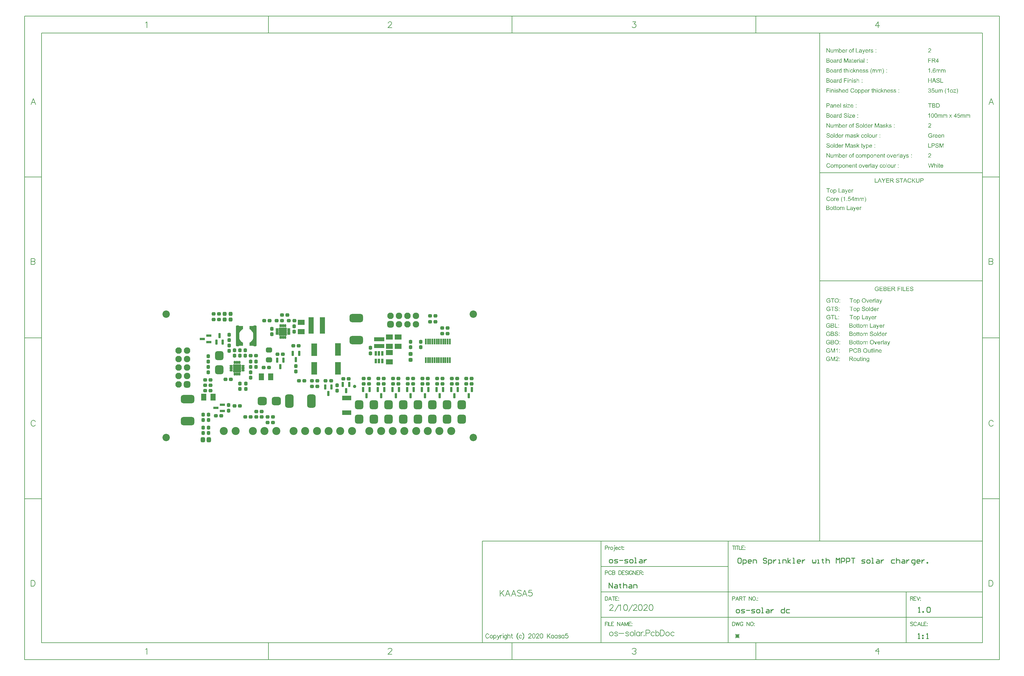
<source format=gts>
G04*
G04 #@! TF.GenerationSoftware,Altium Limited,Altium Designer,20.2.4 (192)*
G04*
G04 Layer_Color=8388736*
%FSLAX44Y44*%
%MOMM*%
G71*
G04*
G04 #@! TF.SameCoordinates,67114E77-E753-4292-8CED-1D2F6309BB80*
G04*
G04*
G04 #@! TF.FilePolarity,Negative*
G04*
G01*
G75*
%ADD10C,0.2000*%
%ADD12C,0.2540*%
%ADD20C,0.1270*%
%ADD21C,0.1778*%
G04:AMPARAMS|DCode=22|XSize=1.0532mm|YSize=1.1032mm|CornerRadius=0.3141mm|HoleSize=0mm|Usage=FLASHONLY|Rotation=90.000|XOffset=0mm|YOffset=0mm|HoleType=Round|Shape=RoundedRectangle|*
%AMROUNDEDRECTD22*
21,1,1.0532,0.4750,0,0,90.0*
21,1,0.4250,1.1032,0,0,90.0*
1,1,0.6282,0.2375,0.2125*
1,1,0.6282,0.2375,-0.2125*
1,1,0.6282,-0.2375,-0.2125*
1,1,0.6282,-0.2375,0.2125*
%
%ADD22ROUNDEDRECTD22*%
%ADD23R,1.8032X3.7032*%
G04:AMPARAMS|DCode=24|XSize=1.1032mm|YSize=1.0532mm|CornerRadius=0.3141mm|HoleSize=0mm|Usage=FLASHONLY|Rotation=0.000|XOffset=0mm|YOffset=0mm|HoleType=Round|Shape=RoundedRectangle|*
%AMROUNDEDRECTD24*
21,1,1.1032,0.4250,0,0,0.0*
21,1,0.4750,1.0532,0,0,0.0*
1,1,0.6282,0.2375,-0.2125*
1,1,0.6282,-0.2375,-0.2125*
1,1,0.6282,-0.2375,0.2125*
1,1,0.6282,0.2375,0.2125*
%
%ADD24ROUNDEDRECTD24*%
G04:AMPARAMS|DCode=25|XSize=0.7032mm|YSize=1.6032mm|CornerRadius=0.2266mm|HoleSize=0mm|Usage=FLASHONLY|Rotation=0.000|XOffset=0mm|YOffset=0mm|HoleType=Round|Shape=RoundedRectangle|*
%AMROUNDEDRECTD25*
21,1,0.7032,1.1500,0,0,0.0*
21,1,0.2500,1.6032,0,0,0.0*
1,1,0.4532,0.1250,-0.5750*
1,1,0.4532,-0.1250,-0.5750*
1,1,0.4532,-0.1250,0.5750*
1,1,0.4532,0.1250,0.5750*
%
%ADD25ROUNDEDRECTD25*%
%ADD26R,2.0532X1.6032*%
G04:AMPARAMS|DCode=27|XSize=1.0532mm|YSize=1.1032mm|CornerRadius=0.3141mm|HoleSize=0mm|Usage=FLASHONLY|Rotation=0.000|XOffset=0mm|YOffset=0mm|HoleType=Round|Shape=RoundedRectangle|*
%AMROUNDEDRECTD27*
21,1,1.0532,0.4750,0,0,0.0*
21,1,0.4250,1.1032,0,0,0.0*
1,1,0.6282,0.2125,-0.2375*
1,1,0.6282,-0.2125,-0.2375*
1,1,0.6282,-0.2125,0.2375*
1,1,0.6282,0.2125,0.2375*
%
%ADD27ROUNDEDRECTD27*%
%ADD28O,1.0032X0.4832*%
%ADD29O,0.4832X1.0032*%
%ADD30R,2.3432X2.3432*%
G04:AMPARAMS|DCode=31|XSize=1.1032mm|YSize=1.0532mm|CornerRadius=0.3141mm|HoleSize=0mm|Usage=FLASHONLY|Rotation=90.000|XOffset=0mm|YOffset=0mm|HoleType=Round|Shape=RoundedRectangle|*
%AMROUNDEDRECTD31*
21,1,1.1032,0.4250,0,0,90.0*
21,1,0.4750,1.0532,0,0,90.0*
1,1,0.6282,0.2125,0.2375*
1,1,0.6282,0.2125,-0.2375*
1,1,0.6282,-0.2125,-0.2375*
1,1,0.6282,-0.2125,0.2375*
%
%ADD31ROUNDEDRECTD31*%
G04:AMPARAMS|DCode=32|XSize=1.2532mm|YSize=1.1032mm|CornerRadius=0.3266mm|HoleSize=0mm|Usage=FLASHONLY|Rotation=90.000|XOffset=0mm|YOffset=0mm|HoleType=Round|Shape=RoundedRectangle|*
%AMROUNDEDRECTD32*
21,1,1.2532,0.4500,0,0,90.0*
21,1,0.6000,1.1032,0,0,90.0*
1,1,0.6532,0.2250,0.3000*
1,1,0.6532,0.2250,-0.3000*
1,1,0.6532,-0.2250,-0.3000*
1,1,0.6532,-0.2250,0.3000*
%
%ADD32ROUNDEDRECTD32*%
G04:AMPARAMS|DCode=33|XSize=6.2032mm|YSize=1.0033mm|CornerRadius=0.2016mm|HoleSize=0mm|Usage=FLASHONLY|Rotation=90.000|XOffset=0mm|YOffset=0mm|HoleType=Round|Shape=RoundedRectangle|*
%AMROUNDEDRECTD33*
21,1,6.2032,0.6001,0,0,90.0*
21,1,5.8000,1.0033,0,0,90.0*
1,1,0.4032,0.3000,2.9000*
1,1,0.4032,0.3000,-2.9000*
1,1,0.4032,-0.3000,-2.9000*
1,1,0.4032,-0.3000,2.9000*
%
%ADD33ROUNDEDRECTD33*%
G04:AMPARAMS|DCode=34|XSize=0.7032mm|YSize=1.6032mm|CornerRadius=0.2266mm|HoleSize=0mm|Usage=FLASHONLY|Rotation=270.000|XOffset=0mm|YOffset=0mm|HoleType=Round|Shape=RoundedRectangle|*
%AMROUNDEDRECTD34*
21,1,0.7032,1.1500,0,0,270.0*
21,1,0.2500,1.6032,0,0,270.0*
1,1,0.4532,-0.5750,-0.1250*
1,1,0.4532,-0.5750,0.1250*
1,1,0.4532,0.5750,0.1250*
1,1,0.4532,0.5750,-0.1250*
%
%ADD34ROUNDEDRECTD34*%
G04:AMPARAMS|DCode=35|XSize=2.5032mm|YSize=2.7032mm|CornerRadius=0.6766mm|HoleSize=0mm|Usage=FLASHONLY|Rotation=180.000|XOffset=0mm|YOffset=0mm|HoleType=Round|Shape=RoundedRectangle|*
%AMROUNDEDRECTD35*
21,1,2.5032,1.3500,0,0,180.0*
21,1,1.1500,2.7032,0,0,180.0*
1,1,1.3532,-0.5750,0.6750*
1,1,1.3532,0.5750,0.6750*
1,1,1.3532,0.5750,-0.6750*
1,1,1.3532,-0.5750,-0.6750*
%
%ADD35ROUNDEDRECTD35*%
%ADD36R,2.3432X2.3432*%
G04:AMPARAMS|DCode=37|XSize=4.0032mm|YSize=2.5032mm|CornerRadius=0.6766mm|HoleSize=0mm|Usage=FLASHONLY|Rotation=0.000|XOffset=0mm|YOffset=0mm|HoleType=Round|Shape=RoundedRectangle|*
%AMROUNDEDRECTD37*
21,1,4.0032,1.1500,0,0,0.0*
21,1,2.6500,2.5032,0,0,0.0*
1,1,1.3532,1.3250,-0.5750*
1,1,1.3532,-1.3250,-0.5750*
1,1,1.3532,-1.3250,0.5750*
1,1,1.3532,1.3250,0.5750*
%
%ADD37ROUNDEDRECTD37*%
%ADD38R,1.6032X2.0532*%
G04:AMPARAMS|DCode=39|XSize=1.5532mm|YSize=1.3032mm|CornerRadius=0.3766mm|HoleSize=0mm|Usage=FLASHONLY|Rotation=90.000|XOffset=0mm|YOffset=0mm|HoleType=Round|Shape=RoundedRectangle|*
%AMROUNDEDRECTD39*
21,1,1.5532,0.5500,0,0,90.0*
21,1,0.8000,1.3032,0,0,90.0*
1,1,0.7532,0.2750,0.4000*
1,1,0.7532,0.2750,-0.4000*
1,1,0.7532,-0.2750,-0.4000*
1,1,0.7532,-0.2750,0.4000*
%
%ADD39ROUNDEDRECTD39*%
G04:AMPARAMS|DCode=40|XSize=2.5032mm|YSize=2.7032mm|CornerRadius=0.6766mm|HoleSize=0mm|Usage=FLASHONLY|Rotation=270.000|XOffset=0mm|YOffset=0mm|HoleType=Round|Shape=RoundedRectangle|*
%AMROUNDEDRECTD40*
21,1,2.5032,1.3500,0,0,270.0*
21,1,1.1500,2.7032,0,0,270.0*
1,1,1.3532,-0.6750,-0.5750*
1,1,1.3532,-0.6750,0.5750*
1,1,1.3532,0.6750,0.5750*
1,1,1.3532,0.6750,-0.5750*
%
%ADD40ROUNDEDRECTD40*%
G04:AMPARAMS|DCode=41|XSize=1.9032mm|YSize=1.4532mm|CornerRadius=0.4141mm|HoleSize=0mm|Usage=FLASHONLY|Rotation=0.000|XOffset=0mm|YOffset=0mm|HoleType=Round|Shape=RoundedRectangle|*
%AMROUNDEDRECTD41*
21,1,1.9032,0.6250,0,0,0.0*
21,1,1.0750,1.4532,0,0,0.0*
1,1,0.8282,0.5375,-0.3125*
1,1,0.8282,-0.5375,-0.3125*
1,1,0.8282,-0.5375,0.3125*
1,1,0.8282,0.5375,0.3125*
%
%ADD41ROUNDEDRECTD41*%
G04:AMPARAMS|DCode=42|XSize=4.0032mm|YSize=2.5032mm|CornerRadius=0.6766mm|HoleSize=0mm|Usage=FLASHONLY|Rotation=270.000|XOffset=0mm|YOffset=0mm|HoleType=Round|Shape=RoundedRectangle|*
%AMROUNDEDRECTD42*
21,1,4.0032,1.1500,0,0,270.0*
21,1,2.6500,2.5032,0,0,270.0*
1,1,1.3532,-0.5750,-1.3250*
1,1,1.3532,-0.5750,1.3250*
1,1,1.3532,0.5750,1.3250*
1,1,1.3532,0.5750,-1.3250*
%
%ADD42ROUNDEDRECTD42*%
%ADD43R,2.8032X1.4032*%
%ADD44R,1.5032X4.9032*%
%ADD45R,0.6032X1.8032*%
G04:AMPARAMS|DCode=46|XSize=1.2532mm|YSize=1.1032mm|CornerRadius=0.3266mm|HoleSize=0mm|Usage=FLASHONLY|Rotation=0.000|XOffset=0mm|YOffset=0mm|HoleType=Round|Shape=RoundedRectangle|*
%AMROUNDEDRECTD46*
21,1,1.2532,0.4500,0,0,0.0*
21,1,0.6000,1.1032,0,0,0.0*
1,1,0.6532,0.3000,-0.2250*
1,1,0.6532,-0.3000,-0.2250*
1,1,0.6532,-0.3000,0.2250*
1,1,0.6532,0.3000,0.2250*
%
%ADD46ROUNDEDRECTD46*%
%ADD47R,0.8032X1.3532*%
%ADD48R,3.1032X1.2032*%
%ADD49C,2.4032*%
%ADD50C,1.9532*%
G04:AMPARAMS|DCode=51|XSize=1.9532mm|YSize=1.9532mm|CornerRadius=0.5391mm|HoleSize=0mm|Usage=FLASHONLY|Rotation=180.000|XOffset=0mm|YOffset=0mm|HoleType=Round|Shape=RoundedRectangle|*
%AMROUNDEDRECTD51*
21,1,1.9532,0.8750,0,0,180.0*
21,1,0.8750,1.9532,0,0,180.0*
1,1,1.0782,-0.4375,0.4375*
1,1,1.0782,0.4375,0.4375*
1,1,1.0782,0.4375,-0.4375*
1,1,1.0782,-0.4375,-0.4375*
%
%ADD51ROUNDEDRECTD51*%
G04:AMPARAMS|DCode=52|XSize=1.9532mm|YSize=1.9532mm|CornerRadius=0.5391mm|HoleSize=0mm|Usage=FLASHONLY|Rotation=270.000|XOffset=0mm|YOffset=0mm|HoleType=Round|Shape=RoundedRectangle|*
%AMROUNDEDRECTD52*
21,1,1.9532,0.8750,0,0,270.0*
21,1,0.8750,1.9532,0,0,270.0*
1,1,1.0782,-0.4375,-0.4375*
1,1,1.0782,-0.4375,0.4375*
1,1,1.0782,0.4375,0.4375*
1,1,1.0782,0.4375,-0.4375*
%
%ADD52ROUNDEDRECTD52*%
%ADD53C,2.2032*%
%ADD54C,1.0032*%
%ADD55C,0.8632*%
G36*
X2100266Y1207771D02*
X2100480Y1207752D01*
X2100734Y1207713D01*
X2101007Y1207674D01*
X2101299Y1207615D01*
X2101065Y1206250D01*
X2101046D01*
X2100987Y1206269D01*
X2100890Y1206289D01*
X2100773Y1206308D01*
X2100617D01*
X2100461Y1206328D01*
X2100129Y1206347D01*
X2100012D01*
X2099895Y1206328D01*
X2099739Y1206308D01*
X2099583Y1206269D01*
X2099407Y1206211D01*
X2099251Y1206133D01*
X2099115Y1206035D01*
X2099095Y1206016D01*
X2099076Y1205977D01*
X2099017Y1205899D01*
X2098978Y1205781D01*
X2098920Y1205626D01*
X2098861Y1205411D01*
X2098842Y1205177D01*
X2098822Y1204884D01*
Y1204045D01*
X2100636D01*
Y1202816D01*
X2098842D01*
Y1194760D01*
X2097262D01*
Y1202816D01*
X2095876D01*
Y1204045D01*
X2097262D01*
Y1205021D01*
Y1205040D01*
Y1205060D01*
Y1205177D01*
X2097281Y1205333D01*
Y1205547D01*
X2097301Y1205762D01*
X2097340Y1205996D01*
X2097379Y1206211D01*
X2097437Y1206406D01*
X2097457Y1206425D01*
X2097476Y1206503D01*
X2097535Y1206620D01*
X2097613Y1206757D01*
X2097730Y1206933D01*
X2097866Y1207088D01*
X2098022Y1207245D01*
X2098217Y1207401D01*
X2098237Y1207420D01*
X2098334Y1207459D01*
X2098452Y1207518D01*
X2098647Y1207596D01*
X2098861Y1207674D01*
X2099154Y1207732D01*
X2099466Y1207771D01*
X2099836Y1207791D01*
X2100090D01*
X2100266Y1207771D01*
D02*
G37*
G36*
X2149346Y1204240D02*
X2149560Y1204202D01*
X2149794Y1204123D01*
X2150067Y1204045D01*
X2150360Y1203909D01*
X2150672Y1203733D01*
X2150107Y1202290D01*
X2150087Y1202309D01*
X2150009Y1202348D01*
X2149892Y1202407D01*
X2149755Y1202465D01*
X2149580Y1202524D01*
X2149385Y1202582D01*
X2149170Y1202621D01*
X2148956Y1202641D01*
X2148878D01*
X2148780Y1202621D01*
X2148643Y1202602D01*
X2148507Y1202563D01*
X2148351Y1202504D01*
X2148195Y1202426D01*
X2148039Y1202329D01*
X2148019Y1202309D01*
X2147980Y1202270D01*
X2147902Y1202192D01*
X2147824Y1202095D01*
X2147727Y1201978D01*
X2147629Y1201822D01*
X2147551Y1201646D01*
X2147473Y1201451D01*
X2147454Y1201412D01*
X2147434Y1201314D01*
X2147395Y1201139D01*
X2147356Y1200905D01*
X2147298Y1200632D01*
X2147258Y1200320D01*
X2147239Y1199988D01*
X2147220Y1199617D01*
Y1194760D01*
X2145639D01*
Y1204045D01*
X2147063D01*
Y1202660D01*
X2147083Y1202680D01*
X2147161Y1202797D01*
X2147258Y1202972D01*
X2147375Y1203168D01*
X2147532Y1203382D01*
X2147707Y1203597D01*
X2147863Y1203792D01*
X2148039Y1203928D01*
X2148058Y1203948D01*
X2148117Y1203987D01*
X2148214Y1204026D01*
X2148351Y1204104D01*
X2148487Y1204162D01*
X2148663Y1204202D01*
X2148858Y1204240D01*
X2149053Y1204260D01*
X2149190D01*
X2149346Y1204240D01*
D02*
G37*
G36*
X2079725D02*
X2079939Y1204202D01*
X2080173Y1204123D01*
X2080446Y1204045D01*
X2080739Y1203909D01*
X2081051Y1203733D01*
X2080485Y1202290D01*
X2080466Y1202309D01*
X2080388Y1202348D01*
X2080271Y1202407D01*
X2080134Y1202465D01*
X2079959Y1202524D01*
X2079764Y1202582D01*
X2079549Y1202621D01*
X2079334Y1202641D01*
X2079256D01*
X2079159Y1202621D01*
X2079022Y1202602D01*
X2078886Y1202563D01*
X2078730Y1202504D01*
X2078574Y1202426D01*
X2078418Y1202329D01*
X2078398Y1202309D01*
X2078359Y1202270D01*
X2078281Y1202192D01*
X2078203Y1202095D01*
X2078105Y1201978D01*
X2078008Y1201822D01*
X2077930Y1201646D01*
X2077852Y1201451D01*
X2077832Y1201412D01*
X2077813Y1201314D01*
X2077774Y1201139D01*
X2077735Y1200905D01*
X2077676Y1200632D01*
X2077637Y1200320D01*
X2077618Y1199988D01*
X2077598Y1199617D01*
Y1194760D01*
X2076018D01*
Y1204045D01*
X2077442D01*
Y1202660D01*
X2077462Y1202680D01*
X2077540Y1202797D01*
X2077637Y1202972D01*
X2077754Y1203168D01*
X2077910Y1203382D01*
X2078086Y1203597D01*
X2078242Y1203792D01*
X2078418Y1203928D01*
X2078437Y1203948D01*
X2078496Y1203987D01*
X2078593Y1204026D01*
X2078730Y1204104D01*
X2078866Y1204162D01*
X2079042Y1204202D01*
X2079237Y1204240D01*
X2079432Y1204260D01*
X2079568D01*
X2079725Y1204240D01*
D02*
G37*
G36*
X2051185D02*
X2051303D01*
X2051439Y1204221D01*
X2051732Y1204162D01*
X2052083Y1204065D01*
X2052434Y1203928D01*
X2052766Y1203733D01*
X2053078Y1203480D01*
X2053117Y1203441D01*
X2053195Y1203343D01*
X2053312Y1203148D01*
X2053468Y1202895D01*
X2053604Y1202563D01*
X2053721Y1202173D01*
X2053799Y1201685D01*
X2053839Y1201412D01*
Y1201119D01*
Y1194760D01*
X2052258D01*
Y1200593D01*
Y1200612D01*
Y1200632D01*
Y1200749D01*
Y1200924D01*
X2052239Y1201119D01*
X2052200Y1201568D01*
X2052161Y1201783D01*
X2052102Y1201958D01*
Y1201978D01*
X2052063Y1202036D01*
X2052024Y1202114D01*
X2051966Y1202212D01*
X2051888Y1202309D01*
X2051790Y1202426D01*
X2051673Y1202543D01*
X2051537Y1202641D01*
X2051517Y1202660D01*
X2051459Y1202680D01*
X2051381Y1202719D01*
X2051283Y1202777D01*
X2051147Y1202816D01*
X2050971Y1202856D01*
X2050795Y1202875D01*
X2050600Y1202895D01*
X2050444D01*
X2050249Y1202856D01*
X2050035Y1202816D01*
X2049781Y1202738D01*
X2049508Y1202621D01*
X2049215Y1202446D01*
X2048962Y1202231D01*
X2048942Y1202192D01*
X2048864Y1202114D01*
X2048767Y1201958D01*
X2048650Y1201724D01*
X2048513Y1201431D01*
X2048416Y1201080D01*
X2048338Y1200651D01*
X2048318Y1200144D01*
Y1194760D01*
X2046738D01*
Y1200788D01*
Y1200807D01*
Y1200827D01*
Y1200885D01*
Y1200963D01*
X2046718Y1201158D01*
X2046699Y1201373D01*
X2046640Y1201646D01*
X2046582Y1201900D01*
X2046484Y1202153D01*
X2046348Y1202368D01*
X2046328Y1202387D01*
X2046270Y1202446D01*
X2046192Y1202543D01*
X2046055Y1202641D01*
X2045880Y1202719D01*
X2045665Y1202816D01*
X2045411Y1202875D01*
X2045099Y1202895D01*
X2044982D01*
X2044865Y1202875D01*
X2044690Y1202856D01*
X2044514Y1202816D01*
X2044299Y1202738D01*
X2044085Y1202660D01*
X2043870Y1202543D01*
X2043851Y1202524D01*
X2043773Y1202485D01*
X2043675Y1202387D01*
X2043558Y1202290D01*
X2043422Y1202134D01*
X2043285Y1201958D01*
X2043168Y1201743D01*
X2043051Y1201509D01*
X2043031Y1201470D01*
X2043012Y1201392D01*
X2042973Y1201236D01*
X2042934Y1201022D01*
X2042876Y1200749D01*
X2042836Y1200417D01*
X2042817Y1200027D01*
X2042797Y1199578D01*
Y1194760D01*
X2041217D01*
Y1204045D01*
X2042622D01*
Y1202738D01*
X2042641Y1202777D01*
X2042700Y1202856D01*
X2042797Y1202972D01*
X2042934Y1203129D01*
X2043090Y1203304D01*
X2043285Y1203480D01*
X2043519Y1203675D01*
X2043773Y1203831D01*
X2043812Y1203850D01*
X2043909Y1203889D01*
X2044065Y1203967D01*
X2044261Y1204045D01*
X2044514Y1204123D01*
X2044787Y1204202D01*
X2045119Y1204240D01*
X2045450Y1204260D01*
X2045626D01*
X2045821Y1204240D01*
X2046055Y1204202D01*
X2046309Y1204162D01*
X2046601Y1204084D01*
X2046874Y1203967D01*
X2047128Y1203831D01*
X2047167Y1203811D01*
X2047245Y1203753D01*
X2047362Y1203655D01*
X2047499Y1203519D01*
X2047655Y1203343D01*
X2047811Y1203148D01*
X2047947Y1202895D01*
X2048064Y1202621D01*
X2048084Y1202641D01*
X2048123Y1202699D01*
X2048181Y1202777D01*
X2048259Y1202875D01*
X2048376Y1203011D01*
X2048513Y1203148D01*
X2048669Y1203285D01*
X2048845Y1203441D01*
X2049040Y1203597D01*
X2049254Y1203733D01*
X2049762Y1204006D01*
X2050035Y1204104D01*
X2050327Y1204182D01*
X2050620Y1204240D01*
X2050951Y1204260D01*
X2051088D01*
X2051185Y1204240D01*
D02*
G37*
G36*
X2167761Y1202251D02*
X2165966D01*
Y1204045D01*
X2167761D01*
Y1202251D01*
D02*
G37*
G36*
X2155022Y1204240D02*
X2155276Y1204221D01*
X2155588Y1204182D01*
X2155900Y1204123D01*
X2156232Y1204045D01*
X2156544Y1203928D01*
X2156563D01*
X2156583Y1203909D01*
X2156680Y1203870D01*
X2156837Y1203792D01*
X2157012Y1203714D01*
X2157207Y1203577D01*
X2157422Y1203441D01*
X2157617Y1203265D01*
X2157773Y1203070D01*
X2157792Y1203051D01*
X2157831Y1202972D01*
X2157909Y1202856D01*
X2158007Y1202699D01*
X2158085Y1202504D01*
X2158183Y1202251D01*
X2158261Y1201978D01*
X2158339Y1201665D01*
X2156797Y1201451D01*
Y1201490D01*
X2156778Y1201568D01*
X2156739Y1201704D01*
X2156680Y1201861D01*
X2156602Y1202036D01*
X2156485Y1202212D01*
X2156349Y1202407D01*
X2156173Y1202563D01*
X2156154Y1202582D01*
X2156076Y1202621D01*
X2155959Y1202699D01*
X2155803Y1202777D01*
X2155608Y1202836D01*
X2155354Y1202914D01*
X2155081Y1202953D01*
X2154749Y1202972D01*
X2154574D01*
X2154379Y1202953D01*
X2154144Y1202934D01*
X2153891Y1202875D01*
X2153637Y1202816D01*
X2153384Y1202719D01*
X2153189Y1202602D01*
X2153169Y1202582D01*
X2153111Y1202543D01*
X2153052Y1202465D01*
X2152974Y1202368D01*
X2152877Y1202251D01*
X2152818Y1202095D01*
X2152760Y1201939D01*
X2152740Y1201763D01*
Y1201743D01*
Y1201704D01*
X2152760Y1201646D01*
Y1201568D01*
X2152818Y1201392D01*
X2152916Y1201197D01*
X2152935Y1201178D01*
X2152955Y1201158D01*
X2153072Y1201061D01*
X2153150Y1200983D01*
X2153247Y1200924D01*
X2153384Y1200846D01*
X2153520Y1200788D01*
X2153540D01*
X2153579Y1200768D01*
X2153657Y1200749D01*
X2153793Y1200710D01*
X2153969Y1200651D01*
X2154223Y1200573D01*
X2154535Y1200495D01*
X2154710Y1200437D01*
X2154925Y1200378D01*
X2154944D01*
X2155003Y1200359D01*
X2155081Y1200339D01*
X2155198Y1200300D01*
X2155334Y1200261D01*
X2155491Y1200222D01*
X2155842Y1200124D01*
X2156232Y1200007D01*
X2156622Y1199871D01*
X2156973Y1199754D01*
X2157129Y1199695D01*
X2157266Y1199637D01*
X2157305Y1199617D01*
X2157383Y1199578D01*
X2157500Y1199520D01*
X2157636Y1199442D01*
X2157812Y1199325D01*
X2157988Y1199169D01*
X2158143Y1199013D01*
X2158300Y1198818D01*
X2158319Y1198798D01*
X2158358Y1198720D01*
X2158417Y1198603D01*
X2158495Y1198447D01*
X2158573Y1198252D01*
X2158631Y1198018D01*
X2158670Y1197764D01*
X2158690Y1197471D01*
Y1197432D01*
Y1197335D01*
X2158670Y1197179D01*
X2158631Y1197003D01*
X2158573Y1196769D01*
X2158495Y1196516D01*
X2158378Y1196262D01*
X2158221Y1195989D01*
X2158202Y1195950D01*
X2158143Y1195872D01*
X2158026Y1195755D01*
X2157870Y1195599D01*
X2157695Y1195423D01*
X2157461Y1195248D01*
X2157188Y1195072D01*
X2156875Y1194916D01*
X2156837Y1194896D01*
X2156720Y1194857D01*
X2156544Y1194799D01*
X2156310Y1194741D01*
X2156017Y1194662D01*
X2155686Y1194604D01*
X2155315Y1194565D01*
X2154925Y1194545D01*
X2154749D01*
X2154632Y1194565D01*
X2154476D01*
X2154301Y1194584D01*
X2153891Y1194643D01*
X2153442Y1194721D01*
X2152994Y1194857D01*
X2152545Y1195033D01*
X2152350Y1195150D01*
X2152155Y1195287D01*
X2152135D01*
X2152116Y1195326D01*
X2151999Y1195423D01*
X2151843Y1195599D01*
X2151648Y1195852D01*
X2151452Y1196164D01*
X2151257Y1196555D01*
X2151082Y1197003D01*
X2150965Y1197530D01*
X2152525Y1197784D01*
Y1197764D01*
Y1197745D01*
X2152545Y1197627D01*
X2152603Y1197452D01*
X2152662Y1197237D01*
X2152760Y1197003D01*
X2152877Y1196769D01*
X2153052Y1196535D01*
X2153247Y1196320D01*
X2153267Y1196301D01*
X2153364Y1196243D01*
X2153501Y1196164D01*
X2153676Y1196087D01*
X2153930Y1195989D01*
X2154203Y1195911D01*
X2154554Y1195852D01*
X2154925Y1195833D01*
X2155100D01*
X2155296Y1195852D01*
X2155529Y1195891D01*
X2155803Y1195930D01*
X2156076Y1196008D01*
X2156329Y1196125D01*
X2156544Y1196262D01*
X2156563Y1196282D01*
X2156622Y1196340D01*
X2156720Y1196438D01*
X2156817Y1196555D01*
X2156895Y1196711D01*
X2156993Y1196906D01*
X2157051Y1197101D01*
X2157071Y1197315D01*
Y1197335D01*
Y1197413D01*
X2157051Y1197491D01*
X2157012Y1197627D01*
X2156954Y1197745D01*
X2156875Y1197901D01*
X2156759Y1198037D01*
X2156602Y1198154D01*
X2156583Y1198174D01*
X2156524Y1198193D01*
X2156427Y1198232D01*
X2156271Y1198310D01*
X2156056Y1198369D01*
X2155783Y1198466D01*
X2155608Y1198525D01*
X2155432Y1198564D01*
X2155217Y1198622D01*
X2154983Y1198681D01*
X2154964D01*
X2154905Y1198700D01*
X2154827Y1198720D01*
X2154710Y1198759D01*
X2154554Y1198798D01*
X2154398Y1198837D01*
X2154028Y1198954D01*
X2153637Y1199071D01*
X2153228Y1199188D01*
X2152857Y1199325D01*
X2152701Y1199383D01*
X2152565Y1199442D01*
X2152545Y1199461D01*
X2152447Y1199500D01*
X2152330Y1199578D01*
X2152194Y1199676D01*
X2152018Y1199793D01*
X2151862Y1199949D01*
X2151687Y1200124D01*
X2151550Y1200320D01*
X2151531Y1200339D01*
X2151492Y1200417D01*
X2151452Y1200534D01*
X2151394Y1200690D01*
X2151316Y1200866D01*
X2151277Y1201080D01*
X2151238Y1201314D01*
X2151219Y1201568D01*
Y1201588D01*
Y1201665D01*
X2151238Y1201802D01*
X2151257Y1201939D01*
X2151277Y1202114D01*
X2151335Y1202309D01*
X2151394Y1202524D01*
X2151492Y1202719D01*
X2151511Y1202738D01*
X2151550Y1202816D01*
X2151609Y1202914D01*
X2151706Y1203031D01*
X2151804Y1203168D01*
X2151940Y1203304D01*
X2152096Y1203460D01*
X2152272Y1203597D01*
X2152291Y1203616D01*
X2152350Y1203636D01*
X2152428Y1203694D01*
X2152545Y1203753D01*
X2152681Y1203831D01*
X2152857Y1203909D01*
X2153052Y1203987D01*
X2153267Y1204065D01*
X2153306D01*
X2153384Y1204104D01*
X2153501Y1204123D01*
X2153676Y1204162D01*
X2153891Y1204202D01*
X2154106Y1204221D01*
X2154359Y1204260D01*
X2154808D01*
X2155022Y1204240D01*
D02*
G37*
G36*
X2028635Y1194760D02*
X2026899D01*
X2020169Y1204826D01*
Y1194760D01*
X2018550D01*
Y1207576D01*
X2020267D01*
X2027016Y1197511D01*
Y1207576D01*
X2028635D01*
Y1194760D01*
D02*
G37*
G36*
X2130833Y1194604D02*
Y1194584D01*
X2130814Y1194545D01*
X2130775Y1194467D01*
X2130736Y1194350D01*
X2130697Y1194233D01*
X2130638Y1194097D01*
X2130521Y1193765D01*
X2130365Y1193414D01*
X2130229Y1193082D01*
X2130092Y1192751D01*
X2130014Y1192614D01*
X2129956Y1192497D01*
X2129936Y1192458D01*
X2129878Y1192380D01*
X2129800Y1192243D01*
X2129682Y1192068D01*
X2129526Y1191892D01*
X2129370Y1191697D01*
X2129175Y1191522D01*
X2128980Y1191366D01*
X2128961Y1191346D01*
X2128883Y1191307D01*
X2128766Y1191249D01*
X2128610Y1191190D01*
X2128434Y1191112D01*
X2128200Y1191054D01*
X2127966Y1191015D01*
X2127693Y1190995D01*
X2127615D01*
X2127517Y1191015D01*
X2127400D01*
X2127244Y1191034D01*
X2127068Y1191073D01*
X2126678Y1191190D01*
X2126503Y1192653D01*
X2126522D01*
X2126581Y1192634D01*
X2126678Y1192614D01*
X2126815Y1192575D01*
X2127088Y1192517D01*
X2127400Y1192497D01*
X2127498D01*
X2127576Y1192517D01*
X2127712D01*
X2127985Y1192575D01*
X2128122Y1192614D01*
X2128239Y1192673D01*
X2128259D01*
X2128297Y1192712D01*
X2128356Y1192751D01*
X2128414Y1192809D01*
X2128590Y1192965D01*
X2128766Y1193180D01*
Y1193199D01*
X2128785Y1193238D01*
X2128824Y1193297D01*
X2128883Y1193414D01*
X2128941Y1193570D01*
X2129019Y1193765D01*
X2129117Y1194038D01*
X2129234Y1194350D01*
X2129253Y1194370D01*
X2129273Y1194448D01*
X2129331Y1194565D01*
X2129390Y1194741D01*
X2125859Y1204045D01*
X2127537D01*
X2129468Y1198700D01*
Y1198681D01*
X2129487Y1198661D01*
X2129507Y1198603D01*
X2129526Y1198525D01*
X2129604Y1198310D01*
X2129702Y1198037D01*
X2129800Y1197725D01*
X2129917Y1197354D01*
X2130034Y1196964D01*
X2130151Y1196555D01*
Y1196574D01*
X2130170Y1196594D01*
Y1196652D01*
X2130209Y1196730D01*
X2130248Y1196945D01*
X2130326Y1197198D01*
X2130424Y1197511D01*
X2130541Y1197862D01*
X2130658Y1198232D01*
X2130794Y1198622D01*
X2132784Y1204045D01*
X2134345D01*
X2130833Y1194604D01*
D02*
G37*
G36*
X2038759Y1194760D02*
X2037355D01*
Y1196106D01*
X2037335Y1196087D01*
X2037296Y1196047D01*
X2037238Y1195969D01*
X2037160Y1195872D01*
X2037043Y1195735D01*
X2036906Y1195618D01*
X2036750Y1195462D01*
X2036575Y1195326D01*
X2036380Y1195189D01*
X2036165Y1195033D01*
X2035911Y1194916D01*
X2035658Y1194799D01*
X2035365Y1194682D01*
X2035073Y1194604D01*
X2034741Y1194565D01*
X2034409Y1194545D01*
X2034273D01*
X2034117Y1194565D01*
X2033902Y1194584D01*
X2033668Y1194623D01*
X2033414Y1194682D01*
X2033141Y1194760D01*
X2032868Y1194857D01*
X2032829Y1194877D01*
X2032751Y1194916D01*
X2032634Y1194975D01*
X2032478Y1195072D01*
X2032303Y1195189D01*
X2032127Y1195326D01*
X2031971Y1195462D01*
X2031815Y1195638D01*
X2031795Y1195657D01*
X2031756Y1195716D01*
X2031698Y1195833D01*
X2031639Y1195969D01*
X2031542Y1196145D01*
X2031464Y1196340D01*
X2031386Y1196555D01*
X2031327Y1196808D01*
Y1196828D01*
X2031308Y1196906D01*
Y1197003D01*
X2031288Y1197159D01*
X2031269Y1197374D01*
Y1197627D01*
X2031249Y1197920D01*
Y1198271D01*
Y1204045D01*
X2032829D01*
Y1198876D01*
Y1198857D01*
Y1198818D01*
Y1198759D01*
Y1198681D01*
Y1198466D01*
X2032849Y1198213D01*
Y1197940D01*
X2032868Y1197666D01*
X2032888Y1197413D01*
X2032907Y1197218D01*
Y1197198D01*
X2032946Y1197120D01*
X2032985Y1197003D01*
X2033044Y1196867D01*
X2033122Y1196711D01*
X2033239Y1196535D01*
X2033376Y1196379D01*
X2033531Y1196243D01*
X2033551Y1196223D01*
X2033629Y1196184D01*
X2033727Y1196125D01*
X2033863Y1196067D01*
X2034039Y1196008D01*
X2034234Y1195950D01*
X2034468Y1195911D01*
X2034722Y1195891D01*
X2034839D01*
X2034975Y1195911D01*
X2035151Y1195930D01*
X2035346Y1195969D01*
X2035560Y1196047D01*
X2035794Y1196125D01*
X2036028Y1196243D01*
X2036048Y1196262D01*
X2036126Y1196320D01*
X2036243Y1196399D01*
X2036380Y1196516D01*
X2036516Y1196652D01*
X2036672Y1196828D01*
X2036789Y1197023D01*
X2036906Y1197237D01*
X2036926Y1197276D01*
X2036945Y1197354D01*
X2036984Y1197491D01*
X2037043Y1197706D01*
X2037101Y1197959D01*
X2037140Y1198271D01*
X2037160Y1198642D01*
X2037179Y1199052D01*
Y1204045D01*
X2038759D01*
Y1194760D01*
D02*
G37*
G36*
X2328329Y1207615D02*
X2328485Y1207596D01*
X2328661Y1207576D01*
X2328856Y1207557D01*
X2329070Y1207498D01*
X2329539Y1207381D01*
X2330026Y1207206D01*
X2330280Y1207088D01*
X2330514Y1206952D01*
X2330729Y1206776D01*
X2330943Y1206601D01*
X2330963Y1206581D01*
X2330982Y1206562D01*
X2331041Y1206503D01*
X2331119Y1206425D01*
X2331197Y1206308D01*
X2331294Y1206191D01*
X2331489Y1205899D01*
X2331685Y1205528D01*
X2331860Y1205099D01*
X2331997Y1204611D01*
X2332016Y1204338D01*
X2332036Y1204065D01*
Y1204026D01*
Y1203928D01*
X2332016Y1203772D01*
X2331997Y1203577D01*
X2331958Y1203343D01*
X2331899Y1203090D01*
X2331821Y1202816D01*
X2331704Y1202543D01*
X2331685Y1202504D01*
X2331646Y1202407D01*
X2331567Y1202270D01*
X2331450Y1202075D01*
X2331314Y1201841D01*
X2331138Y1201568D01*
X2330904Y1201295D01*
X2330651Y1200983D01*
X2330612Y1200944D01*
X2330514Y1200827D01*
X2330338Y1200651D01*
X2330222Y1200534D01*
X2330085Y1200397D01*
X2329929Y1200241D01*
X2329734Y1200066D01*
X2329539Y1199890D01*
X2329324Y1199676D01*
X2329090Y1199461D01*
X2328817Y1199227D01*
X2328544Y1198993D01*
X2328232Y1198720D01*
X2328212Y1198700D01*
X2328173Y1198661D01*
X2328095Y1198603D01*
X2327998Y1198525D01*
X2327764Y1198330D01*
X2327471Y1198076D01*
X2327178Y1197803D01*
X2326866Y1197530D01*
X2326613Y1197296D01*
X2326515Y1197198D01*
X2326418Y1197101D01*
X2326398Y1197081D01*
X2326359Y1197023D01*
X2326281Y1196945D01*
X2326183Y1196828D01*
X2325969Y1196574D01*
X2325754Y1196262D01*
X2332055D01*
Y1194760D01*
X2323569D01*
Y1194780D01*
Y1194857D01*
Y1194975D01*
X2323589Y1195111D01*
X2323609Y1195267D01*
X2323628Y1195443D01*
X2323687Y1195638D01*
X2323745Y1195833D01*
Y1195852D01*
X2323765Y1195872D01*
X2323804Y1195989D01*
X2323882Y1196145D01*
X2323999Y1196379D01*
X2324135Y1196633D01*
X2324330Y1196925D01*
X2324525Y1197218D01*
X2324779Y1197530D01*
Y1197550D01*
X2324818Y1197569D01*
X2324915Y1197686D01*
X2325072Y1197862D01*
X2325306Y1198096D01*
X2325598Y1198369D01*
X2325949Y1198700D01*
X2326378Y1199071D01*
X2326847Y1199481D01*
X2326866Y1199500D01*
X2326944Y1199559D01*
X2327042Y1199637D01*
X2327178Y1199773D01*
X2327354Y1199910D01*
X2327549Y1200085D01*
X2327978Y1200456D01*
X2328446Y1200905D01*
X2328914Y1201353D01*
X2329149Y1201568D01*
X2329344Y1201783D01*
X2329519Y1201997D01*
X2329675Y1202192D01*
Y1202212D01*
X2329714Y1202231D01*
X2329753Y1202290D01*
X2329792Y1202368D01*
X2329909Y1202563D01*
X2330046Y1202816D01*
X2330182Y1203109D01*
X2330300Y1203421D01*
X2330378Y1203772D01*
X2330417Y1204104D01*
Y1204123D01*
Y1204143D01*
X2330397Y1204260D01*
X2330378Y1204436D01*
X2330338Y1204650D01*
X2330241Y1204904D01*
X2330124Y1205157D01*
X2329968Y1205430D01*
X2329734Y1205684D01*
X2329695Y1205704D01*
X2329617Y1205781D01*
X2329461Y1205879D01*
X2329266Y1206016D01*
X2329012Y1206133D01*
X2328719Y1206230D01*
X2328368Y1206308D01*
X2327978Y1206328D01*
X2327861D01*
X2327783Y1206308D01*
X2327588Y1206289D01*
X2327334Y1206250D01*
X2327042Y1206152D01*
X2326730Y1206035D01*
X2326437Y1205860D01*
X2326164Y1205626D01*
X2326144Y1205586D01*
X2326066Y1205508D01*
X2325949Y1205352D01*
X2325832Y1205138D01*
X2325696Y1204865D01*
X2325598Y1204553D01*
X2325520Y1204182D01*
X2325481Y1203753D01*
X2323862Y1203928D01*
Y1203948D01*
Y1204006D01*
X2323882Y1204104D01*
X2323901Y1204221D01*
X2323940Y1204377D01*
X2323960Y1204553D01*
X2324077Y1204943D01*
X2324233Y1205391D01*
X2324447Y1205840D01*
X2324740Y1206289D01*
X2324896Y1206484D01*
X2325091Y1206679D01*
X2325111Y1206698D01*
X2325150Y1206718D01*
X2325208Y1206776D01*
X2325286Y1206835D01*
X2325403Y1206893D01*
X2325540Y1206991D01*
X2325696Y1207069D01*
X2325871Y1207167D01*
X2326066Y1207245D01*
X2326281Y1207342D01*
X2326535Y1207420D01*
X2326788Y1207479D01*
X2327373Y1207596D01*
X2327686Y1207615D01*
X2328017Y1207635D01*
X2328193D01*
X2328329Y1207615D01*
D02*
G37*
G36*
X2167761Y1194760D02*
X2165966D01*
Y1196555D01*
X2167761D01*
Y1194760D01*
D02*
G37*
G36*
X2121119Y1204240D02*
X2121392Y1204221D01*
X2121704Y1204182D01*
X2122036Y1204143D01*
X2122348Y1204065D01*
X2122640Y1203967D01*
X2122679Y1203948D01*
X2122758Y1203928D01*
X2122894Y1203850D01*
X2123050Y1203772D01*
X2123226Y1203675D01*
X2123421Y1203558D01*
X2123577Y1203421D01*
X2123733Y1203265D01*
X2123752Y1203246D01*
X2123791Y1203187D01*
X2123850Y1203109D01*
X2123928Y1202972D01*
X2124006Y1202816D01*
X2124084Y1202641D01*
X2124162Y1202426D01*
X2124220Y1202192D01*
Y1202173D01*
X2124240Y1202114D01*
X2124259Y1202017D01*
X2124279Y1201861D01*
Y1201665D01*
X2124299Y1201412D01*
X2124318Y1201119D01*
Y1200749D01*
Y1198642D01*
Y1198622D01*
Y1198544D01*
Y1198427D01*
Y1198291D01*
Y1198115D01*
Y1197920D01*
X2124337Y1197471D01*
Y1196984D01*
X2124357Y1196535D01*
X2124377Y1196320D01*
Y1196145D01*
X2124396Y1195989D01*
X2124416Y1195852D01*
Y1195833D01*
X2124435Y1195755D01*
X2124455Y1195638D01*
X2124494Y1195501D01*
X2124552Y1195345D01*
X2124630Y1195150D01*
X2124806Y1194760D01*
X2123167D01*
X2123148Y1194780D01*
X2123128Y1194838D01*
X2123089Y1194955D01*
X2123031Y1195092D01*
X2122972Y1195267D01*
X2122933Y1195462D01*
X2122894Y1195677D01*
X2122855Y1195930D01*
X2122816Y1195891D01*
X2122699Y1195813D01*
X2122543Y1195677D01*
X2122309Y1195521D01*
X2122055Y1195326D01*
X2121763Y1195150D01*
X2121470Y1194994D01*
X2121158Y1194857D01*
X2121119Y1194838D01*
X2121021Y1194818D01*
X2120865Y1194760D01*
X2120651Y1194701D01*
X2120378Y1194643D01*
X2120085Y1194604D01*
X2119773Y1194565D01*
X2119422Y1194545D01*
X2119285D01*
X2119168Y1194565D01*
X2119051D01*
X2118895Y1194584D01*
X2118563Y1194643D01*
X2118173Y1194721D01*
X2117803Y1194857D01*
X2117413Y1195033D01*
X2117081Y1195287D01*
X2117042Y1195326D01*
X2116944Y1195423D01*
X2116827Y1195579D01*
X2116671Y1195813D01*
X2116515Y1196087D01*
X2116398Y1196399D01*
X2116301Y1196789D01*
X2116262Y1197198D01*
Y1197237D01*
Y1197315D01*
X2116281Y1197452D01*
X2116301Y1197608D01*
X2116340Y1197803D01*
X2116379Y1198018D01*
X2116457Y1198232D01*
X2116554Y1198447D01*
X2116574Y1198466D01*
X2116613Y1198544D01*
X2116671Y1198642D01*
X2116769Y1198779D01*
X2116886Y1198915D01*
X2117042Y1199071D01*
X2117198Y1199208D01*
X2117374Y1199344D01*
X2117393Y1199364D01*
X2117471Y1199403D01*
X2117569Y1199461D01*
X2117705Y1199539D01*
X2117881Y1199637D01*
X2118056Y1199715D01*
X2118271Y1199793D01*
X2118505Y1199871D01*
X2118524D01*
X2118602Y1199890D01*
X2118700Y1199910D01*
X2118856Y1199949D01*
X2119051Y1199988D01*
X2119305Y1200027D01*
X2119578Y1200066D01*
X2119909Y1200105D01*
X2119929D01*
X2119987Y1200124D01*
X2120085D01*
X2120222Y1200144D01*
X2120378Y1200163D01*
X2120553Y1200183D01*
X2120982Y1200261D01*
X2121431Y1200339D01*
X2121899Y1200417D01*
X2122348Y1200534D01*
X2122543Y1200593D01*
X2122718Y1200651D01*
Y1200671D01*
Y1200710D01*
X2122738Y1200827D01*
Y1200963D01*
Y1201022D01*
Y1201061D01*
Y1201080D01*
Y1201100D01*
Y1201217D01*
X2122718Y1201392D01*
X2122679Y1201588D01*
X2122621Y1201802D01*
X2122543Y1202036D01*
X2122445Y1202231D01*
X2122289Y1202407D01*
X2122270Y1202426D01*
X2122172Y1202485D01*
X2122036Y1202582D01*
X2121841Y1202680D01*
X2121587Y1202777D01*
X2121275Y1202875D01*
X2120904Y1202934D01*
X2120495Y1202953D01*
X2120319D01*
X2120124Y1202934D01*
X2119870Y1202914D01*
X2119597Y1202856D01*
X2119344Y1202797D01*
X2119071Y1202699D01*
X2118856Y1202563D01*
X2118837Y1202543D01*
X2118778Y1202485D01*
X2118680Y1202387D01*
X2118563Y1202251D01*
X2118427Y1202056D01*
X2118310Y1201822D01*
X2118173Y1201529D01*
X2118076Y1201197D01*
X2116535Y1201412D01*
Y1201431D01*
X2116554Y1201451D01*
X2116574Y1201568D01*
X2116632Y1201743D01*
X2116691Y1201978D01*
X2116788Y1202231D01*
X2116905Y1202485D01*
X2117042Y1202758D01*
X2117217Y1202992D01*
X2117237Y1203011D01*
X2117315Y1203090D01*
X2117413Y1203207D01*
X2117569Y1203343D01*
X2117764Y1203480D01*
X2118017Y1203636D01*
X2118290Y1203792D01*
X2118602Y1203928D01*
X2118622D01*
X2118641Y1203948D01*
X2118700Y1203967D01*
X2118759Y1203987D01*
X2118954Y1204026D01*
X2119207Y1204104D01*
X2119519Y1204162D01*
X2119870Y1204202D01*
X2120280Y1204240D01*
X2120709Y1204260D01*
X2120904D01*
X2121119Y1204240D01*
D02*
G37*
G36*
X2108673Y1196262D02*
X2114974D01*
Y1194760D01*
X2106976D01*
Y1207576D01*
X2108673D01*
Y1196262D01*
D02*
G37*
G36*
X2139807Y1204240D02*
X2139963Y1204221D01*
X2140158Y1204202D01*
X2140353Y1204162D01*
X2140587Y1204104D01*
X2141055Y1203948D01*
X2141309Y1203850D01*
X2141562Y1203714D01*
X2141816Y1203577D01*
X2142070Y1203402D01*
X2142304Y1203207D01*
X2142538Y1202972D01*
X2142557Y1202953D01*
X2142596Y1202914D01*
X2142655Y1202836D01*
X2142733Y1202738D01*
X2142811Y1202602D01*
X2142908Y1202446D01*
X2143025Y1202270D01*
X2143143Y1202056D01*
X2143240Y1201802D01*
X2143357Y1201548D01*
X2143455Y1201256D01*
X2143552Y1200924D01*
X2143611Y1200593D01*
X2143669Y1200222D01*
X2143708Y1199832D01*
X2143728Y1199403D01*
Y1199383D01*
Y1199305D01*
Y1199169D01*
X2143708Y1198993D01*
X2136803D01*
Y1198973D01*
Y1198934D01*
X2136822Y1198837D01*
Y1198739D01*
X2136842Y1198603D01*
X2136861Y1198466D01*
X2136939Y1198115D01*
X2137056Y1197745D01*
X2137193Y1197354D01*
X2137407Y1196964D01*
X2137661Y1196633D01*
X2137700Y1196594D01*
X2137798Y1196516D01*
X2137973Y1196379D01*
X2138188Y1196243D01*
X2138480Y1196087D01*
X2138812Y1195950D01*
X2139182Y1195872D01*
X2139592Y1195833D01*
X2139748D01*
X2139904Y1195852D01*
X2140099Y1195891D01*
X2140333Y1195950D01*
X2140587Y1196028D01*
X2140841Y1196125D01*
X2141075Y1196282D01*
X2141094Y1196301D01*
X2141172Y1196379D01*
X2141289Y1196477D01*
X2141426Y1196652D01*
X2141582Y1196847D01*
X2141738Y1197101D01*
X2141894Y1197413D01*
X2142050Y1197764D01*
X2143669Y1197550D01*
Y1197530D01*
X2143650Y1197491D01*
X2143630Y1197413D01*
X2143591Y1197315D01*
X2143552Y1197198D01*
X2143494Y1197062D01*
X2143338Y1196730D01*
X2143143Y1196379D01*
X2142908Y1196008D01*
X2142596Y1195638D01*
X2142245Y1195326D01*
X2142226D01*
X2142206Y1195287D01*
X2142148Y1195248D01*
X2142050Y1195209D01*
X2141953Y1195150D01*
X2141835Y1195072D01*
X2141699Y1195014D01*
X2141523Y1194936D01*
X2141153Y1194799D01*
X2140685Y1194662D01*
X2140177Y1194584D01*
X2139592Y1194545D01*
X2139397D01*
X2139261Y1194565D01*
X2139085Y1194584D01*
X2138890Y1194604D01*
X2138675Y1194643D01*
X2138422Y1194701D01*
X2137914Y1194857D01*
X2137641Y1194955D01*
X2137388Y1195072D01*
X2137115Y1195209D01*
X2136861Y1195384D01*
X2136608Y1195579D01*
X2136373Y1195794D01*
X2136354Y1195813D01*
X2136315Y1195852D01*
X2136256Y1195930D01*
X2136198Y1196028D01*
X2136100Y1196145D01*
X2136003Y1196301D01*
X2135886Y1196496D01*
X2135788Y1196711D01*
X2135671Y1196945D01*
X2135554Y1197198D01*
X2135457Y1197491D01*
X2135379Y1197803D01*
X2135301Y1198135D01*
X2135242Y1198505D01*
X2135203Y1198895D01*
X2135184Y1199305D01*
Y1199325D01*
Y1199403D01*
Y1199539D01*
X2135203Y1199695D01*
X2135223Y1199890D01*
X2135242Y1200124D01*
X2135281Y1200378D01*
X2135340Y1200651D01*
X2135476Y1201236D01*
X2135574Y1201529D01*
X2135691Y1201841D01*
X2135827Y1202134D01*
X2135983Y1202426D01*
X2136159Y1202699D01*
X2136373Y1202953D01*
X2136393Y1202972D01*
X2136432Y1203011D01*
X2136490Y1203070D01*
X2136588Y1203168D01*
X2136705Y1203265D01*
X2136861Y1203363D01*
X2137017Y1203480D01*
X2137212Y1203616D01*
X2137427Y1203733D01*
X2137661Y1203850D01*
X2137914Y1203948D01*
X2138207Y1204065D01*
X2138500Y1204143D01*
X2138812Y1204202D01*
X2139144Y1204240D01*
X2139495Y1204260D01*
X2139670D01*
X2139807Y1204240D01*
D02*
G37*
G36*
X2091019D02*
X2091195Y1204221D01*
X2091370Y1204202D01*
X2091585Y1204162D01*
X2091819Y1204104D01*
X2092307Y1203948D01*
X2092560Y1203850D01*
X2092833Y1203733D01*
X2093087Y1203577D01*
X2093341Y1203402D01*
X2093594Y1203207D01*
X2093828Y1202992D01*
X2093848Y1202972D01*
X2093887Y1202934D01*
X2093945Y1202856D01*
X2094023Y1202758D01*
X2094121Y1202641D01*
X2094218Y1202485D01*
X2094335Y1202290D01*
X2094453Y1202095D01*
X2094550Y1201861D01*
X2094667Y1201588D01*
X2094765Y1201314D01*
X2094862Y1201002D01*
X2094940Y1200671D01*
X2094999Y1200300D01*
X2095038Y1199929D01*
X2095057Y1199520D01*
Y1199500D01*
Y1199442D01*
Y1199344D01*
Y1199227D01*
X2095038Y1199071D01*
Y1198895D01*
X2095018Y1198700D01*
X2094999Y1198486D01*
X2094921Y1198037D01*
X2094823Y1197569D01*
X2094687Y1197101D01*
X2094511Y1196691D01*
Y1196672D01*
X2094491Y1196652D01*
X2094413Y1196516D01*
X2094277Y1196340D01*
X2094101Y1196106D01*
X2093887Y1195852D01*
X2093614Y1195599D01*
X2093302Y1195345D01*
X2092931Y1195111D01*
X2092911D01*
X2092892Y1195092D01*
X2092833Y1195053D01*
X2092755Y1195033D01*
X2092541Y1194936D01*
X2092268Y1194838D01*
X2091936Y1194721D01*
X2091565Y1194643D01*
X2091156Y1194565D01*
X2090707Y1194545D01*
X2090512D01*
X2090376Y1194565D01*
X2090219Y1194584D01*
X2090024Y1194604D01*
X2089810Y1194643D01*
X2089576Y1194701D01*
X2089088Y1194857D01*
X2088815Y1194955D01*
X2088561Y1195072D01*
X2088288Y1195209D01*
X2088035Y1195384D01*
X2087781Y1195579D01*
X2087547Y1195794D01*
X2087527Y1195813D01*
X2087488Y1195852D01*
X2087430Y1195930D01*
X2087371Y1196028D01*
X2087274Y1196164D01*
X2087176Y1196320D01*
X2087059Y1196496D01*
X2086962Y1196711D01*
X2086845Y1196964D01*
X2086728Y1197218D01*
X2086630Y1197530D01*
X2086552Y1197842D01*
X2086474Y1198193D01*
X2086416Y1198564D01*
X2086376Y1198973D01*
X2086357Y1199403D01*
Y1199442D01*
Y1199520D01*
X2086376Y1199656D01*
Y1199832D01*
X2086396Y1200046D01*
X2086435Y1200281D01*
X2086474Y1200554D01*
X2086533Y1200846D01*
X2086611Y1201158D01*
X2086708Y1201470D01*
X2086825Y1201783D01*
X2086962Y1202095D01*
X2087118Y1202407D01*
X2087313Y1202699D01*
X2087527Y1202972D01*
X2087781Y1203226D01*
X2087800Y1203246D01*
X2087840Y1203265D01*
X2087898Y1203324D01*
X2087996Y1203382D01*
X2088113Y1203460D01*
X2088249Y1203558D01*
X2088405Y1203655D01*
X2088600Y1203753D01*
X2088795Y1203831D01*
X2089010Y1203928D01*
X2089517Y1204104D01*
X2090083Y1204221D01*
X2090395Y1204240D01*
X2090707Y1204260D01*
X2090883D01*
X2091019Y1204240D01*
D02*
G37*
G36*
X2070186D02*
X2070342Y1204221D01*
X2070537Y1204202D01*
X2070732Y1204162D01*
X2070966Y1204104D01*
X2071434Y1203948D01*
X2071688Y1203850D01*
X2071941Y1203714D01*
X2072195Y1203577D01*
X2072448Y1203402D01*
X2072682Y1203207D01*
X2072917Y1202972D01*
X2072936Y1202953D01*
X2072975Y1202914D01*
X2073034Y1202836D01*
X2073112Y1202738D01*
X2073190Y1202602D01*
X2073287Y1202446D01*
X2073404Y1202270D01*
X2073521Y1202056D01*
X2073619Y1201802D01*
X2073736Y1201548D01*
X2073833Y1201256D01*
X2073931Y1200924D01*
X2073990Y1200593D01*
X2074048Y1200222D01*
X2074087Y1199832D01*
X2074106Y1199403D01*
Y1199383D01*
Y1199305D01*
Y1199169D01*
X2074087Y1198993D01*
X2067181D01*
Y1198973D01*
Y1198934D01*
X2067201Y1198837D01*
Y1198739D01*
X2067220Y1198603D01*
X2067240Y1198466D01*
X2067318Y1198115D01*
X2067435Y1197745D01*
X2067572Y1197354D01*
X2067786Y1196964D01*
X2068040Y1196633D01*
X2068079Y1196594D01*
X2068176Y1196516D01*
X2068352Y1196379D01*
X2068566Y1196243D01*
X2068859Y1196087D01*
X2069191Y1195950D01*
X2069561Y1195872D01*
X2069971Y1195833D01*
X2070127D01*
X2070283Y1195852D01*
X2070478Y1195891D01*
X2070712Y1195950D01*
X2070966Y1196028D01*
X2071219Y1196125D01*
X2071454Y1196282D01*
X2071473Y1196301D01*
X2071551Y1196379D01*
X2071668Y1196477D01*
X2071805Y1196652D01*
X2071961Y1196847D01*
X2072117Y1197101D01*
X2072273Y1197413D01*
X2072429Y1197764D01*
X2074048Y1197550D01*
Y1197530D01*
X2074028Y1197491D01*
X2074009Y1197413D01*
X2073970Y1197315D01*
X2073931Y1197198D01*
X2073872Y1197062D01*
X2073716Y1196730D01*
X2073521Y1196379D01*
X2073287Y1196008D01*
X2072975Y1195638D01*
X2072624Y1195326D01*
X2072604D01*
X2072585Y1195287D01*
X2072526Y1195248D01*
X2072429Y1195209D01*
X2072331Y1195150D01*
X2072214Y1195072D01*
X2072078Y1195014D01*
X2071902Y1194936D01*
X2071532Y1194799D01*
X2071063Y1194662D01*
X2070556Y1194584D01*
X2069971Y1194545D01*
X2069776D01*
X2069639Y1194565D01*
X2069464Y1194584D01*
X2069269Y1194604D01*
X2069054Y1194643D01*
X2068801Y1194701D01*
X2068293Y1194857D01*
X2068020Y1194955D01*
X2067767Y1195072D01*
X2067494Y1195209D01*
X2067240Y1195384D01*
X2066986Y1195579D01*
X2066752Y1195794D01*
X2066733Y1195813D01*
X2066694Y1195852D01*
X2066635Y1195930D01*
X2066577Y1196028D01*
X2066479Y1196145D01*
X2066382Y1196301D01*
X2066265Y1196496D01*
X2066167Y1196711D01*
X2066050Y1196945D01*
X2065933Y1197198D01*
X2065835Y1197491D01*
X2065757Y1197803D01*
X2065679Y1198135D01*
X2065621Y1198505D01*
X2065582Y1198895D01*
X2065562Y1199305D01*
Y1199325D01*
Y1199403D01*
Y1199539D01*
X2065582Y1199695D01*
X2065601Y1199890D01*
X2065621Y1200124D01*
X2065660Y1200378D01*
X2065718Y1200651D01*
X2065855Y1201236D01*
X2065952Y1201529D01*
X2066069Y1201841D01*
X2066206Y1202134D01*
X2066362Y1202426D01*
X2066538Y1202699D01*
X2066752Y1202953D01*
X2066772Y1202972D01*
X2066811Y1203011D01*
X2066869Y1203070D01*
X2066967Y1203168D01*
X2067084Y1203265D01*
X2067240Y1203363D01*
X2067396Y1203480D01*
X2067591Y1203616D01*
X2067806Y1203733D01*
X2068040Y1203850D01*
X2068293Y1203948D01*
X2068586Y1204065D01*
X2068879Y1204143D01*
X2069191Y1204202D01*
X2069522Y1204240D01*
X2069873Y1204260D01*
X2070049D01*
X2070186Y1204240D01*
D02*
G37*
G36*
X2057681Y1203011D02*
X2057701Y1203031D01*
X2057720Y1203070D01*
X2057779Y1203129D01*
X2057857Y1203207D01*
X2057955Y1203304D01*
X2058072Y1203402D01*
X2058364Y1203636D01*
X2058715Y1203870D01*
X2059164Y1204065D01*
X2059398Y1204143D01*
X2059652Y1204202D01*
X2059925Y1204240D01*
X2060198Y1204260D01*
X2060354D01*
X2060510Y1204240D01*
X2060725Y1204221D01*
X2060978Y1204182D01*
X2061251Y1204104D01*
X2061524Y1204026D01*
X2061817Y1203909D01*
X2061856Y1203889D01*
X2061953Y1203850D01*
X2062090Y1203772D01*
X2062266Y1203655D01*
X2062461Y1203519D01*
X2062656Y1203343D01*
X2062870Y1203148D01*
X2063065Y1202934D01*
X2063085Y1202914D01*
X2063143Y1202816D01*
X2063241Y1202680D01*
X2063358Y1202504D01*
X2063475Y1202290D01*
X2063612Y1202036D01*
X2063729Y1201743D01*
X2063846Y1201412D01*
X2063865Y1201373D01*
X2063885Y1201256D01*
X2063943Y1201080D01*
X2064002Y1200846D01*
X2064041Y1200573D01*
X2064099Y1200261D01*
X2064119Y1199910D01*
X2064138Y1199539D01*
Y1199520D01*
Y1199442D01*
Y1199305D01*
X2064119Y1199149D01*
X2064099Y1198934D01*
X2064080Y1198720D01*
X2064041Y1198447D01*
X2063982Y1198174D01*
X2063846Y1197589D01*
X2063748Y1197276D01*
X2063631Y1196964D01*
X2063495Y1196652D01*
X2063338Y1196360D01*
X2063163Y1196087D01*
X2062948Y1195833D01*
X2062929Y1195813D01*
X2062890Y1195774D01*
X2062831Y1195716D01*
X2062734Y1195638D01*
X2062636Y1195540D01*
X2062500Y1195423D01*
X2062344Y1195306D01*
X2062149Y1195189D01*
X2061739Y1194955D01*
X2061271Y1194741D01*
X2060998Y1194662D01*
X2060725Y1194604D01*
X2060432Y1194565D01*
X2060120Y1194545D01*
X2059964D01*
X2059847Y1194565D01*
X2059710Y1194584D01*
X2059554Y1194623D01*
X2059184Y1194721D01*
X2058988Y1194780D01*
X2058774Y1194877D01*
X2058559Y1194994D01*
X2058345Y1195131D01*
X2058150Y1195287D01*
X2057935Y1195462D01*
X2057740Y1195677D01*
X2057564Y1195911D01*
Y1194760D01*
X2056101D01*
Y1207576D01*
X2057681D01*
Y1203011D01*
D02*
G37*
G36*
X2118446Y1175781D02*
X2116866D01*
Y1177576D01*
X2118446D01*
Y1175781D01*
D02*
G37*
G36*
X2063670Y1164760D02*
X2062207D01*
Y1165911D01*
X2062188Y1165891D01*
X2062168Y1165852D01*
X2062110Y1165794D01*
X2062032Y1165696D01*
X2061953Y1165599D01*
X2061837Y1165482D01*
X2061700Y1165365D01*
X2061544Y1165228D01*
X2061368Y1165111D01*
X2061173Y1164975D01*
X2060959Y1164857D01*
X2060744Y1164760D01*
X2060491Y1164662D01*
X2060217Y1164604D01*
X2059925Y1164565D01*
X2059613Y1164545D01*
X2059496D01*
X2059418Y1164565D01*
X2059203Y1164584D01*
X2058949Y1164623D01*
X2058618Y1164702D01*
X2058286Y1164799D01*
X2057915Y1164955D01*
X2057564Y1165150D01*
X2057545D01*
X2057525Y1165170D01*
X2057408Y1165267D01*
X2057252Y1165404D01*
X2057038Y1165599D01*
X2056823Y1165833D01*
X2056570Y1166125D01*
X2056355Y1166457D01*
X2056140Y1166847D01*
Y1166867D01*
X2056121Y1166906D01*
X2056101Y1166964D01*
X2056062Y1167042D01*
X2056023Y1167140D01*
X2055984Y1167276D01*
X2055887Y1167589D01*
X2055789Y1167959D01*
X2055711Y1168388D01*
X2055653Y1168857D01*
X2055633Y1169383D01*
Y1169403D01*
Y1169442D01*
Y1169520D01*
Y1169617D01*
X2055653Y1169734D01*
Y1169890D01*
X2055692Y1170222D01*
X2055750Y1170612D01*
X2055828Y1171022D01*
X2055926Y1171470D01*
X2056082Y1171900D01*
Y1171919D01*
X2056101Y1171958D01*
X2056140Y1172017D01*
X2056179Y1172095D01*
X2056277Y1172290D01*
X2056433Y1172543D01*
X2056628Y1172836D01*
X2056862Y1173129D01*
X2057135Y1173402D01*
X2057467Y1173655D01*
X2057486D01*
X2057506Y1173675D01*
X2057623Y1173753D01*
X2057818Y1173850D01*
X2058072Y1173967D01*
X2058384Y1174065D01*
X2058735Y1174162D01*
X2059125Y1174240D01*
X2059535Y1174260D01*
X2059671D01*
X2059827Y1174240D01*
X2060042Y1174221D01*
X2060256Y1174162D01*
X2060510Y1174104D01*
X2060764Y1174006D01*
X2061017Y1173889D01*
X2061056Y1173870D01*
X2061134Y1173831D01*
X2061251Y1173753D01*
X2061407Y1173636D01*
X2061563Y1173519D01*
X2061758Y1173363D01*
X2061934Y1173168D01*
X2062090Y1172972D01*
Y1177576D01*
X2063670D01*
Y1164760D01*
D02*
G37*
G36*
X2114603Y1174240D02*
X2114818Y1174202D01*
X2115052Y1174123D01*
X2115325Y1174045D01*
X2115618Y1173909D01*
X2115930Y1173733D01*
X2115364Y1172290D01*
X2115345Y1172309D01*
X2115267Y1172348D01*
X2115150Y1172407D01*
X2115013Y1172465D01*
X2114837Y1172524D01*
X2114642Y1172582D01*
X2114428Y1172621D01*
X2114213Y1172641D01*
X2114135D01*
X2114038Y1172621D01*
X2113901Y1172602D01*
X2113765Y1172563D01*
X2113609Y1172504D01*
X2113452Y1172426D01*
X2113297Y1172329D01*
X2113277Y1172309D01*
X2113238Y1172270D01*
X2113160Y1172192D01*
X2113082Y1172095D01*
X2112984Y1171978D01*
X2112887Y1171822D01*
X2112809Y1171646D01*
X2112731Y1171451D01*
X2112711Y1171412D01*
X2112692Y1171314D01*
X2112653Y1171139D01*
X2112614Y1170905D01*
X2112555Y1170632D01*
X2112516Y1170320D01*
X2112497Y1169988D01*
X2112477Y1169617D01*
Y1164760D01*
X2110897D01*
Y1174045D01*
X2112321D01*
Y1172660D01*
X2112341Y1172680D01*
X2112419Y1172797D01*
X2112516Y1172972D01*
X2112633Y1173168D01*
X2112789Y1173382D01*
X2112965Y1173597D01*
X2113121Y1173792D01*
X2113297Y1173928D01*
X2113316Y1173948D01*
X2113374Y1173987D01*
X2113472Y1174026D01*
X2113609Y1174104D01*
X2113745Y1174162D01*
X2113921Y1174202D01*
X2114116Y1174240D01*
X2114311Y1174260D01*
X2114447D01*
X2114603Y1174240D01*
D02*
G37*
G36*
X2053956D02*
X2054170Y1174202D01*
X2054404Y1174123D01*
X2054677Y1174045D01*
X2054970Y1173909D01*
X2055282Y1173733D01*
X2054716Y1172290D01*
X2054697Y1172309D01*
X2054619Y1172348D01*
X2054502Y1172407D01*
X2054365Y1172465D01*
X2054190Y1172524D01*
X2053995Y1172582D01*
X2053780Y1172621D01*
X2053565Y1172641D01*
X2053487D01*
X2053390Y1172621D01*
X2053253Y1172602D01*
X2053117Y1172563D01*
X2052961Y1172504D01*
X2052805Y1172426D01*
X2052649Y1172329D01*
X2052629Y1172309D01*
X2052590Y1172270D01*
X2052512Y1172192D01*
X2052434Y1172095D01*
X2052336Y1171978D01*
X2052239Y1171822D01*
X2052161Y1171646D01*
X2052083Y1171451D01*
X2052063Y1171412D01*
X2052044Y1171314D01*
X2052005Y1171139D01*
X2051966Y1170905D01*
X2051907Y1170632D01*
X2051868Y1170320D01*
X2051849Y1169988D01*
X2051829Y1169617D01*
Y1164760D01*
X2050249D01*
Y1174045D01*
X2051673D01*
Y1172660D01*
X2051693Y1172680D01*
X2051771Y1172797D01*
X2051868Y1172972D01*
X2051985Y1173168D01*
X2052141Y1173382D01*
X2052317Y1173597D01*
X2052473Y1173792D01*
X2052649Y1173928D01*
X2052668Y1173948D01*
X2052727Y1173987D01*
X2052824Y1174026D01*
X2052961Y1174104D01*
X2053097Y1174162D01*
X2053273Y1174202D01*
X2053468Y1174240D01*
X2053663Y1174260D01*
X2053799D01*
X2053956Y1174240D01*
D02*
G37*
G36*
X2141972Y1172251D02*
X2140177D01*
Y1174045D01*
X2141972D01*
Y1172251D01*
D02*
G37*
G36*
X2083509Y1164760D02*
X2081870D01*
Y1175489D01*
X2078125Y1164760D01*
X2076603D01*
X2072917Y1175665D01*
Y1164760D01*
X2071278D01*
Y1177576D01*
X2073814D01*
X2076857Y1168505D01*
Y1168486D01*
X2076877Y1168447D01*
X2076896Y1168388D01*
X2076915Y1168291D01*
X2076994Y1168076D01*
X2077091Y1167803D01*
X2077189Y1167491D01*
X2077286Y1167179D01*
X2077384Y1166867D01*
X2077462Y1166613D01*
X2077481Y1166652D01*
X2077501Y1166750D01*
X2077559Y1166906D01*
X2077637Y1167120D01*
X2077715Y1167413D01*
X2077832Y1167764D01*
X2077988Y1168174D01*
X2078145Y1168661D01*
X2081207Y1177576D01*
X2083509D01*
Y1164760D01*
D02*
G37*
G36*
X2353279Y1169266D02*
X2355015D01*
Y1167823D01*
X2353279D01*
Y1164760D01*
X2351699D01*
Y1167823D01*
X2346139D01*
Y1169266D01*
X2351991Y1177557D01*
X2353279D01*
Y1169266D01*
D02*
G37*
G36*
X2340521Y1177557D02*
X2340677D01*
X2341068Y1177537D01*
X2341477Y1177498D01*
X2341906Y1177420D01*
X2342316Y1177342D01*
X2342511Y1177284D01*
X2342687Y1177225D01*
X2342706D01*
X2342726Y1177206D01*
X2342843Y1177167D01*
X2342999Y1177069D01*
X2343194Y1176933D01*
X2343428Y1176776D01*
X2343662Y1176562D01*
X2343896Y1176308D01*
X2344111Y1175996D01*
X2344130Y1175957D01*
X2344189Y1175840D01*
X2344286Y1175665D01*
X2344384Y1175430D01*
X2344481Y1175138D01*
X2344579Y1174806D01*
X2344637Y1174455D01*
X2344657Y1174065D01*
Y1174045D01*
Y1174006D01*
Y1173928D01*
X2344637Y1173831D01*
Y1173714D01*
X2344618Y1173577D01*
X2344540Y1173265D01*
X2344442Y1172895D01*
X2344286Y1172524D01*
X2344052Y1172134D01*
X2343916Y1171939D01*
X2343759Y1171763D01*
X2343720Y1171724D01*
X2343662Y1171685D01*
X2343603Y1171607D01*
X2343506Y1171548D01*
X2343389Y1171451D01*
X2343252Y1171373D01*
X2343096Y1171275D01*
X2342921Y1171178D01*
X2342706Y1171080D01*
X2342491Y1170983D01*
X2342238Y1170885D01*
X2341984Y1170788D01*
X2341692Y1170710D01*
X2341380Y1170651D01*
X2341048Y1170593D01*
X2341087Y1170573D01*
X2341165Y1170534D01*
X2341282Y1170476D01*
X2341419Y1170398D01*
X2341750Y1170183D01*
X2341926Y1170066D01*
X2342062Y1169949D01*
X2342101Y1169910D01*
X2342199Y1169832D01*
X2342335Y1169676D01*
X2342511Y1169481D01*
X2342726Y1169227D01*
X2342960Y1168934D01*
X2343213Y1168603D01*
X2343467Y1168232D01*
X2345691Y1164760D01*
X2343564D01*
X2341867Y1167413D01*
Y1167432D01*
X2341828Y1167471D01*
X2341789Y1167530D01*
X2341750Y1167608D01*
X2341614Y1167803D01*
X2341438Y1168057D01*
X2341243Y1168349D01*
X2341028Y1168642D01*
X2340833Y1168915D01*
X2340638Y1169169D01*
X2340619Y1169188D01*
X2340560Y1169266D01*
X2340463Y1169383D01*
X2340365Y1169520D01*
X2340073Y1169793D01*
X2339936Y1169929D01*
X2339780Y1170027D01*
X2339760Y1170046D01*
X2339722Y1170066D01*
X2339643Y1170105D01*
X2339546Y1170163D01*
X2339312Y1170281D01*
X2339019Y1170378D01*
X2339000D01*
X2338961Y1170398D01*
X2338883D01*
X2338785Y1170417D01*
X2338649Y1170437D01*
X2338492D01*
X2338297Y1170456D01*
X2336113D01*
Y1164760D01*
X2334415D01*
Y1177576D01*
X2340365D01*
X2340521Y1177557D01*
D02*
G37*
G36*
X2332192Y1176074D02*
X2325247D01*
Y1172075D01*
X2331255D01*
Y1170573D01*
X2325247D01*
Y1164760D01*
X2323550D01*
Y1177576D01*
X2332192D01*
Y1176074D01*
D02*
G37*
G36*
X2141972Y1164760D02*
X2140177D01*
Y1166555D01*
X2141972D01*
Y1164760D01*
D02*
G37*
G36*
X2132336D02*
X2130755D01*
Y1177576D01*
X2132336D01*
Y1164760D01*
D02*
G37*
G36*
X2125157Y1174240D02*
X2125430Y1174221D01*
X2125742Y1174182D01*
X2126074Y1174143D01*
X2126386Y1174065D01*
X2126678Y1173967D01*
X2126717Y1173948D01*
X2126795Y1173928D01*
X2126932Y1173850D01*
X2127088Y1173772D01*
X2127264Y1173675D01*
X2127459Y1173558D01*
X2127615Y1173421D01*
X2127771Y1173265D01*
X2127790Y1173246D01*
X2127829Y1173187D01*
X2127888Y1173109D01*
X2127966Y1172972D01*
X2128044Y1172816D01*
X2128122Y1172641D01*
X2128200Y1172426D01*
X2128259Y1172192D01*
Y1172173D01*
X2128278Y1172114D01*
X2128297Y1172017D01*
X2128317Y1171861D01*
Y1171665D01*
X2128336Y1171412D01*
X2128356Y1171119D01*
Y1170749D01*
Y1168642D01*
Y1168622D01*
Y1168544D01*
Y1168427D01*
Y1168291D01*
Y1168115D01*
Y1167920D01*
X2128376Y1167471D01*
Y1166984D01*
X2128395Y1166535D01*
X2128414Y1166321D01*
Y1166145D01*
X2128434Y1165989D01*
X2128454Y1165852D01*
Y1165833D01*
X2128473Y1165755D01*
X2128493Y1165638D01*
X2128532Y1165501D01*
X2128590Y1165345D01*
X2128668Y1165150D01*
X2128844Y1164760D01*
X2127205D01*
X2127186Y1164780D01*
X2127166Y1164838D01*
X2127127Y1164955D01*
X2127068Y1165092D01*
X2127010Y1165267D01*
X2126971Y1165462D01*
X2126932Y1165677D01*
X2126893Y1165930D01*
X2126854Y1165891D01*
X2126737Y1165813D01*
X2126581Y1165677D01*
X2126347Y1165521D01*
X2126093Y1165326D01*
X2125801Y1165150D01*
X2125508Y1164994D01*
X2125196Y1164857D01*
X2125157Y1164838D01*
X2125059Y1164818D01*
X2124903Y1164760D01*
X2124689Y1164702D01*
X2124416Y1164643D01*
X2124123Y1164604D01*
X2123811Y1164565D01*
X2123460Y1164545D01*
X2123323D01*
X2123206Y1164565D01*
X2123089D01*
X2122933Y1164584D01*
X2122601Y1164643D01*
X2122211Y1164721D01*
X2121841Y1164857D01*
X2121451Y1165033D01*
X2121119Y1165287D01*
X2121080Y1165326D01*
X2120982Y1165423D01*
X2120865Y1165579D01*
X2120709Y1165813D01*
X2120553Y1166087D01*
X2120436Y1166399D01*
X2120339Y1166789D01*
X2120300Y1167198D01*
Y1167237D01*
Y1167315D01*
X2120319Y1167452D01*
X2120339Y1167608D01*
X2120378Y1167803D01*
X2120417Y1168018D01*
X2120495Y1168232D01*
X2120592Y1168447D01*
X2120612Y1168466D01*
X2120651Y1168544D01*
X2120709Y1168642D01*
X2120807Y1168779D01*
X2120924Y1168915D01*
X2121080Y1169071D01*
X2121236Y1169208D01*
X2121411Y1169344D01*
X2121431Y1169364D01*
X2121509Y1169403D01*
X2121606Y1169461D01*
X2121743Y1169539D01*
X2121919Y1169637D01*
X2122094Y1169715D01*
X2122309Y1169793D01*
X2122543Y1169871D01*
X2122562D01*
X2122640Y1169890D01*
X2122738Y1169910D01*
X2122894Y1169949D01*
X2123089Y1169988D01*
X2123343Y1170027D01*
X2123616Y1170066D01*
X2123947Y1170105D01*
X2123967D01*
X2124025Y1170125D01*
X2124123D01*
X2124259Y1170144D01*
X2124416Y1170163D01*
X2124591Y1170183D01*
X2125020Y1170261D01*
X2125469Y1170339D01*
X2125937Y1170417D01*
X2126386Y1170534D01*
X2126581Y1170593D01*
X2126756Y1170651D01*
Y1170671D01*
Y1170710D01*
X2126776Y1170827D01*
Y1170963D01*
Y1171022D01*
Y1171061D01*
Y1171080D01*
Y1171100D01*
Y1171217D01*
X2126756Y1171392D01*
X2126717Y1171588D01*
X2126659Y1171802D01*
X2126581Y1172036D01*
X2126483Y1172231D01*
X2126327Y1172407D01*
X2126308Y1172426D01*
X2126210Y1172485D01*
X2126074Y1172582D01*
X2125879Y1172680D01*
X2125625Y1172777D01*
X2125313Y1172875D01*
X2124942Y1172934D01*
X2124533Y1172953D01*
X2124357D01*
X2124162Y1172934D01*
X2123908Y1172914D01*
X2123635Y1172856D01*
X2123382Y1172797D01*
X2123109Y1172699D01*
X2122894Y1172563D01*
X2122874Y1172543D01*
X2122816Y1172485D01*
X2122718Y1172387D01*
X2122601Y1172251D01*
X2122465Y1172056D01*
X2122348Y1171822D01*
X2122211Y1171529D01*
X2122114Y1171197D01*
X2120573Y1171412D01*
Y1171431D01*
X2120592Y1171451D01*
X2120612Y1171568D01*
X2120670Y1171744D01*
X2120729Y1171978D01*
X2120826Y1172231D01*
X2120943Y1172485D01*
X2121080Y1172758D01*
X2121255Y1172992D01*
X2121275Y1173011D01*
X2121353Y1173090D01*
X2121451Y1173207D01*
X2121606Y1173343D01*
X2121802Y1173480D01*
X2122055Y1173636D01*
X2122328Y1173792D01*
X2122640Y1173928D01*
X2122660D01*
X2122679Y1173948D01*
X2122738Y1173967D01*
X2122796Y1173987D01*
X2122991Y1174026D01*
X2123245Y1174104D01*
X2123557Y1174162D01*
X2123908Y1174202D01*
X2124318Y1174240D01*
X2124747Y1174260D01*
X2124942D01*
X2125157Y1174240D01*
D02*
G37*
G36*
X2118446Y1164760D02*
X2116866D01*
Y1174045D01*
X2118446D01*
Y1164760D01*
D02*
G37*
G36*
X2090356Y1174240D02*
X2090629Y1174221D01*
X2090941Y1174182D01*
X2091273Y1174143D01*
X2091585Y1174065D01*
X2091878Y1173967D01*
X2091917Y1173948D01*
X2091995Y1173928D01*
X2092131Y1173850D01*
X2092287Y1173772D01*
X2092463Y1173675D01*
X2092658Y1173558D01*
X2092814Y1173421D01*
X2092970Y1173265D01*
X2092990Y1173246D01*
X2093029Y1173187D01*
X2093087Y1173109D01*
X2093165Y1172972D01*
X2093243Y1172816D01*
X2093321Y1172641D01*
X2093399Y1172426D01*
X2093458Y1172192D01*
Y1172173D01*
X2093477Y1172114D01*
X2093497Y1172017D01*
X2093516Y1171861D01*
Y1171665D01*
X2093536Y1171412D01*
X2093555Y1171119D01*
Y1170749D01*
Y1168642D01*
Y1168622D01*
Y1168544D01*
Y1168427D01*
Y1168291D01*
Y1168115D01*
Y1167920D01*
X2093575Y1167471D01*
Y1166984D01*
X2093594Y1166535D01*
X2093614Y1166321D01*
Y1166145D01*
X2093633Y1165989D01*
X2093653Y1165852D01*
Y1165833D01*
X2093672Y1165755D01*
X2093692Y1165638D01*
X2093731Y1165501D01*
X2093789Y1165345D01*
X2093867Y1165150D01*
X2094043Y1164760D01*
X2092404D01*
X2092385Y1164780D01*
X2092365Y1164838D01*
X2092326Y1164955D01*
X2092268Y1165092D01*
X2092209Y1165267D01*
X2092170Y1165462D01*
X2092131Y1165677D01*
X2092092Y1165930D01*
X2092053Y1165891D01*
X2091936Y1165813D01*
X2091780Y1165677D01*
X2091546Y1165521D01*
X2091292Y1165326D01*
X2091000Y1165150D01*
X2090707Y1164994D01*
X2090395Y1164857D01*
X2090356Y1164838D01*
X2090258Y1164818D01*
X2090102Y1164760D01*
X2089888Y1164702D01*
X2089615Y1164643D01*
X2089322Y1164604D01*
X2089010Y1164565D01*
X2088659Y1164545D01*
X2088522D01*
X2088405Y1164565D01*
X2088288D01*
X2088132Y1164584D01*
X2087800Y1164643D01*
X2087410Y1164721D01*
X2087040Y1164857D01*
X2086650Y1165033D01*
X2086318Y1165287D01*
X2086279Y1165326D01*
X2086181Y1165423D01*
X2086064Y1165579D01*
X2085908Y1165813D01*
X2085752Y1166087D01*
X2085635Y1166399D01*
X2085538Y1166789D01*
X2085499Y1167198D01*
Y1167237D01*
Y1167315D01*
X2085518Y1167452D01*
X2085538Y1167608D01*
X2085577Y1167803D01*
X2085616Y1168018D01*
X2085694Y1168232D01*
X2085791Y1168447D01*
X2085811Y1168466D01*
X2085850Y1168544D01*
X2085908Y1168642D01*
X2086006Y1168779D01*
X2086123Y1168915D01*
X2086279Y1169071D01*
X2086435Y1169208D01*
X2086611Y1169344D01*
X2086630Y1169364D01*
X2086708Y1169403D01*
X2086806Y1169461D01*
X2086942Y1169539D01*
X2087118Y1169637D01*
X2087293Y1169715D01*
X2087508Y1169793D01*
X2087742Y1169871D01*
X2087762D01*
X2087840Y1169890D01*
X2087937Y1169910D01*
X2088093Y1169949D01*
X2088288Y1169988D01*
X2088542Y1170027D01*
X2088815Y1170066D01*
X2089147Y1170105D01*
X2089166D01*
X2089225Y1170125D01*
X2089322D01*
X2089459Y1170144D01*
X2089615Y1170163D01*
X2089790Y1170183D01*
X2090219Y1170261D01*
X2090668Y1170339D01*
X2091136Y1170417D01*
X2091585Y1170534D01*
X2091780Y1170593D01*
X2091956Y1170651D01*
Y1170671D01*
Y1170710D01*
X2091975Y1170827D01*
Y1170963D01*
Y1171022D01*
Y1171061D01*
Y1171080D01*
Y1171100D01*
Y1171217D01*
X2091956Y1171392D01*
X2091917Y1171588D01*
X2091858Y1171802D01*
X2091780Y1172036D01*
X2091682Y1172231D01*
X2091526Y1172407D01*
X2091507Y1172426D01*
X2091409Y1172485D01*
X2091273Y1172582D01*
X2091078Y1172680D01*
X2090824Y1172777D01*
X2090512Y1172875D01*
X2090141Y1172934D01*
X2089732Y1172953D01*
X2089556D01*
X2089361Y1172934D01*
X2089108Y1172914D01*
X2088834Y1172856D01*
X2088581Y1172797D01*
X2088308Y1172699D01*
X2088093Y1172563D01*
X2088074Y1172543D01*
X2088015Y1172485D01*
X2087918Y1172387D01*
X2087800Y1172251D01*
X2087664Y1172056D01*
X2087547Y1171822D01*
X2087410Y1171529D01*
X2087313Y1171197D01*
X2085772Y1171412D01*
Y1171431D01*
X2085791Y1171451D01*
X2085811Y1171568D01*
X2085869Y1171744D01*
X2085928Y1171978D01*
X2086025Y1172231D01*
X2086142Y1172485D01*
X2086279Y1172758D01*
X2086455Y1172992D01*
X2086474Y1173011D01*
X2086552Y1173090D01*
X2086650Y1173207D01*
X2086806Y1173343D01*
X2087001Y1173480D01*
X2087254Y1173636D01*
X2087527Y1173792D01*
X2087840Y1173928D01*
X2087859D01*
X2087879Y1173948D01*
X2087937Y1173967D01*
X2087996Y1173987D01*
X2088191Y1174026D01*
X2088444Y1174104D01*
X2088756Y1174162D01*
X2089108Y1174202D01*
X2089517Y1174240D01*
X2089946Y1174260D01*
X2090141D01*
X2090356Y1174240D01*
D02*
G37*
G36*
X2044631D02*
X2044904Y1174221D01*
X2045216Y1174182D01*
X2045548Y1174143D01*
X2045860Y1174065D01*
X2046153Y1173967D01*
X2046192Y1173948D01*
X2046270Y1173928D01*
X2046406Y1173850D01*
X2046562Y1173772D01*
X2046738Y1173675D01*
X2046933Y1173558D01*
X2047089Y1173421D01*
X2047245Y1173265D01*
X2047265Y1173246D01*
X2047304Y1173187D01*
X2047362Y1173109D01*
X2047440Y1172972D01*
X2047518Y1172816D01*
X2047596Y1172641D01*
X2047674Y1172426D01*
X2047733Y1172192D01*
Y1172173D01*
X2047752Y1172114D01*
X2047772Y1172017D01*
X2047791Y1171861D01*
Y1171665D01*
X2047811Y1171412D01*
X2047830Y1171119D01*
Y1170749D01*
Y1168642D01*
Y1168622D01*
Y1168544D01*
Y1168427D01*
Y1168291D01*
Y1168115D01*
Y1167920D01*
X2047850Y1167471D01*
Y1166984D01*
X2047869Y1166535D01*
X2047889Y1166321D01*
Y1166145D01*
X2047908Y1165989D01*
X2047928Y1165852D01*
Y1165833D01*
X2047947Y1165755D01*
X2047967Y1165638D01*
X2048006Y1165501D01*
X2048064Y1165345D01*
X2048142Y1165150D01*
X2048318Y1164760D01*
X2046679D01*
X2046660Y1164780D01*
X2046640Y1164838D01*
X2046601Y1164955D01*
X2046543Y1165092D01*
X2046484Y1165267D01*
X2046445Y1165462D01*
X2046406Y1165677D01*
X2046367Y1165930D01*
X2046328Y1165891D01*
X2046211Y1165813D01*
X2046055Y1165677D01*
X2045821Y1165521D01*
X2045567Y1165326D01*
X2045275Y1165150D01*
X2044982Y1164994D01*
X2044670Y1164857D01*
X2044631Y1164838D01*
X2044534Y1164818D01*
X2044377Y1164760D01*
X2044163Y1164702D01*
X2043890Y1164643D01*
X2043597Y1164604D01*
X2043285Y1164565D01*
X2042934Y1164545D01*
X2042797D01*
X2042680Y1164565D01*
X2042563D01*
X2042407Y1164584D01*
X2042076Y1164643D01*
X2041685Y1164721D01*
X2041315Y1164857D01*
X2040925Y1165033D01*
X2040593Y1165287D01*
X2040554Y1165326D01*
X2040457Y1165423D01*
X2040340Y1165579D01*
X2040184Y1165813D01*
X2040027Y1166087D01*
X2039910Y1166399D01*
X2039813Y1166789D01*
X2039774Y1167198D01*
Y1167237D01*
Y1167315D01*
X2039793Y1167452D01*
X2039813Y1167608D01*
X2039852Y1167803D01*
X2039891Y1168018D01*
X2039969Y1168232D01*
X2040066Y1168447D01*
X2040086Y1168466D01*
X2040125Y1168544D01*
X2040184Y1168642D01*
X2040281Y1168779D01*
X2040398Y1168915D01*
X2040554Y1169071D01*
X2040710Y1169208D01*
X2040886Y1169344D01*
X2040905Y1169364D01*
X2040983Y1169403D01*
X2041081Y1169461D01*
X2041217Y1169539D01*
X2041393Y1169637D01*
X2041568Y1169715D01*
X2041783Y1169793D01*
X2042017Y1169871D01*
X2042037D01*
X2042115Y1169890D01*
X2042212Y1169910D01*
X2042368Y1169949D01*
X2042563Y1169988D01*
X2042817Y1170027D01*
X2043090Y1170066D01*
X2043422Y1170105D01*
X2043441D01*
X2043500Y1170125D01*
X2043597D01*
X2043734Y1170144D01*
X2043890Y1170163D01*
X2044065Y1170183D01*
X2044495Y1170261D01*
X2044943Y1170339D01*
X2045411Y1170417D01*
X2045860Y1170534D01*
X2046055Y1170593D01*
X2046231Y1170651D01*
Y1170671D01*
Y1170710D01*
X2046250Y1170827D01*
Y1170963D01*
Y1171022D01*
Y1171061D01*
Y1171080D01*
Y1171100D01*
Y1171217D01*
X2046231Y1171392D01*
X2046192Y1171588D01*
X2046133Y1171802D01*
X2046055Y1172036D01*
X2045958Y1172231D01*
X2045802Y1172407D01*
X2045782Y1172426D01*
X2045685Y1172485D01*
X2045548Y1172582D01*
X2045353Y1172680D01*
X2045099Y1172777D01*
X2044787Y1172875D01*
X2044417Y1172934D01*
X2044007Y1172953D01*
X2043831D01*
X2043636Y1172934D01*
X2043383Y1172914D01*
X2043110Y1172856D01*
X2042856Y1172797D01*
X2042583Y1172699D01*
X2042368Y1172563D01*
X2042349Y1172543D01*
X2042290Y1172485D01*
X2042193Y1172387D01*
X2042076Y1172251D01*
X2041939Y1172056D01*
X2041822Y1171822D01*
X2041685Y1171529D01*
X2041588Y1171197D01*
X2040047Y1171412D01*
Y1171431D01*
X2040066Y1171451D01*
X2040086Y1171568D01*
X2040145Y1171744D01*
X2040203Y1171978D01*
X2040300Y1172231D01*
X2040418Y1172485D01*
X2040554Y1172758D01*
X2040730Y1172992D01*
X2040749Y1173011D01*
X2040827Y1173090D01*
X2040925Y1173207D01*
X2041081Y1173343D01*
X2041276Y1173480D01*
X2041530Y1173636D01*
X2041803Y1173792D01*
X2042115Y1173928D01*
X2042134D01*
X2042154Y1173948D01*
X2042212Y1173967D01*
X2042271Y1173987D01*
X2042466Y1174026D01*
X2042719Y1174104D01*
X2043031Y1174162D01*
X2043383Y1174202D01*
X2043792Y1174240D01*
X2044221Y1174260D01*
X2044417D01*
X2044631Y1174240D01*
D02*
G37*
G36*
X2023719Y1177557D02*
X2023856D01*
X2024188Y1177537D01*
X2024558Y1177479D01*
X2024948Y1177420D01*
X2025338Y1177323D01*
X2025690Y1177186D01*
X2025709D01*
X2025729Y1177167D01*
X2025846Y1177108D01*
X2026002Y1177010D01*
X2026197Y1176893D01*
X2026431Y1176718D01*
X2026665Y1176503D01*
X2026880Y1176269D01*
X2027094Y1175977D01*
X2027114Y1175938D01*
X2027172Y1175840D01*
X2027250Y1175665D01*
X2027348Y1175450D01*
X2027445Y1175196D01*
X2027523Y1174923D01*
X2027582Y1174611D01*
X2027601Y1174279D01*
Y1174240D01*
Y1174143D01*
X2027582Y1173987D01*
X2027543Y1173772D01*
X2027484Y1173538D01*
X2027406Y1173285D01*
X2027309Y1172992D01*
X2027153Y1172719D01*
X2027133Y1172680D01*
X2027075Y1172602D01*
X2026958Y1172465D01*
X2026821Y1172309D01*
X2026626Y1172114D01*
X2026392Y1171939D01*
X2026119Y1171744D01*
X2025787Y1171568D01*
X2025807D01*
X2025846Y1171548D01*
X2025904Y1171529D01*
X2025982Y1171509D01*
X2026197Y1171412D01*
X2026450Y1171295D01*
X2026743Y1171119D01*
X2027036Y1170924D01*
X2027328Y1170690D01*
X2027582Y1170398D01*
X2027601Y1170359D01*
X2027679Y1170261D01*
X2027777Y1170085D01*
X2027913Y1169851D01*
X2028031Y1169559D01*
X2028128Y1169247D01*
X2028206Y1168876D01*
X2028226Y1168466D01*
Y1168427D01*
Y1168310D01*
X2028206Y1168135D01*
X2028186Y1167920D01*
X2028128Y1167666D01*
X2028069Y1167374D01*
X2027972Y1167081D01*
X2027835Y1166789D01*
X2027816Y1166750D01*
X2027777Y1166652D01*
X2027679Y1166516D01*
X2027582Y1166340D01*
X2027445Y1166145D01*
X2027289Y1165950D01*
X2027094Y1165755D01*
X2026899Y1165579D01*
X2026880Y1165560D01*
X2026801Y1165521D01*
X2026685Y1165443D01*
X2026509Y1165345D01*
X2026314Y1165248D01*
X2026060Y1165150D01*
X2025787Y1165053D01*
X2025495Y1164955D01*
X2025455D01*
X2025338Y1164916D01*
X2025163Y1164896D01*
X2024929Y1164857D01*
X2024617Y1164818D01*
X2024266Y1164799D01*
X2023875Y1164760D01*
X2018550D01*
Y1177576D01*
X2023583D01*
X2023719Y1177557D01*
D02*
G37*
G36*
X2097827Y1174045D02*
X2099407D01*
Y1172816D01*
X2097827D01*
Y1167374D01*
Y1167354D01*
Y1167276D01*
Y1167159D01*
X2097847Y1167023D01*
X2097866Y1166730D01*
X2097886Y1166613D01*
X2097905Y1166516D01*
X2097925Y1166477D01*
X2097964Y1166399D01*
X2098042Y1166301D01*
X2098159Y1166204D01*
X2098198Y1166184D01*
X2098295Y1166164D01*
X2098471Y1166125D01*
X2098705Y1166106D01*
X2098900D01*
X2098998Y1166125D01*
X2099115D01*
X2099407Y1166164D01*
X2099622Y1164780D01*
X2099583D01*
X2099505Y1164760D01*
X2099388Y1164741D01*
X2099212Y1164721D01*
X2099037Y1164682D01*
X2098842Y1164662D01*
X2098432Y1164643D01*
X2098295D01*
X2098139Y1164662D01*
X2097944Y1164682D01*
X2097730Y1164702D01*
X2097496Y1164760D01*
X2097281Y1164818D01*
X2097086Y1164896D01*
X2097066Y1164916D01*
X2097008Y1164955D01*
X2096930Y1165014D01*
X2096832Y1165092D01*
X2096715Y1165189D01*
X2096618Y1165306D01*
X2096501Y1165443D01*
X2096423Y1165599D01*
Y1165618D01*
X2096403Y1165696D01*
X2096364Y1165813D01*
X2096345Y1166008D01*
X2096306Y1166262D01*
X2096286Y1166399D01*
X2096267Y1166574D01*
Y1166769D01*
X2096247Y1166984D01*
Y1167218D01*
Y1167471D01*
Y1172816D01*
X2095077D01*
Y1174045D01*
X2096247D01*
Y1176328D01*
X2097827Y1177284D01*
Y1174045D01*
D02*
G37*
G36*
X2105064Y1174240D02*
X2105220Y1174221D01*
X2105416Y1174202D01*
X2105611Y1174162D01*
X2105845Y1174104D01*
X2106313Y1173948D01*
X2106566Y1173850D01*
X2106820Y1173714D01*
X2107074Y1173577D01*
X2107327Y1173402D01*
X2107561Y1173207D01*
X2107795Y1172972D01*
X2107815Y1172953D01*
X2107854Y1172914D01*
X2107912Y1172836D01*
X2107991Y1172738D01*
X2108069Y1172602D01*
X2108166Y1172446D01*
X2108283Y1172270D01*
X2108400Y1172056D01*
X2108498Y1171802D01*
X2108615Y1171548D01*
X2108712Y1171256D01*
X2108810Y1170924D01*
X2108868Y1170593D01*
X2108927Y1170222D01*
X2108966Y1169832D01*
X2108985Y1169403D01*
Y1169383D01*
Y1169305D01*
Y1169169D01*
X2108966Y1168993D01*
X2102060D01*
Y1168973D01*
Y1168934D01*
X2102080Y1168837D01*
Y1168739D01*
X2102099Y1168603D01*
X2102119Y1168466D01*
X2102197Y1168115D01*
X2102314Y1167745D01*
X2102451Y1167354D01*
X2102665Y1166964D01*
X2102919Y1166633D01*
X2102958Y1166594D01*
X2103055Y1166516D01*
X2103231Y1166379D01*
X2103445Y1166243D01*
X2103738Y1166087D01*
X2104070Y1165950D01*
X2104440Y1165872D01*
X2104850Y1165833D01*
X2105006D01*
X2105162Y1165852D01*
X2105357Y1165891D01*
X2105591Y1165950D01*
X2105845Y1166028D01*
X2106098Y1166125D01*
X2106332Y1166282D01*
X2106352Y1166301D01*
X2106430Y1166379D01*
X2106547Y1166477D01*
X2106684Y1166652D01*
X2106840Y1166847D01*
X2106996Y1167101D01*
X2107152Y1167413D01*
X2107308Y1167764D01*
X2108927Y1167550D01*
Y1167530D01*
X2108907Y1167491D01*
X2108888Y1167413D01*
X2108849Y1167315D01*
X2108810Y1167198D01*
X2108751Y1167062D01*
X2108595Y1166730D01*
X2108400Y1166379D01*
X2108166Y1166008D01*
X2107854Y1165638D01*
X2107503Y1165326D01*
X2107483D01*
X2107464Y1165287D01*
X2107405Y1165248D01*
X2107308Y1165209D01*
X2107210Y1165150D01*
X2107093Y1165072D01*
X2106957Y1165014D01*
X2106781Y1164936D01*
X2106410Y1164799D01*
X2105942Y1164662D01*
X2105435Y1164584D01*
X2104850Y1164545D01*
X2104655D01*
X2104518Y1164565D01*
X2104343Y1164584D01*
X2104148Y1164604D01*
X2103933Y1164643D01*
X2103679Y1164702D01*
X2103172Y1164857D01*
X2102899Y1164955D01*
X2102646Y1165072D01*
X2102372Y1165209D01*
X2102119Y1165384D01*
X2101865Y1165579D01*
X2101631Y1165794D01*
X2101612Y1165813D01*
X2101573Y1165852D01*
X2101514Y1165930D01*
X2101456Y1166028D01*
X2101358Y1166145D01*
X2101261Y1166301D01*
X2101143Y1166496D01*
X2101046Y1166711D01*
X2100929Y1166945D01*
X2100812Y1167198D01*
X2100714Y1167491D01*
X2100636Y1167803D01*
X2100558Y1168135D01*
X2100500Y1168505D01*
X2100461Y1168895D01*
X2100441Y1169305D01*
Y1169325D01*
Y1169403D01*
Y1169539D01*
X2100461Y1169695D01*
X2100480Y1169890D01*
X2100500Y1170125D01*
X2100539Y1170378D01*
X2100597Y1170651D01*
X2100734Y1171236D01*
X2100831Y1171529D01*
X2100948Y1171841D01*
X2101085Y1172134D01*
X2101241Y1172426D01*
X2101417Y1172699D01*
X2101631Y1172953D01*
X2101651Y1172972D01*
X2101690Y1173011D01*
X2101748Y1173070D01*
X2101846Y1173168D01*
X2101963Y1173265D01*
X2102119Y1173363D01*
X2102275Y1173480D01*
X2102470Y1173616D01*
X2102684Y1173733D01*
X2102919Y1173850D01*
X2103172Y1173948D01*
X2103465Y1174065D01*
X2103757Y1174143D01*
X2104070Y1174202D01*
X2104401Y1174240D01*
X2104752Y1174260D01*
X2104928D01*
X2105064Y1174240D01*
D02*
G37*
G36*
X2034429D02*
X2034604Y1174221D01*
X2034780Y1174202D01*
X2034995Y1174162D01*
X2035229Y1174104D01*
X2035716Y1173948D01*
X2035970Y1173850D01*
X2036243Y1173733D01*
X2036497Y1173577D01*
X2036750Y1173402D01*
X2037004Y1173207D01*
X2037238Y1172992D01*
X2037257Y1172972D01*
X2037296Y1172934D01*
X2037355Y1172856D01*
X2037433Y1172758D01*
X2037531Y1172641D01*
X2037628Y1172485D01*
X2037745Y1172290D01*
X2037862Y1172095D01*
X2037960Y1171861D01*
X2038077Y1171588D01*
X2038174Y1171314D01*
X2038272Y1171002D01*
X2038350Y1170671D01*
X2038408Y1170300D01*
X2038447Y1169929D01*
X2038467Y1169520D01*
Y1169500D01*
Y1169442D01*
Y1169344D01*
Y1169227D01*
X2038447Y1169071D01*
Y1168895D01*
X2038428Y1168700D01*
X2038408Y1168486D01*
X2038330Y1168037D01*
X2038233Y1167569D01*
X2038096Y1167101D01*
X2037921Y1166691D01*
Y1166672D01*
X2037901Y1166652D01*
X2037823Y1166516D01*
X2037687Y1166340D01*
X2037511Y1166106D01*
X2037296Y1165852D01*
X2037023Y1165599D01*
X2036711Y1165345D01*
X2036341Y1165111D01*
X2036321D01*
X2036302Y1165092D01*
X2036243Y1165053D01*
X2036165Y1165033D01*
X2035950Y1164936D01*
X2035677Y1164838D01*
X2035346Y1164721D01*
X2034975Y1164643D01*
X2034565Y1164565D01*
X2034117Y1164545D01*
X2033922D01*
X2033785Y1164565D01*
X2033629Y1164584D01*
X2033434Y1164604D01*
X2033219Y1164643D01*
X2032985Y1164702D01*
X2032498Y1164857D01*
X2032224Y1164955D01*
X2031971Y1165072D01*
X2031698Y1165209D01*
X2031444Y1165384D01*
X2031191Y1165579D01*
X2030957Y1165794D01*
X2030937Y1165813D01*
X2030898Y1165852D01*
X2030840Y1165930D01*
X2030781Y1166028D01*
X2030683Y1166164D01*
X2030586Y1166321D01*
X2030469Y1166496D01*
X2030371Y1166711D01*
X2030254Y1166964D01*
X2030137Y1167218D01*
X2030040Y1167530D01*
X2029962Y1167842D01*
X2029884Y1168193D01*
X2029825Y1168564D01*
X2029786Y1168973D01*
X2029767Y1169403D01*
Y1169442D01*
Y1169520D01*
X2029786Y1169656D01*
Y1169832D01*
X2029806Y1170046D01*
X2029845Y1170281D01*
X2029884Y1170554D01*
X2029942Y1170846D01*
X2030020Y1171158D01*
X2030118Y1171470D01*
X2030235Y1171783D01*
X2030371Y1172095D01*
X2030527Y1172407D01*
X2030723Y1172699D01*
X2030937Y1172972D01*
X2031191Y1173226D01*
X2031210Y1173246D01*
X2031249Y1173265D01*
X2031308Y1173324D01*
X2031405Y1173382D01*
X2031522Y1173460D01*
X2031659Y1173558D01*
X2031815Y1173655D01*
X2032010Y1173753D01*
X2032205Y1173831D01*
X2032420Y1173928D01*
X2032927Y1174104D01*
X2033492Y1174221D01*
X2033805Y1174240D01*
X2034117Y1174260D01*
X2034292D01*
X2034429Y1174240D01*
D02*
G37*
G36*
X2087645Y1145781D02*
X2086064D01*
Y1147576D01*
X2087645D01*
Y1145781D01*
D02*
G37*
G36*
X2342043Y1147615D02*
X2342160D01*
X2342316Y1147596D01*
X2342667Y1147537D01*
X2343057Y1147420D01*
X2343467Y1147264D01*
X2343876Y1147069D01*
X2344072Y1146933D01*
X2344267Y1146776D01*
X2344286D01*
X2344306Y1146737D01*
X2344423Y1146620D01*
X2344579Y1146425D01*
X2344774Y1146172D01*
X2344988Y1145840D01*
X2345164Y1145450D01*
X2345340Y1144982D01*
X2345437Y1144455D01*
X2343876Y1144338D01*
Y1144358D01*
Y1144377D01*
X2343837Y1144494D01*
X2343779Y1144650D01*
X2343720Y1144845D01*
X2343525Y1145294D01*
X2343408Y1145489D01*
X2343272Y1145665D01*
X2343252Y1145704D01*
X2343155Y1145781D01*
X2343018Y1145879D01*
X2342843Y1146016D01*
X2342608Y1146133D01*
X2342335Y1146250D01*
X2342023Y1146328D01*
X2341692Y1146347D01*
X2341555D01*
X2341419Y1146328D01*
X2341243Y1146289D01*
X2341028Y1146250D01*
X2340794Y1146172D01*
X2340580Y1146055D01*
X2340346Y1145918D01*
X2340307Y1145899D01*
X2340229Y1145820D01*
X2340092Y1145684D01*
X2339936Y1145508D01*
X2339741Y1145294D01*
X2339546Y1145021D01*
X2339351Y1144689D01*
X2339175Y1144318D01*
Y1144299D01*
X2339156Y1144279D01*
X2339136Y1144201D01*
X2339117Y1144123D01*
X2339078Y1144026D01*
X2339039Y1143889D01*
X2339000Y1143733D01*
X2338961Y1143558D01*
X2338922Y1143363D01*
X2338883Y1143148D01*
X2338844Y1142895D01*
X2338805Y1142641D01*
X2338785Y1142348D01*
X2338766Y1142036D01*
X2338746Y1141704D01*
Y1141373D01*
X2338766Y1141392D01*
X2338844Y1141490D01*
X2338961Y1141646D01*
X2339136Y1141841D01*
X2339331Y1142056D01*
X2339565Y1142270D01*
X2339839Y1142465D01*
X2340131Y1142641D01*
X2340170Y1142660D01*
X2340268Y1142699D01*
X2340443Y1142777D01*
X2340658Y1142855D01*
X2340911Y1142934D01*
X2341204Y1143011D01*
X2341516Y1143051D01*
X2341848Y1143070D01*
X2342004D01*
X2342121Y1143051D01*
X2342257Y1143031D01*
X2342413Y1143011D01*
X2342784Y1142934D01*
X2343194Y1142777D01*
X2343428Y1142699D01*
X2343642Y1142582D01*
X2343876Y1142446D01*
X2344111Y1142290D01*
X2344325Y1142114D01*
X2344540Y1141900D01*
X2344559Y1141880D01*
X2344579Y1141841D01*
X2344637Y1141783D01*
X2344715Y1141685D01*
X2344793Y1141568D01*
X2344891Y1141431D01*
X2344988Y1141275D01*
X2345105Y1141100D01*
X2345203Y1140885D01*
X2345300Y1140671D01*
X2345398Y1140417D01*
X2345476Y1140163D01*
X2345554Y1139871D01*
X2345613Y1139578D01*
X2345632Y1139247D01*
X2345652Y1138915D01*
Y1138895D01*
Y1138857D01*
Y1138798D01*
Y1138720D01*
X2345632Y1138603D01*
Y1138486D01*
X2345593Y1138174D01*
X2345515Y1137842D01*
X2345437Y1137452D01*
X2345300Y1137062D01*
X2345125Y1136672D01*
Y1136652D01*
X2345105Y1136633D01*
X2345066Y1136574D01*
X2345027Y1136496D01*
X2344910Y1136320D01*
X2344754Y1136087D01*
X2344540Y1135833D01*
X2344286Y1135579D01*
X2344013Y1135326D01*
X2343681Y1135092D01*
X2343642Y1135072D01*
X2343525Y1135014D01*
X2343330Y1134916D01*
X2343096Y1134818D01*
X2342784Y1134721D01*
X2342433Y1134623D01*
X2342043Y1134565D01*
X2341633Y1134545D01*
X2341555D01*
X2341438Y1134565D01*
X2341302D01*
X2341145Y1134584D01*
X2340950Y1134623D01*
X2340736Y1134662D01*
X2340502Y1134721D01*
X2340248Y1134799D01*
X2339975Y1134896D01*
X2339722Y1135014D01*
X2339448Y1135150D01*
X2339175Y1135326D01*
X2338902Y1135521D01*
X2338649Y1135735D01*
X2338414Y1135989D01*
X2338395Y1136008D01*
X2338356Y1136067D01*
X2338297Y1136145D01*
X2338219Y1136262D01*
X2338122Y1136418D01*
X2338024Y1136613D01*
X2337907Y1136847D01*
X2337810Y1137120D01*
X2337693Y1137432D01*
X2337576Y1137784D01*
X2337478Y1138174D01*
X2337381Y1138603D01*
X2337303Y1139071D01*
X2337244Y1139598D01*
X2337205Y1140144D01*
X2337186Y1140749D01*
Y1140768D01*
Y1140788D01*
Y1140846D01*
Y1140905D01*
Y1141100D01*
X2337205Y1141353D01*
X2337224Y1141665D01*
X2337263Y1142017D01*
X2337303Y1142407D01*
X2337361Y1142816D01*
X2337420Y1143265D01*
X2337517Y1143714D01*
X2337634Y1144162D01*
X2337771Y1144592D01*
X2337927Y1145040D01*
X2338102Y1145430D01*
X2338317Y1145820D01*
X2338551Y1146152D01*
X2338571Y1146172D01*
X2338609Y1146211D01*
X2338668Y1146289D01*
X2338766Y1146386D01*
X2338902Y1146503D01*
X2339039Y1146620D01*
X2339214Y1146757D01*
X2339409Y1146893D01*
X2339624Y1147030D01*
X2339877Y1147167D01*
X2340131Y1147284D01*
X2340424Y1147401D01*
X2340736Y1147498D01*
X2341068Y1147576D01*
X2341419Y1147615D01*
X2341789Y1147635D01*
X2341926D01*
X2342043Y1147615D01*
D02*
G37*
G36*
X2063670Y1134760D02*
X2062207D01*
Y1135911D01*
X2062188Y1135891D01*
X2062168Y1135852D01*
X2062110Y1135794D01*
X2062032Y1135696D01*
X2061953Y1135599D01*
X2061837Y1135482D01*
X2061700Y1135365D01*
X2061544Y1135228D01*
X2061368Y1135111D01*
X2061173Y1134975D01*
X2060959Y1134857D01*
X2060744Y1134760D01*
X2060491Y1134662D01*
X2060217Y1134604D01*
X2059925Y1134565D01*
X2059613Y1134545D01*
X2059496D01*
X2059418Y1134565D01*
X2059203Y1134584D01*
X2058949Y1134623D01*
X2058618Y1134701D01*
X2058286Y1134799D01*
X2057915Y1134955D01*
X2057564Y1135150D01*
X2057545D01*
X2057525Y1135170D01*
X2057408Y1135267D01*
X2057252Y1135404D01*
X2057038Y1135599D01*
X2056823Y1135833D01*
X2056570Y1136125D01*
X2056355Y1136457D01*
X2056140Y1136847D01*
Y1136867D01*
X2056121Y1136906D01*
X2056101Y1136964D01*
X2056062Y1137042D01*
X2056023Y1137140D01*
X2055984Y1137276D01*
X2055887Y1137589D01*
X2055789Y1137959D01*
X2055711Y1138388D01*
X2055653Y1138857D01*
X2055633Y1139383D01*
Y1139403D01*
Y1139442D01*
Y1139520D01*
Y1139617D01*
X2055653Y1139734D01*
Y1139890D01*
X2055692Y1140222D01*
X2055750Y1140612D01*
X2055828Y1141022D01*
X2055926Y1141470D01*
X2056082Y1141900D01*
Y1141919D01*
X2056101Y1141958D01*
X2056140Y1142017D01*
X2056179Y1142095D01*
X2056277Y1142290D01*
X2056433Y1142543D01*
X2056628Y1142836D01*
X2056862Y1143129D01*
X2057135Y1143402D01*
X2057467Y1143655D01*
X2057486D01*
X2057506Y1143675D01*
X2057623Y1143753D01*
X2057818Y1143850D01*
X2058072Y1143967D01*
X2058384Y1144065D01*
X2058735Y1144162D01*
X2059125Y1144240D01*
X2059535Y1144260D01*
X2059671D01*
X2059827Y1144240D01*
X2060042Y1144221D01*
X2060256Y1144162D01*
X2060510Y1144104D01*
X2060764Y1144006D01*
X2061017Y1143889D01*
X2061056Y1143870D01*
X2061134Y1143831D01*
X2061251Y1143753D01*
X2061407Y1143636D01*
X2061563Y1143519D01*
X2061758Y1143363D01*
X2061934Y1143168D01*
X2062090Y1142972D01*
Y1147576D01*
X2063670D01*
Y1134760D01*
D02*
G37*
G36*
X2112614Y1144240D02*
X2112809Y1144221D01*
X2113043Y1144182D01*
X2113316Y1144123D01*
X2113570Y1144045D01*
X2113843Y1143948D01*
X2113882Y1143928D01*
X2113960Y1143889D01*
X2114077Y1143831D01*
X2114233Y1143733D01*
X2114408Y1143616D01*
X2114584Y1143480D01*
X2114760Y1143324D01*
X2114896Y1143148D01*
X2114916Y1143129D01*
X2114955Y1143070D01*
X2115013Y1142953D01*
X2115091Y1142816D01*
X2115169Y1142660D01*
X2115247Y1142465D01*
X2115325Y1142231D01*
X2115384Y1141997D01*
Y1141978D01*
X2115403Y1141919D01*
X2115423Y1141802D01*
X2115442Y1141646D01*
Y1141431D01*
X2115462Y1141158D01*
X2115481Y1140846D01*
Y1140456D01*
Y1134760D01*
X2113901D01*
Y1140397D01*
Y1140417D01*
Y1140437D01*
Y1140554D01*
Y1140729D01*
X2113882Y1140944D01*
X2113862Y1141158D01*
X2113823Y1141412D01*
X2113765Y1141627D01*
X2113706Y1141822D01*
Y1141841D01*
X2113667Y1141900D01*
X2113628Y1141997D01*
X2113570Y1142095D01*
X2113472Y1142231D01*
X2113355Y1142348D01*
X2113218Y1142485D01*
X2113062Y1142602D01*
X2113043Y1142621D01*
X2112984Y1142641D01*
X2112887Y1142699D01*
X2112750Y1142758D01*
X2112594Y1142797D01*
X2112399Y1142855D01*
X2112204Y1142875D01*
X2111970Y1142895D01*
X2111794D01*
X2111619Y1142855D01*
X2111365Y1142816D01*
X2111092Y1142738D01*
X2110819Y1142621D01*
X2110507Y1142465D01*
X2110234Y1142251D01*
X2110195Y1142212D01*
X2110117Y1142114D01*
X2110000Y1141958D01*
X2109941Y1141841D01*
X2109883Y1141704D01*
X2109805Y1141548D01*
X2109746Y1141373D01*
X2109688Y1141178D01*
X2109629Y1140963D01*
X2109571Y1140710D01*
X2109551Y1140437D01*
X2109512Y1140144D01*
Y1139832D01*
Y1134760D01*
X2107932D01*
Y1144045D01*
X2109356D01*
Y1142719D01*
X2109375Y1142738D01*
X2109395Y1142777D01*
X2109453Y1142855D01*
X2109551Y1142953D01*
X2109649Y1143070D01*
X2109785Y1143207D01*
X2109922Y1143343D01*
X2110097Y1143499D01*
X2110312Y1143636D01*
X2110526Y1143772D01*
X2110760Y1143909D01*
X2111034Y1144026D01*
X2111307Y1144123D01*
X2111619Y1144201D01*
X2111951Y1144240D01*
X2112302Y1144260D01*
X2112438D01*
X2112614Y1144240D01*
D02*
G37*
G36*
X2053956D02*
X2054170Y1144201D01*
X2054404Y1144123D01*
X2054677Y1144045D01*
X2054970Y1143909D01*
X2055282Y1143733D01*
X2054716Y1142290D01*
X2054697Y1142309D01*
X2054619Y1142348D01*
X2054502Y1142407D01*
X2054365Y1142465D01*
X2054190Y1142524D01*
X2053995Y1142582D01*
X2053780Y1142621D01*
X2053565Y1142641D01*
X2053487D01*
X2053390Y1142621D01*
X2053253Y1142602D01*
X2053117Y1142563D01*
X2052961Y1142504D01*
X2052805Y1142426D01*
X2052649Y1142329D01*
X2052629Y1142309D01*
X2052590Y1142270D01*
X2052512Y1142192D01*
X2052434Y1142095D01*
X2052336Y1141978D01*
X2052239Y1141822D01*
X2052161Y1141646D01*
X2052083Y1141451D01*
X2052063Y1141412D01*
X2052044Y1141314D01*
X2052005Y1141139D01*
X2051966Y1140905D01*
X2051907Y1140632D01*
X2051868Y1140320D01*
X2051849Y1139988D01*
X2051829Y1139617D01*
Y1134760D01*
X2050249D01*
Y1144045D01*
X2051673D01*
Y1142660D01*
X2051693Y1142680D01*
X2051771Y1142797D01*
X2051868Y1142972D01*
X2051985Y1143168D01*
X2052141Y1143382D01*
X2052317Y1143597D01*
X2052473Y1143792D01*
X2052649Y1143928D01*
X2052668Y1143948D01*
X2052727Y1143987D01*
X2052824Y1144026D01*
X2052961Y1144104D01*
X2053097Y1144162D01*
X2053273Y1144201D01*
X2053468Y1144240D01*
X2053663Y1144260D01*
X2053799D01*
X2053956Y1144240D01*
D02*
G37*
G36*
X2372513D02*
X2372630D01*
X2372767Y1144221D01*
X2373059Y1144162D01*
X2373410Y1144065D01*
X2373761Y1143928D01*
X2374093Y1143733D01*
X2374405Y1143480D01*
X2374444Y1143441D01*
X2374522Y1143343D01*
X2374639Y1143148D01*
X2374795Y1142895D01*
X2374932Y1142563D01*
X2375049Y1142173D01*
X2375127Y1141685D01*
X2375166Y1141412D01*
Y1141119D01*
Y1134760D01*
X2373586D01*
Y1140593D01*
Y1140612D01*
Y1140632D01*
Y1140749D01*
Y1140924D01*
X2373566Y1141119D01*
X2373527Y1141568D01*
X2373488Y1141783D01*
X2373430Y1141958D01*
Y1141978D01*
X2373391Y1142036D01*
X2373352Y1142114D01*
X2373293Y1142212D01*
X2373215Y1142309D01*
X2373118Y1142426D01*
X2373001Y1142543D01*
X2372864Y1142641D01*
X2372845Y1142660D01*
X2372786Y1142680D01*
X2372708Y1142719D01*
X2372611Y1142777D01*
X2372474Y1142816D01*
X2372298Y1142855D01*
X2372123Y1142875D01*
X2371928Y1142895D01*
X2371772D01*
X2371577Y1142855D01*
X2371362Y1142816D01*
X2371109Y1142738D01*
X2370835Y1142621D01*
X2370543Y1142446D01*
X2370289Y1142231D01*
X2370270Y1142192D01*
X2370192Y1142114D01*
X2370094Y1141958D01*
X2369977Y1141724D01*
X2369841Y1141431D01*
X2369743Y1141080D01*
X2369665Y1140651D01*
X2369646Y1140144D01*
Y1134760D01*
X2368065D01*
Y1140788D01*
Y1140807D01*
Y1140827D01*
Y1140885D01*
Y1140963D01*
X2368046Y1141158D01*
X2368026Y1141373D01*
X2367968Y1141646D01*
X2367909Y1141900D01*
X2367812Y1142153D01*
X2367675Y1142368D01*
X2367656Y1142387D01*
X2367597Y1142446D01*
X2367519Y1142543D01*
X2367383Y1142641D01*
X2367207Y1142719D01*
X2366992Y1142816D01*
X2366739Y1142875D01*
X2366427Y1142895D01*
X2366310D01*
X2366193Y1142875D01*
X2366017Y1142855D01*
X2365842Y1142816D01*
X2365627Y1142738D01*
X2365412Y1142660D01*
X2365198Y1142543D01*
X2365178Y1142524D01*
X2365100Y1142485D01*
X2365003Y1142387D01*
X2364886Y1142290D01*
X2364749Y1142134D01*
X2364613Y1141958D01*
X2364496Y1141743D01*
X2364379Y1141509D01*
X2364359Y1141470D01*
X2364339Y1141392D01*
X2364301Y1141236D01*
X2364261Y1141022D01*
X2364203Y1140749D01*
X2364164Y1140417D01*
X2364144Y1140027D01*
X2364125Y1139578D01*
Y1134760D01*
X2362545D01*
Y1144045D01*
X2363949D01*
Y1142738D01*
X2363969Y1142777D01*
X2364027Y1142855D01*
X2364125Y1142972D01*
X2364261Y1143129D01*
X2364418Y1143304D01*
X2364613Y1143480D01*
X2364847Y1143675D01*
X2365100Y1143831D01*
X2365139Y1143850D01*
X2365237Y1143889D01*
X2365393Y1143967D01*
X2365588Y1144045D01*
X2365842Y1144123D01*
X2366115Y1144201D01*
X2366446Y1144240D01*
X2366778Y1144260D01*
X2366953D01*
X2367149Y1144240D01*
X2367383Y1144201D01*
X2367636Y1144162D01*
X2367929Y1144084D01*
X2368202Y1143967D01*
X2368456Y1143831D01*
X2368495Y1143811D01*
X2368573Y1143753D01*
X2368690Y1143655D01*
X2368826Y1143519D01*
X2368982Y1143343D01*
X2369138Y1143148D01*
X2369275Y1142895D01*
X2369392Y1142621D01*
X2369411Y1142641D01*
X2369450Y1142699D01*
X2369509Y1142777D01*
X2369587Y1142875D01*
X2369704Y1143011D01*
X2369841Y1143148D01*
X2369997Y1143285D01*
X2370172Y1143441D01*
X2370367Y1143597D01*
X2370582Y1143733D01*
X2371089Y1144006D01*
X2371362Y1144104D01*
X2371655Y1144182D01*
X2371947Y1144240D01*
X2372279Y1144260D01*
X2372415D01*
X2372513Y1144240D01*
D02*
G37*
G36*
X2357610D02*
X2357727D01*
X2357863Y1144221D01*
X2358156Y1144162D01*
X2358507Y1144065D01*
X2358858Y1143928D01*
X2359190Y1143733D01*
X2359502Y1143480D01*
X2359541Y1143441D01*
X2359619Y1143343D01*
X2359736Y1143148D01*
X2359892Y1142895D01*
X2360029Y1142563D01*
X2360146Y1142173D01*
X2360224Y1141685D01*
X2360262Y1141412D01*
Y1141119D01*
Y1134760D01*
X2358683D01*
Y1140593D01*
Y1140612D01*
Y1140632D01*
Y1140749D01*
Y1140924D01*
X2358663Y1141119D01*
X2358624Y1141568D01*
X2358585Y1141783D01*
X2358526Y1141958D01*
Y1141978D01*
X2358487Y1142036D01*
X2358448Y1142114D01*
X2358390Y1142212D01*
X2358312Y1142309D01*
X2358214Y1142426D01*
X2358097Y1142543D01*
X2357961Y1142641D01*
X2357941Y1142660D01*
X2357883Y1142680D01*
X2357805Y1142719D01*
X2357707Y1142777D01*
X2357570Y1142816D01*
X2357395Y1142855D01*
X2357219Y1142875D01*
X2357024Y1142895D01*
X2356868D01*
X2356673Y1142855D01*
X2356459Y1142816D01*
X2356205Y1142738D01*
X2355932Y1142621D01*
X2355639Y1142446D01*
X2355386Y1142231D01*
X2355366Y1142192D01*
X2355288Y1142114D01*
X2355191Y1141958D01*
X2355074Y1141724D01*
X2354937Y1141431D01*
X2354839Y1141080D01*
X2354762Y1140651D01*
X2354742Y1140144D01*
Y1134760D01*
X2353162D01*
Y1140788D01*
Y1140807D01*
Y1140827D01*
Y1140885D01*
Y1140963D01*
X2353142Y1141158D01*
X2353123Y1141373D01*
X2353064Y1141646D01*
X2353006Y1141900D01*
X2352908Y1142153D01*
X2352772Y1142368D01*
X2352752Y1142387D01*
X2352694Y1142446D01*
X2352616Y1142543D01*
X2352479Y1142641D01*
X2352304Y1142719D01*
X2352089Y1142816D01*
X2351835Y1142875D01*
X2351523Y1142895D01*
X2351406D01*
X2351289Y1142875D01*
X2351114Y1142855D01*
X2350938Y1142816D01*
X2350724Y1142738D01*
X2350509Y1142660D01*
X2350294Y1142543D01*
X2350275Y1142524D01*
X2350197Y1142485D01*
X2350099Y1142387D01*
X2349982Y1142290D01*
X2349846Y1142134D01*
X2349709Y1141958D01*
X2349592Y1141743D01*
X2349475Y1141509D01*
X2349456Y1141470D01*
X2349436Y1141392D01*
X2349397Y1141236D01*
X2349358Y1141022D01*
X2349299Y1140749D01*
X2349261Y1140417D01*
X2349241Y1140027D01*
X2349221Y1139578D01*
Y1134760D01*
X2347641D01*
Y1144045D01*
X2349046D01*
Y1142738D01*
X2349065Y1142777D01*
X2349124Y1142855D01*
X2349221Y1142972D01*
X2349358Y1143129D01*
X2349514Y1143304D01*
X2349709Y1143480D01*
X2349943Y1143675D01*
X2350197Y1143831D01*
X2350236Y1143850D01*
X2350333Y1143889D01*
X2350489Y1143967D01*
X2350685Y1144045D01*
X2350938Y1144123D01*
X2351211Y1144201D01*
X2351543Y1144240D01*
X2351874Y1144260D01*
X2352050D01*
X2352245Y1144240D01*
X2352479Y1144201D01*
X2352733Y1144162D01*
X2353025Y1144084D01*
X2353298Y1143967D01*
X2353552Y1143831D01*
X2353591Y1143811D01*
X2353669Y1143753D01*
X2353786Y1143655D01*
X2353923Y1143519D01*
X2354079Y1143343D01*
X2354235Y1143148D01*
X2354371Y1142895D01*
X2354488Y1142621D01*
X2354508Y1142641D01*
X2354547Y1142699D01*
X2354606Y1142777D01*
X2354684Y1142875D01*
X2354801Y1143011D01*
X2354937Y1143148D01*
X2355093Y1143285D01*
X2355269Y1143441D01*
X2355464Y1143597D01*
X2355678Y1143733D01*
X2356185Y1144006D01*
X2356459Y1144104D01*
X2356751Y1144182D01*
X2357044Y1144240D01*
X2357375Y1144260D01*
X2357512D01*
X2357610Y1144240D01*
D02*
G37*
G36*
X2181533D02*
X2181650D01*
X2181786Y1144221D01*
X2182079Y1144162D01*
X2182430Y1144065D01*
X2182781Y1143928D01*
X2183113Y1143733D01*
X2183425Y1143480D01*
X2183464Y1143441D01*
X2183542Y1143343D01*
X2183659Y1143148D01*
X2183815Y1142895D01*
X2183952Y1142563D01*
X2184069Y1142173D01*
X2184147Y1141685D01*
X2184186Y1141412D01*
Y1141119D01*
Y1134760D01*
X2182605D01*
Y1140593D01*
Y1140612D01*
Y1140632D01*
Y1140749D01*
Y1140924D01*
X2182586Y1141119D01*
X2182547Y1141568D01*
X2182508Y1141783D01*
X2182449Y1141958D01*
Y1141978D01*
X2182410Y1142036D01*
X2182372Y1142114D01*
X2182313Y1142212D01*
X2182235Y1142309D01*
X2182137Y1142426D01*
X2182020Y1142543D01*
X2181884Y1142641D01*
X2181864Y1142660D01*
X2181806Y1142680D01*
X2181728Y1142719D01*
X2181630Y1142777D01*
X2181494Y1142816D01*
X2181318Y1142855D01*
X2181142Y1142875D01*
X2180947Y1142895D01*
X2180791D01*
X2180596Y1142855D01*
X2180382Y1142816D01*
X2180128Y1142738D01*
X2179855Y1142621D01*
X2179562Y1142446D01*
X2179309Y1142231D01*
X2179289Y1142192D01*
X2179211Y1142114D01*
X2179114Y1141958D01*
X2178997Y1141724D01*
X2178860Y1141431D01*
X2178763Y1141080D01*
X2178685Y1140651D01*
X2178665Y1140144D01*
Y1134760D01*
X2177085D01*
Y1140788D01*
Y1140807D01*
Y1140827D01*
Y1140885D01*
Y1140963D01*
X2177065Y1141158D01*
X2177046Y1141373D01*
X2176987Y1141646D01*
X2176929Y1141900D01*
X2176831Y1142153D01*
X2176695Y1142368D01*
X2176675Y1142387D01*
X2176617Y1142446D01*
X2176539Y1142543D01*
X2176402Y1142641D01*
X2176227Y1142719D01*
X2176012Y1142816D01*
X2175759Y1142875D01*
X2175446Y1142895D01*
X2175329D01*
X2175212Y1142875D01*
X2175037Y1142855D01*
X2174861Y1142816D01*
X2174647Y1142738D01*
X2174432Y1142660D01*
X2174217Y1142543D01*
X2174198Y1142524D01*
X2174120Y1142485D01*
X2174022Y1142387D01*
X2173905Y1142290D01*
X2173769Y1142134D01*
X2173632Y1141958D01*
X2173515Y1141743D01*
X2173398Y1141509D01*
X2173379Y1141470D01*
X2173359Y1141392D01*
X2173320Y1141236D01*
X2173281Y1141022D01*
X2173223Y1140749D01*
X2173184Y1140417D01*
X2173164Y1140027D01*
X2173145Y1139578D01*
Y1134760D01*
X2171564D01*
Y1144045D01*
X2172969D01*
Y1142738D01*
X2172988Y1142777D01*
X2173047Y1142855D01*
X2173145Y1142972D01*
X2173281Y1143129D01*
X2173437Y1143304D01*
X2173632Y1143480D01*
X2173866Y1143675D01*
X2174120Y1143831D01*
X2174159Y1143850D01*
X2174256Y1143889D01*
X2174413Y1143967D01*
X2174608Y1144045D01*
X2174861Y1144123D01*
X2175134Y1144201D01*
X2175466Y1144240D01*
X2175797Y1144260D01*
X2175973D01*
X2176168Y1144240D01*
X2176402Y1144201D01*
X2176656Y1144162D01*
X2176949Y1144084D01*
X2177222Y1143967D01*
X2177475Y1143831D01*
X2177514Y1143811D01*
X2177592Y1143753D01*
X2177709Y1143655D01*
X2177846Y1143519D01*
X2178002Y1143343D01*
X2178158Y1143148D01*
X2178294Y1142895D01*
X2178412Y1142621D01*
X2178431Y1142641D01*
X2178470Y1142699D01*
X2178528Y1142777D01*
X2178607Y1142875D01*
X2178724Y1143011D01*
X2178860Y1143148D01*
X2179016Y1143285D01*
X2179192Y1143441D01*
X2179387Y1143597D01*
X2179601Y1143733D01*
X2180109Y1144006D01*
X2180382Y1144104D01*
X2180674Y1144182D01*
X2180967Y1144240D01*
X2181299Y1144260D01*
X2181435D01*
X2181533Y1144240D01*
D02*
G37*
G36*
X2166629D02*
X2166746D01*
X2166883Y1144221D01*
X2167175Y1144162D01*
X2167527Y1144065D01*
X2167878Y1143928D01*
X2168209Y1143733D01*
X2168521Y1143480D01*
X2168560Y1143441D01*
X2168638Y1143343D01*
X2168755Y1143148D01*
X2168911Y1142895D01*
X2169048Y1142563D01*
X2169165Y1142173D01*
X2169243Y1141685D01*
X2169282Y1141412D01*
Y1141119D01*
Y1134760D01*
X2167702D01*
Y1140593D01*
Y1140612D01*
Y1140632D01*
Y1140749D01*
Y1140924D01*
X2167682Y1141119D01*
X2167643Y1141568D01*
X2167605Y1141783D01*
X2167546Y1141958D01*
Y1141978D01*
X2167507Y1142036D01*
X2167468Y1142114D01*
X2167409Y1142212D01*
X2167331Y1142309D01*
X2167234Y1142426D01*
X2167117Y1142543D01*
X2166980Y1142641D01*
X2166961Y1142660D01*
X2166902Y1142680D01*
X2166824Y1142719D01*
X2166727Y1142777D01*
X2166590Y1142816D01*
X2166415Y1142855D01*
X2166239Y1142875D01*
X2166044Y1142895D01*
X2165888D01*
X2165693Y1142855D01*
X2165478Y1142816D01*
X2165225Y1142738D01*
X2164951Y1142621D01*
X2164659Y1142446D01*
X2164405Y1142231D01*
X2164386Y1142192D01*
X2164308Y1142114D01*
X2164210Y1141958D01*
X2164093Y1141724D01*
X2163957Y1141431D01*
X2163859Y1141080D01*
X2163781Y1140651D01*
X2163762Y1140144D01*
Y1134760D01*
X2162182D01*
Y1140788D01*
Y1140807D01*
Y1140827D01*
Y1140885D01*
Y1140963D01*
X2162162Y1141158D01*
X2162142Y1141373D01*
X2162084Y1141646D01*
X2162025Y1141900D01*
X2161928Y1142153D01*
X2161791Y1142368D01*
X2161772Y1142387D01*
X2161713Y1142446D01*
X2161635Y1142543D01*
X2161499Y1142641D01*
X2161323Y1142719D01*
X2161109Y1142816D01*
X2160855Y1142875D01*
X2160543Y1142895D01*
X2160426D01*
X2160309Y1142875D01*
X2160133Y1142855D01*
X2159958Y1142816D01*
X2159743Y1142738D01*
X2159529Y1142660D01*
X2159314Y1142543D01*
X2159294Y1142524D01*
X2159216Y1142485D01*
X2159119Y1142387D01*
X2159002Y1142290D01*
X2158865Y1142134D01*
X2158729Y1141958D01*
X2158612Y1141743D01*
X2158495Y1141509D01*
X2158475Y1141470D01*
X2158456Y1141392D01*
X2158417Y1141236D01*
X2158378Y1141022D01*
X2158319Y1140749D01*
X2158280Y1140417D01*
X2158261Y1140027D01*
X2158241Y1139578D01*
Y1134760D01*
X2156661D01*
Y1144045D01*
X2158065D01*
Y1142738D01*
X2158085Y1142777D01*
X2158143Y1142855D01*
X2158241Y1142972D01*
X2158378Y1143129D01*
X2158534Y1143304D01*
X2158729Y1143480D01*
X2158963Y1143675D01*
X2159216Y1143831D01*
X2159255Y1143850D01*
X2159353Y1143889D01*
X2159509Y1143967D01*
X2159704Y1144045D01*
X2159958Y1144123D01*
X2160231Y1144201D01*
X2160562Y1144240D01*
X2160894Y1144260D01*
X2161070D01*
X2161265Y1144240D01*
X2161499Y1144201D01*
X2161752Y1144162D01*
X2162045Y1144084D01*
X2162318Y1143967D01*
X2162572Y1143831D01*
X2162611Y1143811D01*
X2162689Y1143753D01*
X2162806Y1143655D01*
X2162942Y1143519D01*
X2163098Y1143343D01*
X2163254Y1143148D01*
X2163391Y1142895D01*
X2163508Y1142621D01*
X2163528Y1142641D01*
X2163566Y1142699D01*
X2163625Y1142777D01*
X2163703Y1142875D01*
X2163820Y1143011D01*
X2163957Y1143148D01*
X2164113Y1143285D01*
X2164288Y1143441D01*
X2164483Y1143597D01*
X2164698Y1143733D01*
X2165205Y1144006D01*
X2165478Y1144104D01*
X2165771Y1144182D01*
X2166063Y1144240D01*
X2166395Y1144260D01*
X2166532D01*
X2166629Y1144240D01*
D02*
G37*
G36*
X2199635Y1142251D02*
X2197841D01*
Y1144045D01*
X2199635D01*
Y1142251D01*
D02*
G37*
G36*
X2140216Y1144240D02*
X2140470Y1144221D01*
X2140782Y1144182D01*
X2141094Y1144123D01*
X2141426Y1144045D01*
X2141738Y1143928D01*
X2141758D01*
X2141777Y1143909D01*
X2141875Y1143870D01*
X2142031Y1143792D01*
X2142206Y1143714D01*
X2142401Y1143577D01*
X2142616Y1143441D01*
X2142811Y1143265D01*
X2142967Y1143070D01*
X2142986Y1143051D01*
X2143025Y1142972D01*
X2143103Y1142855D01*
X2143201Y1142699D01*
X2143279Y1142504D01*
X2143377Y1142251D01*
X2143455Y1141978D01*
X2143533Y1141665D01*
X2141992Y1141451D01*
Y1141490D01*
X2141972Y1141568D01*
X2141933Y1141704D01*
X2141875Y1141861D01*
X2141797Y1142036D01*
X2141679Y1142212D01*
X2141543Y1142407D01*
X2141367Y1142563D01*
X2141348Y1142582D01*
X2141270Y1142621D01*
X2141153Y1142699D01*
X2140997Y1142777D01*
X2140802Y1142836D01*
X2140548Y1142914D01*
X2140275Y1142953D01*
X2139943Y1142972D01*
X2139768D01*
X2139573Y1142953D01*
X2139339Y1142934D01*
X2139085Y1142875D01*
X2138831Y1142816D01*
X2138578Y1142719D01*
X2138383Y1142602D01*
X2138363Y1142582D01*
X2138305Y1142543D01*
X2138246Y1142465D01*
X2138168Y1142368D01*
X2138071Y1142251D01*
X2138012Y1142095D01*
X2137954Y1141939D01*
X2137934Y1141763D01*
Y1141743D01*
Y1141704D01*
X2137954Y1141646D01*
Y1141568D01*
X2138012Y1141392D01*
X2138110Y1141197D01*
X2138129Y1141178D01*
X2138149Y1141158D01*
X2138266Y1141061D01*
X2138344Y1140983D01*
X2138441Y1140924D01*
X2138578Y1140846D01*
X2138714Y1140788D01*
X2138734D01*
X2138773Y1140768D01*
X2138851Y1140749D01*
X2138987Y1140710D01*
X2139163Y1140651D01*
X2139417Y1140573D01*
X2139729Y1140495D01*
X2139904Y1140437D01*
X2140119Y1140378D01*
X2140138D01*
X2140197Y1140359D01*
X2140275Y1140339D01*
X2140392Y1140300D01*
X2140529Y1140261D01*
X2140685Y1140222D01*
X2141036Y1140124D01*
X2141426Y1140007D01*
X2141816Y1139871D01*
X2142167Y1139754D01*
X2142323Y1139695D01*
X2142460Y1139637D01*
X2142499Y1139617D01*
X2142577Y1139578D01*
X2142694Y1139520D01*
X2142830Y1139442D01*
X2143006Y1139325D01*
X2143181Y1139169D01*
X2143338Y1139013D01*
X2143494Y1138818D01*
X2143513Y1138798D01*
X2143552Y1138720D01*
X2143611Y1138603D01*
X2143689Y1138447D01*
X2143767Y1138252D01*
X2143825Y1138018D01*
X2143864Y1137764D01*
X2143884Y1137471D01*
Y1137432D01*
Y1137335D01*
X2143864Y1137179D01*
X2143825Y1137003D01*
X2143767Y1136769D01*
X2143689Y1136516D01*
X2143572Y1136262D01*
X2143416Y1135989D01*
X2143396Y1135950D01*
X2143338Y1135872D01*
X2143221Y1135755D01*
X2143064Y1135599D01*
X2142889Y1135423D01*
X2142655Y1135248D01*
X2142382Y1135072D01*
X2142070Y1134916D01*
X2142031Y1134896D01*
X2141913Y1134857D01*
X2141738Y1134799D01*
X2141504Y1134741D01*
X2141211Y1134662D01*
X2140880Y1134604D01*
X2140509Y1134565D01*
X2140119Y1134545D01*
X2139943D01*
X2139826Y1134565D01*
X2139670D01*
X2139495Y1134584D01*
X2139085Y1134643D01*
X2138636Y1134721D01*
X2138188Y1134857D01*
X2137739Y1135033D01*
X2137544Y1135150D01*
X2137349Y1135287D01*
X2137329D01*
X2137310Y1135326D01*
X2137193Y1135423D01*
X2137037Y1135599D01*
X2136842Y1135852D01*
X2136647Y1136164D01*
X2136452Y1136555D01*
X2136276Y1137003D01*
X2136159Y1137530D01*
X2137720Y1137784D01*
Y1137764D01*
Y1137745D01*
X2137739Y1137627D01*
X2137798Y1137452D01*
X2137856Y1137237D01*
X2137954Y1137003D01*
X2138071Y1136769D01*
X2138246Y1136535D01*
X2138441Y1136320D01*
X2138461Y1136301D01*
X2138558Y1136243D01*
X2138695Y1136164D01*
X2138870Y1136087D01*
X2139124Y1135989D01*
X2139397Y1135911D01*
X2139748Y1135852D01*
X2140119Y1135833D01*
X2140294D01*
X2140490Y1135852D01*
X2140724Y1135891D01*
X2140997Y1135930D01*
X2141270Y1136008D01*
X2141523Y1136125D01*
X2141738Y1136262D01*
X2141758Y1136282D01*
X2141816Y1136340D01*
X2141913Y1136438D01*
X2142011Y1136555D01*
X2142089Y1136711D01*
X2142187Y1136906D01*
X2142245Y1137101D01*
X2142265Y1137315D01*
Y1137335D01*
Y1137413D01*
X2142245Y1137491D01*
X2142206Y1137627D01*
X2142148Y1137745D01*
X2142070Y1137901D01*
X2141953Y1138037D01*
X2141797Y1138154D01*
X2141777Y1138174D01*
X2141718Y1138193D01*
X2141621Y1138232D01*
X2141465Y1138310D01*
X2141250Y1138369D01*
X2140977Y1138466D01*
X2140802Y1138525D01*
X2140626Y1138564D01*
X2140412Y1138622D01*
X2140177Y1138681D01*
X2140158D01*
X2140099Y1138700D01*
X2140021Y1138720D01*
X2139904Y1138759D01*
X2139748Y1138798D01*
X2139592Y1138837D01*
X2139221Y1138954D01*
X2138831Y1139071D01*
X2138422Y1139188D01*
X2138051Y1139325D01*
X2137895Y1139383D01*
X2137758Y1139442D01*
X2137739Y1139461D01*
X2137641Y1139500D01*
X2137524Y1139578D01*
X2137388Y1139676D01*
X2137212Y1139793D01*
X2137056Y1139949D01*
X2136881Y1140124D01*
X2136744Y1140320D01*
X2136725Y1140339D01*
X2136686Y1140417D01*
X2136647Y1140534D01*
X2136588Y1140690D01*
X2136510Y1140866D01*
X2136471Y1141080D01*
X2136432Y1141314D01*
X2136413Y1141568D01*
Y1141588D01*
Y1141665D01*
X2136432Y1141802D01*
X2136452Y1141939D01*
X2136471Y1142114D01*
X2136530Y1142309D01*
X2136588Y1142524D01*
X2136686Y1142719D01*
X2136705Y1142738D01*
X2136744Y1142816D01*
X2136803Y1142914D01*
X2136900Y1143031D01*
X2136998Y1143168D01*
X2137134Y1143304D01*
X2137290Y1143460D01*
X2137466Y1143597D01*
X2137485Y1143616D01*
X2137544Y1143636D01*
X2137622Y1143694D01*
X2137739Y1143753D01*
X2137876Y1143831D01*
X2138051Y1143909D01*
X2138246Y1143987D01*
X2138461Y1144065D01*
X2138500D01*
X2138578Y1144104D01*
X2138695Y1144123D01*
X2138870Y1144162D01*
X2139085Y1144201D01*
X2139300Y1144221D01*
X2139553Y1144260D01*
X2140002D01*
X2140216Y1144240D01*
D02*
G37*
G36*
X2131263D02*
X2131516Y1144221D01*
X2131828Y1144182D01*
X2132140Y1144123D01*
X2132472Y1144045D01*
X2132784Y1143928D01*
X2132804D01*
X2132823Y1143909D01*
X2132921Y1143870D01*
X2133077Y1143792D01*
X2133252Y1143714D01*
X2133447Y1143577D01*
X2133662Y1143441D01*
X2133857Y1143265D01*
X2134013Y1143070D01*
X2134033Y1143051D01*
X2134072Y1142972D01*
X2134150Y1142855D01*
X2134247Y1142699D01*
X2134325Y1142504D01*
X2134423Y1142251D01*
X2134501Y1141978D01*
X2134579Y1141665D01*
X2133038Y1141451D01*
Y1141490D01*
X2133018Y1141568D01*
X2132979Y1141704D01*
X2132921Y1141861D01*
X2132843Y1142036D01*
X2132726Y1142212D01*
X2132589Y1142407D01*
X2132413Y1142563D01*
X2132394Y1142582D01*
X2132316Y1142621D01*
X2132199Y1142699D01*
X2132043Y1142777D01*
X2131848Y1142836D01*
X2131594Y1142914D01*
X2131321Y1142953D01*
X2130990Y1142972D01*
X2130814D01*
X2130619Y1142953D01*
X2130385Y1142934D01*
X2130131Y1142875D01*
X2129878Y1142816D01*
X2129624Y1142719D01*
X2129429Y1142602D01*
X2129409Y1142582D01*
X2129351Y1142543D01*
X2129292Y1142465D01*
X2129214Y1142368D01*
X2129117Y1142251D01*
X2129058Y1142095D01*
X2129000Y1141939D01*
X2128980Y1141763D01*
Y1141743D01*
Y1141704D01*
X2129000Y1141646D01*
Y1141568D01*
X2129058Y1141392D01*
X2129156Y1141197D01*
X2129175Y1141178D01*
X2129195Y1141158D01*
X2129312Y1141061D01*
X2129390Y1140983D01*
X2129487Y1140924D01*
X2129624Y1140846D01*
X2129760Y1140788D01*
X2129780D01*
X2129819Y1140768D01*
X2129897Y1140749D01*
X2130034Y1140710D01*
X2130209Y1140651D01*
X2130463Y1140573D01*
X2130775Y1140495D01*
X2130950Y1140437D01*
X2131165Y1140378D01*
X2131185D01*
X2131243Y1140359D01*
X2131321Y1140339D01*
X2131438Y1140300D01*
X2131575Y1140261D01*
X2131731Y1140222D01*
X2132082Y1140124D01*
X2132472Y1140007D01*
X2132862Y1139871D01*
X2133213Y1139754D01*
X2133369Y1139695D01*
X2133506Y1139637D01*
X2133545Y1139617D01*
X2133623Y1139578D01*
X2133740Y1139520D01*
X2133877Y1139442D01*
X2134052Y1139325D01*
X2134228Y1139169D01*
X2134384Y1139013D01*
X2134540Y1138818D01*
X2134559Y1138798D01*
X2134598Y1138720D01*
X2134657Y1138603D01*
X2134735Y1138447D01*
X2134813Y1138252D01*
X2134871Y1138018D01*
X2134910Y1137764D01*
X2134930Y1137471D01*
Y1137432D01*
Y1137335D01*
X2134910Y1137179D01*
X2134871Y1137003D01*
X2134813Y1136769D01*
X2134735Y1136516D01*
X2134618Y1136262D01*
X2134462Y1135989D01*
X2134442Y1135950D01*
X2134384Y1135872D01*
X2134267Y1135755D01*
X2134111Y1135599D01*
X2133935Y1135423D01*
X2133701Y1135248D01*
X2133428Y1135072D01*
X2133116Y1134916D01*
X2133077Y1134896D01*
X2132960Y1134857D01*
X2132784Y1134799D01*
X2132550Y1134741D01*
X2132258Y1134662D01*
X2131926Y1134604D01*
X2131555Y1134565D01*
X2131165Y1134545D01*
X2130990D01*
X2130872Y1134565D01*
X2130716D01*
X2130541Y1134584D01*
X2130131Y1134643D01*
X2129682Y1134721D01*
X2129234Y1134857D01*
X2128785Y1135033D01*
X2128590Y1135150D01*
X2128395Y1135287D01*
X2128376D01*
X2128356Y1135326D01*
X2128239Y1135423D01*
X2128083Y1135599D01*
X2127888Y1135852D01*
X2127693Y1136164D01*
X2127498Y1136555D01*
X2127322Y1137003D01*
X2127205Y1137530D01*
X2128766Y1137784D01*
Y1137764D01*
Y1137745D01*
X2128785Y1137627D01*
X2128844Y1137452D01*
X2128902Y1137237D01*
X2129000Y1137003D01*
X2129117Y1136769D01*
X2129292Y1136535D01*
X2129487Y1136320D01*
X2129507Y1136301D01*
X2129604Y1136243D01*
X2129741Y1136164D01*
X2129917Y1136087D01*
X2130170Y1135989D01*
X2130443Y1135911D01*
X2130794Y1135852D01*
X2131165Y1135833D01*
X2131341D01*
X2131536Y1135852D01*
X2131770Y1135891D01*
X2132043Y1135930D01*
X2132316Y1136008D01*
X2132570Y1136125D01*
X2132784Y1136262D01*
X2132804Y1136282D01*
X2132862Y1136340D01*
X2132960Y1136438D01*
X2133057Y1136555D01*
X2133135Y1136711D01*
X2133233Y1136906D01*
X2133291Y1137101D01*
X2133311Y1137315D01*
Y1137335D01*
Y1137413D01*
X2133291Y1137491D01*
X2133252Y1137627D01*
X2133194Y1137745D01*
X2133116Y1137901D01*
X2132999Y1138037D01*
X2132843Y1138154D01*
X2132823Y1138174D01*
X2132765Y1138193D01*
X2132667Y1138232D01*
X2132511Y1138310D01*
X2132296Y1138369D01*
X2132023Y1138466D01*
X2131848Y1138525D01*
X2131672Y1138564D01*
X2131458Y1138622D01*
X2131224Y1138681D01*
X2131204D01*
X2131145Y1138700D01*
X2131068Y1138720D01*
X2130950Y1138759D01*
X2130794Y1138798D01*
X2130638Y1138837D01*
X2130268Y1138954D01*
X2129878Y1139071D01*
X2129468Y1139188D01*
X2129097Y1139325D01*
X2128941Y1139383D01*
X2128805Y1139442D01*
X2128785Y1139461D01*
X2128688Y1139500D01*
X2128571Y1139578D01*
X2128434Y1139676D01*
X2128259Y1139793D01*
X2128102Y1139949D01*
X2127927Y1140124D01*
X2127790Y1140320D01*
X2127771Y1140339D01*
X2127732Y1140417D01*
X2127693Y1140534D01*
X2127634Y1140690D01*
X2127556Y1140866D01*
X2127517Y1141080D01*
X2127478Y1141314D01*
X2127459Y1141568D01*
Y1141588D01*
Y1141665D01*
X2127478Y1141802D01*
X2127498Y1141939D01*
X2127517Y1142114D01*
X2127576Y1142309D01*
X2127634Y1142524D01*
X2127732Y1142719D01*
X2127751Y1142738D01*
X2127790Y1142816D01*
X2127849Y1142914D01*
X2127946Y1143031D01*
X2128044Y1143168D01*
X2128181Y1143304D01*
X2128336Y1143460D01*
X2128512Y1143597D01*
X2128532Y1143616D01*
X2128590Y1143636D01*
X2128668Y1143694D01*
X2128785Y1143753D01*
X2128922Y1143831D01*
X2129097Y1143909D01*
X2129292Y1143987D01*
X2129507Y1144065D01*
X2129546D01*
X2129624Y1144104D01*
X2129741Y1144123D01*
X2129917Y1144162D01*
X2130131Y1144201D01*
X2130346Y1144221D01*
X2130599Y1144260D01*
X2131048D01*
X2131263Y1144240D01*
D02*
G37*
G36*
X2094023D02*
X2094160D01*
X2094296Y1144221D01*
X2094648Y1144162D01*
X2095038Y1144065D01*
X2095467Y1143928D01*
X2095876Y1143733D01*
X2096247Y1143480D01*
X2096267D01*
X2096286Y1143441D01*
X2096403Y1143343D01*
X2096559Y1143168D01*
X2096754Y1142934D01*
X2096969Y1142621D01*
X2097164Y1142251D01*
X2097340Y1141802D01*
X2097476Y1141314D01*
X2095955Y1141080D01*
Y1141100D01*
X2095935Y1141119D01*
X2095916Y1141236D01*
X2095857Y1141392D01*
X2095779Y1141607D01*
X2095662Y1141841D01*
X2095525Y1142075D01*
X2095369Y1142290D01*
X2095174Y1142485D01*
X2095155Y1142504D01*
X2095077Y1142563D01*
X2094960Y1142641D01*
X2094804Y1142738D01*
X2094609Y1142816D01*
X2094394Y1142895D01*
X2094121Y1142953D01*
X2093848Y1142972D01*
X2093731D01*
X2093653Y1142953D01*
X2093438Y1142934D01*
X2093165Y1142875D01*
X2092853Y1142758D01*
X2092541Y1142602D01*
X2092209Y1142407D01*
X2092053Y1142270D01*
X2091917Y1142114D01*
X2091878Y1142075D01*
X2091858Y1142017D01*
X2091799Y1141958D01*
X2091741Y1141861D01*
X2091682Y1141743D01*
X2091624Y1141607D01*
X2091565Y1141451D01*
X2091487Y1141275D01*
X2091429Y1141080D01*
X2091370Y1140846D01*
X2091312Y1140612D01*
X2091253Y1140339D01*
X2091234Y1140046D01*
X2091195Y1139734D01*
Y1139403D01*
Y1139383D01*
Y1139325D01*
Y1139227D01*
X2091214Y1139091D01*
Y1138934D01*
X2091234Y1138759D01*
X2091292Y1138369D01*
X2091370Y1137920D01*
X2091487Y1137452D01*
X2091663Y1137042D01*
X2091780Y1136847D01*
X2091897Y1136672D01*
X2091936Y1136633D01*
X2092034Y1136535D01*
X2092190Y1136399D01*
X2092404Y1136262D01*
X2092658Y1136106D01*
X2092990Y1135969D01*
X2093341Y1135872D01*
X2093536Y1135852D01*
X2093750Y1135833D01*
X2093906D01*
X2094082Y1135872D01*
X2094296Y1135911D01*
X2094530Y1135969D01*
X2094804Y1136067D01*
X2095057Y1136204D01*
X2095291Y1136399D01*
X2095311Y1136418D01*
X2095389Y1136516D01*
X2095506Y1136633D01*
X2095623Y1136828D01*
X2095759Y1137081D01*
X2095896Y1137374D01*
X2096013Y1137745D01*
X2096091Y1138154D01*
X2097632Y1137940D01*
Y1137920D01*
X2097613Y1137862D01*
X2097593Y1137784D01*
X2097574Y1137686D01*
X2097535Y1137550D01*
X2097496Y1137393D01*
X2097379Y1137023D01*
X2097203Y1136633D01*
X2096969Y1136204D01*
X2096676Y1135813D01*
X2096325Y1135443D01*
X2096306D01*
X2096286Y1135404D01*
X2096228Y1135365D01*
X2096150Y1135306D01*
X2096033Y1135228D01*
X2095916Y1135150D01*
X2095623Y1134994D01*
X2095252Y1134838D01*
X2094804Y1134682D01*
X2094316Y1134584D01*
X2094043Y1134565D01*
X2093770Y1134545D01*
X2093594D01*
X2093458Y1134565D01*
X2093302Y1134584D01*
X2093107Y1134604D01*
X2092911Y1134643D01*
X2092677Y1134701D01*
X2092190Y1134838D01*
X2091936Y1134955D01*
X2091682Y1135072D01*
X2091429Y1135209D01*
X2091195Y1135365D01*
X2090961Y1135560D01*
X2090727Y1135774D01*
X2090707Y1135794D01*
X2090668Y1135833D01*
X2090629Y1135911D01*
X2090551Y1136008D01*
X2090453Y1136145D01*
X2090356Y1136301D01*
X2090258Y1136477D01*
X2090161Y1136691D01*
X2090044Y1136925D01*
X2089946Y1137198D01*
X2089849Y1137491D01*
X2089751Y1137823D01*
X2089673Y1138154D01*
X2089634Y1138544D01*
X2089595Y1138934D01*
X2089576Y1139364D01*
Y1139383D01*
Y1139422D01*
Y1139520D01*
Y1139617D01*
X2089595Y1139754D01*
Y1139890D01*
X2089634Y1140261D01*
X2089693Y1140671D01*
X2089790Y1141100D01*
X2089907Y1141568D01*
X2090063Y1141997D01*
Y1142017D01*
X2090083Y1142056D01*
X2090122Y1142114D01*
X2090161Y1142192D01*
X2090278Y1142387D01*
X2090434Y1142641D01*
X2090649Y1142914D01*
X2090902Y1143187D01*
X2091214Y1143460D01*
X2091565Y1143694D01*
X2091585D01*
X2091604Y1143714D01*
X2091663Y1143753D01*
X2091741Y1143792D01*
X2091956Y1143870D01*
X2092229Y1143987D01*
X2092541Y1144084D01*
X2092931Y1144182D01*
X2093341Y1144240D01*
X2093770Y1144260D01*
X2093926D01*
X2094023Y1144240D01*
D02*
G37*
G36*
X2334962Y1134760D02*
X2333167D01*
Y1136555D01*
X2334962D01*
Y1134760D01*
D02*
G37*
G36*
X2328271D02*
X2326691D01*
Y1144787D01*
X2326671Y1144767D01*
X2326593Y1144689D01*
X2326457Y1144592D01*
X2326281Y1144455D01*
X2326066Y1144279D01*
X2325813Y1144104D01*
X2325520Y1143889D01*
X2325189Y1143694D01*
X2325169D01*
X2325150Y1143675D01*
X2325033Y1143597D01*
X2324857Y1143499D01*
X2324642Y1143382D01*
X2324389Y1143246D01*
X2324116Y1143129D01*
X2323823Y1142992D01*
X2323550Y1142875D01*
Y1144416D01*
X2323569D01*
X2323609Y1144436D01*
X2323687Y1144474D01*
X2323765Y1144533D01*
X2323882Y1144592D01*
X2324018Y1144650D01*
X2324330Y1144826D01*
X2324681Y1145040D01*
X2325072Y1145294D01*
X2325462Y1145586D01*
X2325832Y1145899D01*
X2325852Y1145918D01*
X2325871Y1145938D01*
X2325988Y1146055D01*
X2326164Y1146230D01*
X2326378Y1146445D01*
X2326613Y1146718D01*
X2326847Y1147010D01*
X2327061Y1147323D01*
X2327237Y1147635D01*
X2328271D01*
Y1134760D01*
D02*
G37*
G36*
X2199635D02*
X2197841D01*
Y1136555D01*
X2199635D01*
Y1134760D01*
D02*
G37*
G36*
X2100558Y1140281D02*
X2104284Y1144045D01*
X2106332D01*
X2102782Y1140593D01*
X2106684Y1134760D01*
X2104733D01*
X2101651Y1139500D01*
X2100558Y1138447D01*
Y1134760D01*
X2098978D01*
Y1147576D01*
X2100558D01*
Y1140281D01*
D02*
G37*
G36*
X2087645Y1134760D02*
X2086064D01*
Y1144045D01*
X2087645D01*
Y1134760D01*
D02*
G37*
G36*
X2077676Y1142992D02*
X2077696Y1143011D01*
X2077735Y1143051D01*
X2077793Y1143109D01*
X2077871Y1143187D01*
X2077988Y1143285D01*
X2078105Y1143402D01*
X2078262Y1143499D01*
X2078437Y1143636D01*
X2078632Y1143753D01*
X2078827Y1143850D01*
X2079315Y1144065D01*
X2079568Y1144143D01*
X2079842Y1144201D01*
X2080134Y1144240D01*
X2080446Y1144260D01*
X2080622D01*
X2080817Y1144240D01*
X2081051Y1144201D01*
X2081324Y1144162D01*
X2081617Y1144084D01*
X2081929Y1143987D01*
X2082222Y1143850D01*
X2082260Y1143831D01*
X2082339Y1143772D01*
X2082475Y1143675D01*
X2082651Y1143558D01*
X2082826Y1143402D01*
X2083002Y1143207D01*
X2083177Y1142972D01*
X2083314Y1142719D01*
X2083333Y1142680D01*
X2083372Y1142582D01*
X2083411Y1142426D01*
X2083490Y1142192D01*
X2083548Y1141900D01*
X2083587Y1141529D01*
X2083626Y1141119D01*
X2083645Y1140632D01*
Y1134760D01*
X2082065D01*
Y1140651D01*
Y1140671D01*
Y1140710D01*
Y1140768D01*
Y1140846D01*
X2082046Y1141041D01*
X2082007Y1141314D01*
X2081929Y1141588D01*
X2081851Y1141861D01*
X2081714Y1142134D01*
X2081539Y1142368D01*
X2081519Y1142387D01*
X2081441Y1142446D01*
X2081324Y1142543D01*
X2081168Y1142641D01*
X2080973Y1142738D01*
X2080719Y1142836D01*
X2080446Y1142895D01*
X2080115Y1142914D01*
X2079998D01*
X2079861Y1142895D01*
X2079686Y1142875D01*
X2079491Y1142816D01*
X2079256Y1142758D01*
X2079022Y1142660D01*
X2078788Y1142543D01*
X2078769Y1142524D01*
X2078691Y1142485D01*
X2078593Y1142387D01*
X2078457Y1142290D01*
X2078320Y1142134D01*
X2078164Y1141978D01*
X2078047Y1141763D01*
X2077930Y1141548D01*
X2077910Y1141529D01*
X2077891Y1141431D01*
X2077852Y1141295D01*
X2077813Y1141100D01*
X2077754Y1140846D01*
X2077715Y1140554D01*
X2077696Y1140222D01*
X2077676Y1139832D01*
Y1134760D01*
X2076096D01*
Y1147576D01*
X2077676D01*
Y1142992D01*
D02*
G37*
G36*
X2044631Y1144240D02*
X2044904Y1144221D01*
X2045216Y1144182D01*
X2045548Y1144143D01*
X2045860Y1144065D01*
X2046153Y1143967D01*
X2046192Y1143948D01*
X2046270Y1143928D01*
X2046406Y1143850D01*
X2046562Y1143772D01*
X2046738Y1143675D01*
X2046933Y1143558D01*
X2047089Y1143421D01*
X2047245Y1143265D01*
X2047265Y1143246D01*
X2047304Y1143187D01*
X2047362Y1143109D01*
X2047440Y1142972D01*
X2047518Y1142816D01*
X2047596Y1142641D01*
X2047674Y1142426D01*
X2047733Y1142192D01*
Y1142173D01*
X2047752Y1142114D01*
X2047772Y1142017D01*
X2047791Y1141861D01*
Y1141665D01*
X2047811Y1141412D01*
X2047830Y1141119D01*
Y1140749D01*
Y1138642D01*
Y1138622D01*
Y1138544D01*
Y1138427D01*
Y1138291D01*
Y1138115D01*
Y1137920D01*
X2047850Y1137471D01*
Y1136984D01*
X2047869Y1136535D01*
X2047889Y1136320D01*
Y1136145D01*
X2047908Y1135989D01*
X2047928Y1135852D01*
Y1135833D01*
X2047947Y1135755D01*
X2047967Y1135638D01*
X2048006Y1135501D01*
X2048064Y1135345D01*
X2048142Y1135150D01*
X2048318Y1134760D01*
X2046679D01*
X2046660Y1134780D01*
X2046640Y1134838D01*
X2046601Y1134955D01*
X2046543Y1135092D01*
X2046484Y1135267D01*
X2046445Y1135462D01*
X2046406Y1135677D01*
X2046367Y1135930D01*
X2046328Y1135891D01*
X2046211Y1135813D01*
X2046055Y1135677D01*
X2045821Y1135521D01*
X2045567Y1135326D01*
X2045275Y1135150D01*
X2044982Y1134994D01*
X2044670Y1134857D01*
X2044631Y1134838D01*
X2044534Y1134818D01*
X2044377Y1134760D01*
X2044163Y1134701D01*
X2043890Y1134643D01*
X2043597Y1134604D01*
X2043285Y1134565D01*
X2042934Y1134545D01*
X2042797D01*
X2042680Y1134565D01*
X2042563D01*
X2042407Y1134584D01*
X2042076Y1134643D01*
X2041685Y1134721D01*
X2041315Y1134857D01*
X2040925Y1135033D01*
X2040593Y1135287D01*
X2040554Y1135326D01*
X2040457Y1135423D01*
X2040340Y1135579D01*
X2040184Y1135813D01*
X2040027Y1136087D01*
X2039910Y1136399D01*
X2039813Y1136789D01*
X2039774Y1137198D01*
Y1137237D01*
Y1137315D01*
X2039793Y1137452D01*
X2039813Y1137608D01*
X2039852Y1137803D01*
X2039891Y1138018D01*
X2039969Y1138232D01*
X2040066Y1138447D01*
X2040086Y1138466D01*
X2040125Y1138544D01*
X2040184Y1138642D01*
X2040281Y1138778D01*
X2040398Y1138915D01*
X2040554Y1139071D01*
X2040710Y1139208D01*
X2040886Y1139344D01*
X2040905Y1139364D01*
X2040983Y1139403D01*
X2041081Y1139461D01*
X2041217Y1139539D01*
X2041393Y1139637D01*
X2041568Y1139715D01*
X2041783Y1139793D01*
X2042017Y1139871D01*
X2042037D01*
X2042115Y1139890D01*
X2042212Y1139910D01*
X2042368Y1139949D01*
X2042563Y1139988D01*
X2042817Y1140027D01*
X2043090Y1140066D01*
X2043422Y1140105D01*
X2043441D01*
X2043500Y1140124D01*
X2043597D01*
X2043734Y1140144D01*
X2043890Y1140163D01*
X2044065Y1140183D01*
X2044495Y1140261D01*
X2044943Y1140339D01*
X2045411Y1140417D01*
X2045860Y1140534D01*
X2046055Y1140593D01*
X2046231Y1140651D01*
Y1140671D01*
Y1140710D01*
X2046250Y1140827D01*
Y1140963D01*
Y1141022D01*
Y1141061D01*
Y1141080D01*
Y1141100D01*
Y1141217D01*
X2046231Y1141392D01*
X2046192Y1141588D01*
X2046133Y1141802D01*
X2046055Y1142036D01*
X2045958Y1142231D01*
X2045802Y1142407D01*
X2045782Y1142426D01*
X2045685Y1142485D01*
X2045548Y1142582D01*
X2045353Y1142680D01*
X2045099Y1142777D01*
X2044787Y1142875D01*
X2044417Y1142934D01*
X2044007Y1142953D01*
X2043831D01*
X2043636Y1142934D01*
X2043383Y1142914D01*
X2043110Y1142855D01*
X2042856Y1142797D01*
X2042583Y1142699D01*
X2042368Y1142563D01*
X2042349Y1142543D01*
X2042290Y1142485D01*
X2042193Y1142387D01*
X2042076Y1142251D01*
X2041939Y1142056D01*
X2041822Y1141822D01*
X2041685Y1141529D01*
X2041588Y1141197D01*
X2040047Y1141412D01*
Y1141431D01*
X2040066Y1141451D01*
X2040086Y1141568D01*
X2040145Y1141743D01*
X2040203Y1141978D01*
X2040300Y1142231D01*
X2040418Y1142485D01*
X2040554Y1142758D01*
X2040730Y1142992D01*
X2040749Y1143011D01*
X2040827Y1143090D01*
X2040925Y1143207D01*
X2041081Y1143343D01*
X2041276Y1143480D01*
X2041530Y1143636D01*
X2041803Y1143792D01*
X2042115Y1143928D01*
X2042134D01*
X2042154Y1143948D01*
X2042212Y1143967D01*
X2042271Y1143987D01*
X2042466Y1144026D01*
X2042719Y1144104D01*
X2043031Y1144162D01*
X2043383Y1144201D01*
X2043792Y1144240D01*
X2044221Y1144260D01*
X2044417D01*
X2044631Y1144240D01*
D02*
G37*
G36*
X2023719Y1147557D02*
X2023856D01*
X2024188Y1147537D01*
X2024558Y1147479D01*
X2024948Y1147420D01*
X2025338Y1147323D01*
X2025690Y1147186D01*
X2025709D01*
X2025729Y1147167D01*
X2025846Y1147108D01*
X2026002Y1147010D01*
X2026197Y1146893D01*
X2026431Y1146718D01*
X2026665Y1146503D01*
X2026880Y1146269D01*
X2027094Y1145977D01*
X2027114Y1145938D01*
X2027172Y1145840D01*
X2027250Y1145665D01*
X2027348Y1145450D01*
X2027445Y1145196D01*
X2027523Y1144923D01*
X2027582Y1144611D01*
X2027601Y1144279D01*
Y1144240D01*
Y1144143D01*
X2027582Y1143987D01*
X2027543Y1143772D01*
X2027484Y1143538D01*
X2027406Y1143285D01*
X2027309Y1142992D01*
X2027153Y1142719D01*
X2027133Y1142680D01*
X2027075Y1142602D01*
X2026958Y1142465D01*
X2026821Y1142309D01*
X2026626Y1142114D01*
X2026392Y1141939D01*
X2026119Y1141743D01*
X2025787Y1141568D01*
X2025807D01*
X2025846Y1141548D01*
X2025904Y1141529D01*
X2025982Y1141509D01*
X2026197Y1141412D01*
X2026450Y1141295D01*
X2026743Y1141119D01*
X2027036Y1140924D01*
X2027328Y1140690D01*
X2027582Y1140397D01*
X2027601Y1140359D01*
X2027679Y1140261D01*
X2027777Y1140085D01*
X2027913Y1139851D01*
X2028031Y1139559D01*
X2028128Y1139247D01*
X2028206Y1138876D01*
X2028226Y1138466D01*
Y1138427D01*
Y1138310D01*
X2028206Y1138135D01*
X2028186Y1137920D01*
X2028128Y1137666D01*
X2028069Y1137374D01*
X2027972Y1137081D01*
X2027835Y1136789D01*
X2027816Y1136750D01*
X2027777Y1136652D01*
X2027679Y1136516D01*
X2027582Y1136340D01*
X2027445Y1136145D01*
X2027289Y1135950D01*
X2027094Y1135755D01*
X2026899Y1135579D01*
X2026880Y1135560D01*
X2026801Y1135521D01*
X2026685Y1135443D01*
X2026509Y1135345D01*
X2026314Y1135248D01*
X2026060Y1135150D01*
X2025787Y1135053D01*
X2025495Y1134955D01*
X2025455D01*
X2025338Y1134916D01*
X2025163Y1134896D01*
X2024929Y1134857D01*
X2024617Y1134818D01*
X2024266Y1134799D01*
X2023875Y1134760D01*
X2018550D01*
Y1147576D01*
X2023583D01*
X2023719Y1147557D01*
D02*
G37*
G36*
X2072975Y1144045D02*
X2074555D01*
Y1142816D01*
X2072975D01*
Y1137374D01*
Y1137354D01*
Y1137276D01*
Y1137159D01*
X2072995Y1137023D01*
X2073014Y1136730D01*
X2073034Y1136613D01*
X2073053Y1136516D01*
X2073073Y1136477D01*
X2073112Y1136399D01*
X2073190Y1136301D01*
X2073307Y1136204D01*
X2073346Y1136184D01*
X2073443Y1136164D01*
X2073619Y1136125D01*
X2073853Y1136106D01*
X2074048D01*
X2074146Y1136125D01*
X2074263D01*
X2074555Y1136164D01*
X2074770Y1134780D01*
X2074731D01*
X2074653Y1134760D01*
X2074536Y1134741D01*
X2074360Y1134721D01*
X2074185Y1134682D01*
X2073990Y1134662D01*
X2073580Y1134643D01*
X2073443D01*
X2073287Y1134662D01*
X2073092Y1134682D01*
X2072878Y1134701D01*
X2072643Y1134760D01*
X2072429Y1134818D01*
X2072234Y1134896D01*
X2072214Y1134916D01*
X2072156Y1134955D01*
X2072078Y1135014D01*
X2071980Y1135092D01*
X2071863Y1135189D01*
X2071766Y1135306D01*
X2071649Y1135443D01*
X2071571Y1135599D01*
Y1135618D01*
X2071551Y1135696D01*
X2071512Y1135813D01*
X2071492Y1136008D01*
X2071454Y1136262D01*
X2071434Y1136399D01*
X2071414Y1136574D01*
Y1136769D01*
X2071395Y1136984D01*
Y1137218D01*
Y1137471D01*
Y1142816D01*
X2070225D01*
Y1144045D01*
X2071395D01*
Y1146328D01*
X2072975Y1147284D01*
Y1144045D01*
D02*
G37*
G36*
X2121997Y1144240D02*
X2122153Y1144221D01*
X2122348Y1144201D01*
X2122543Y1144162D01*
X2122777Y1144104D01*
X2123245Y1143948D01*
X2123499Y1143850D01*
X2123752Y1143714D01*
X2124006Y1143577D01*
X2124259Y1143402D01*
X2124494Y1143207D01*
X2124728Y1142972D01*
X2124747Y1142953D01*
X2124786Y1142914D01*
X2124845Y1142836D01*
X2124923Y1142738D01*
X2125001Y1142602D01*
X2125098Y1142446D01*
X2125215Y1142270D01*
X2125332Y1142056D01*
X2125430Y1141802D01*
X2125547Y1141548D01*
X2125645Y1141256D01*
X2125742Y1140924D01*
X2125801Y1140593D01*
X2125859Y1140222D01*
X2125898Y1139832D01*
X2125918Y1139403D01*
Y1139383D01*
Y1139305D01*
Y1139169D01*
X2125898Y1138993D01*
X2118993D01*
Y1138973D01*
Y1138934D01*
X2119012Y1138837D01*
Y1138739D01*
X2119032Y1138603D01*
X2119051Y1138466D01*
X2119129Y1138115D01*
X2119246Y1137745D01*
X2119383Y1137354D01*
X2119597Y1136964D01*
X2119851Y1136633D01*
X2119890Y1136594D01*
X2119987Y1136516D01*
X2120163Y1136379D01*
X2120378Y1136243D01*
X2120670Y1136087D01*
X2121002Y1135950D01*
X2121372Y1135872D01*
X2121782Y1135833D01*
X2121938D01*
X2122094Y1135852D01*
X2122289Y1135891D01*
X2122523Y1135950D01*
X2122777Y1136028D01*
X2123031Y1136125D01*
X2123265Y1136282D01*
X2123284Y1136301D01*
X2123362Y1136379D01*
X2123479Y1136477D01*
X2123616Y1136652D01*
X2123772Y1136847D01*
X2123928Y1137101D01*
X2124084Y1137413D01*
X2124240Y1137764D01*
X2125859Y1137550D01*
Y1137530D01*
X2125840Y1137491D01*
X2125820Y1137413D01*
X2125781Y1137315D01*
X2125742Y1137198D01*
X2125683Y1137062D01*
X2125527Y1136730D01*
X2125332Y1136379D01*
X2125098Y1136008D01*
X2124786Y1135638D01*
X2124435Y1135326D01*
X2124416D01*
X2124396Y1135287D01*
X2124337Y1135248D01*
X2124240Y1135209D01*
X2124142Y1135150D01*
X2124025Y1135072D01*
X2123889Y1135014D01*
X2123713Y1134936D01*
X2123343Y1134799D01*
X2122874Y1134662D01*
X2122367Y1134584D01*
X2121782Y1134545D01*
X2121587D01*
X2121451Y1134565D01*
X2121275Y1134584D01*
X2121080Y1134604D01*
X2120865Y1134643D01*
X2120612Y1134701D01*
X2120105Y1134857D01*
X2119831Y1134955D01*
X2119578Y1135072D01*
X2119305Y1135209D01*
X2119051Y1135384D01*
X2118797Y1135579D01*
X2118563Y1135794D01*
X2118544Y1135813D01*
X2118505Y1135852D01*
X2118446Y1135930D01*
X2118388Y1136028D01*
X2118290Y1136145D01*
X2118193Y1136301D01*
X2118076Y1136496D01*
X2117978Y1136711D01*
X2117861Y1136945D01*
X2117744Y1137198D01*
X2117647Y1137491D01*
X2117569Y1137803D01*
X2117491Y1138135D01*
X2117432Y1138505D01*
X2117393Y1138895D01*
X2117374Y1139305D01*
Y1139325D01*
Y1139403D01*
Y1139539D01*
X2117393Y1139695D01*
X2117413Y1139890D01*
X2117432Y1140124D01*
X2117471Y1140378D01*
X2117529Y1140651D01*
X2117666Y1141236D01*
X2117764Y1141529D01*
X2117881Y1141841D01*
X2118017Y1142134D01*
X2118173Y1142426D01*
X2118349Y1142699D01*
X2118563Y1142953D01*
X2118583Y1142972D01*
X2118622Y1143011D01*
X2118680Y1143070D01*
X2118778Y1143168D01*
X2118895Y1143265D01*
X2119051Y1143363D01*
X2119207Y1143480D01*
X2119402Y1143616D01*
X2119617Y1143733D01*
X2119851Y1143850D01*
X2120105Y1143948D01*
X2120397Y1144065D01*
X2120690Y1144143D01*
X2121002Y1144201D01*
X2121333Y1144240D01*
X2121685Y1144260D01*
X2121860D01*
X2121997Y1144240D01*
D02*
G37*
G36*
X2034429D02*
X2034604Y1144221D01*
X2034780Y1144201D01*
X2034995Y1144162D01*
X2035229Y1144104D01*
X2035716Y1143948D01*
X2035970Y1143850D01*
X2036243Y1143733D01*
X2036497Y1143577D01*
X2036750Y1143402D01*
X2037004Y1143207D01*
X2037238Y1142992D01*
X2037257Y1142972D01*
X2037296Y1142934D01*
X2037355Y1142855D01*
X2037433Y1142758D01*
X2037531Y1142641D01*
X2037628Y1142485D01*
X2037745Y1142290D01*
X2037862Y1142095D01*
X2037960Y1141861D01*
X2038077Y1141588D01*
X2038174Y1141314D01*
X2038272Y1141002D01*
X2038350Y1140671D01*
X2038408Y1140300D01*
X2038447Y1139929D01*
X2038467Y1139520D01*
Y1139500D01*
Y1139442D01*
Y1139344D01*
Y1139227D01*
X2038447Y1139071D01*
Y1138895D01*
X2038428Y1138700D01*
X2038408Y1138486D01*
X2038330Y1138037D01*
X2038233Y1137569D01*
X2038096Y1137101D01*
X2037921Y1136691D01*
Y1136672D01*
X2037901Y1136652D01*
X2037823Y1136516D01*
X2037687Y1136340D01*
X2037511Y1136106D01*
X2037296Y1135852D01*
X2037023Y1135599D01*
X2036711Y1135345D01*
X2036341Y1135111D01*
X2036321D01*
X2036302Y1135092D01*
X2036243Y1135053D01*
X2036165Y1135033D01*
X2035950Y1134936D01*
X2035677Y1134838D01*
X2035346Y1134721D01*
X2034975Y1134643D01*
X2034565Y1134565D01*
X2034117Y1134545D01*
X2033922D01*
X2033785Y1134565D01*
X2033629Y1134584D01*
X2033434Y1134604D01*
X2033219Y1134643D01*
X2032985Y1134701D01*
X2032498Y1134857D01*
X2032224Y1134955D01*
X2031971Y1135072D01*
X2031698Y1135209D01*
X2031444Y1135384D01*
X2031191Y1135579D01*
X2030957Y1135794D01*
X2030937Y1135813D01*
X2030898Y1135852D01*
X2030840Y1135930D01*
X2030781Y1136028D01*
X2030683Y1136164D01*
X2030586Y1136320D01*
X2030469Y1136496D01*
X2030371Y1136711D01*
X2030254Y1136964D01*
X2030137Y1137218D01*
X2030040Y1137530D01*
X2029962Y1137842D01*
X2029884Y1138193D01*
X2029825Y1138564D01*
X2029786Y1138973D01*
X2029767Y1139403D01*
Y1139442D01*
Y1139520D01*
X2029786Y1139656D01*
Y1139832D01*
X2029806Y1140046D01*
X2029845Y1140281D01*
X2029884Y1140554D01*
X2029942Y1140846D01*
X2030020Y1141158D01*
X2030118Y1141470D01*
X2030235Y1141783D01*
X2030371Y1142095D01*
X2030527Y1142407D01*
X2030723Y1142699D01*
X2030937Y1142972D01*
X2031191Y1143226D01*
X2031210Y1143246D01*
X2031249Y1143265D01*
X2031308Y1143324D01*
X2031405Y1143382D01*
X2031522Y1143460D01*
X2031659Y1143558D01*
X2031815Y1143655D01*
X2032010Y1143753D01*
X2032205Y1143831D01*
X2032420Y1143928D01*
X2032927Y1144104D01*
X2033492Y1144221D01*
X2033805Y1144240D01*
X2034117Y1144260D01*
X2034292D01*
X2034429Y1144240D01*
D02*
G37*
G36*
X2187521Y1147771D02*
X2187580Y1147693D01*
X2187658Y1147576D01*
X2187775Y1147420D01*
X2187912Y1147206D01*
X2188068Y1146972D01*
X2188243Y1146718D01*
X2188419Y1146406D01*
X2188614Y1146094D01*
X2188809Y1145742D01*
X2189218Y1145001D01*
X2189589Y1144201D01*
X2189765Y1143792D01*
X2189921Y1143382D01*
Y1143363D01*
X2189960Y1143304D01*
X2189979Y1143187D01*
X2190038Y1143051D01*
X2190077Y1142875D01*
X2190135Y1142660D01*
X2190194Y1142426D01*
X2190272Y1142173D01*
X2190330Y1141880D01*
X2190389Y1141568D01*
X2190506Y1140885D01*
X2190584Y1140163D01*
X2190603Y1139383D01*
Y1139364D01*
Y1139286D01*
Y1139149D01*
X2190584Y1138993D01*
Y1138778D01*
X2190565Y1138525D01*
X2190526Y1138252D01*
X2190486Y1137940D01*
X2190447Y1137608D01*
X2190389Y1137237D01*
X2190213Y1136477D01*
X2189999Y1135657D01*
X2189843Y1135248D01*
X2189687Y1134838D01*
X2189667Y1134818D01*
X2189648Y1134741D01*
X2189589Y1134623D01*
X2189531Y1134467D01*
X2189433Y1134272D01*
X2189335Y1134058D01*
X2189218Y1133804D01*
X2189082Y1133531D01*
X2188750Y1132946D01*
X2188380Y1132302D01*
X2187970Y1131639D01*
X2187502Y1130995D01*
X2186370D01*
Y1131015D01*
X2186409Y1131034D01*
X2186429Y1131112D01*
X2186487Y1131190D01*
X2186546Y1131288D01*
X2186604Y1131405D01*
X2186682Y1131561D01*
X2186780Y1131717D01*
X2186975Y1132087D01*
X2187190Y1132536D01*
X2187443Y1133043D01*
X2187677Y1133609D01*
X2187931Y1134233D01*
X2188165Y1134877D01*
X2188380Y1135579D01*
X2188575Y1136301D01*
X2188750Y1137062D01*
X2188867Y1137823D01*
X2188965Y1138603D01*
X2188984Y1139383D01*
Y1139403D01*
Y1139461D01*
Y1139539D01*
Y1139656D01*
X2188965Y1139812D01*
Y1139988D01*
X2188945Y1140183D01*
Y1140397D01*
X2188887Y1140905D01*
X2188828Y1141451D01*
X2188731Y1142036D01*
X2188594Y1142641D01*
Y1142660D01*
X2188575Y1142699D01*
X2188555Y1142777D01*
X2188536Y1142855D01*
X2188516Y1142972D01*
X2188477Y1143129D01*
X2188380Y1143441D01*
X2188263Y1143831D01*
X2188126Y1144260D01*
X2187970Y1144709D01*
X2187775Y1145157D01*
X2187755Y1145196D01*
X2187736Y1145235D01*
X2187697Y1145313D01*
X2187658Y1145391D01*
X2187599Y1145508D01*
X2187541Y1145626D01*
X2187463Y1145781D01*
X2187385Y1145957D01*
X2187287Y1146152D01*
X2187170Y1146367D01*
X2187034Y1146601D01*
X2186897Y1146854D01*
X2186741Y1147147D01*
X2186566Y1147459D01*
X2186370Y1147791D01*
X2187502D01*
X2187521Y1147771D01*
D02*
G37*
G36*
X2154847D02*
X2154827Y1147713D01*
X2154769Y1147615D01*
X2154691Y1147498D01*
X2154613Y1147342D01*
X2154515Y1147167D01*
X2154281Y1146776D01*
X2154047Y1146347D01*
X2153813Y1145918D01*
X2153618Y1145508D01*
X2153540Y1145333D01*
X2153462Y1145177D01*
Y1145157D01*
X2153442Y1145118D01*
X2153403Y1145060D01*
X2153364Y1144962D01*
X2153325Y1144865D01*
X2153267Y1144728D01*
X2153150Y1144416D01*
X2153013Y1144045D01*
X2152877Y1143616D01*
X2152740Y1143148D01*
X2152623Y1142660D01*
Y1142641D01*
X2152603Y1142582D01*
X2152584Y1142504D01*
X2152565Y1142387D01*
X2152545Y1142231D01*
X2152506Y1142056D01*
X2152467Y1141861D01*
X2152447Y1141646D01*
X2152369Y1141158D01*
X2152311Y1140593D01*
X2152272Y1140007D01*
X2152252Y1139383D01*
Y1139364D01*
Y1139344D01*
Y1139286D01*
Y1139188D01*
X2152272Y1139091D01*
Y1138973D01*
Y1138818D01*
X2152291Y1138661D01*
X2152330Y1138291D01*
X2152389Y1137842D01*
X2152467Y1137335D01*
X2152584Y1136769D01*
X2152720Y1136145D01*
X2152896Y1135501D01*
X2153111Y1134799D01*
X2153364Y1134077D01*
X2153657Y1133336D01*
X2154008Y1132556D01*
X2154398Y1131775D01*
X2154866Y1130995D01*
X2153735D01*
X2153715Y1131015D01*
X2153676Y1131073D01*
X2153618Y1131171D01*
X2153520Y1131288D01*
X2153403Y1131444D01*
X2153267Y1131639D01*
X2153130Y1131853D01*
X2152974Y1132107D01*
X2152798Y1132361D01*
X2152623Y1132653D01*
X2152447Y1132985D01*
X2152252Y1133316D01*
X2151882Y1134038D01*
X2151531Y1134838D01*
Y1134857D01*
X2151492Y1134936D01*
X2151452Y1135053D01*
X2151394Y1135228D01*
X2151316Y1135423D01*
X2151238Y1135657D01*
X2151160Y1135930D01*
X2151082Y1136243D01*
X2151004Y1136555D01*
X2150926Y1136925D01*
X2150848Y1137296D01*
X2150770Y1137686D01*
X2150672Y1138525D01*
X2150653Y1138954D01*
X2150633Y1139383D01*
Y1139403D01*
Y1139481D01*
Y1139598D01*
X2150653Y1139734D01*
Y1139929D01*
X2150672Y1140144D01*
X2150692Y1140397D01*
X2150711Y1140671D01*
X2150750Y1140963D01*
X2150789Y1141275D01*
X2150906Y1141958D01*
X2151082Y1142660D01*
X2151297Y1143382D01*
X2151316Y1143402D01*
X2151335Y1143480D01*
X2151375Y1143597D01*
X2151452Y1143753D01*
X2151531Y1143967D01*
X2151628Y1144201D01*
X2151745Y1144455D01*
X2151901Y1144767D01*
X2152057Y1145079D01*
X2152233Y1145430D01*
X2152428Y1145801D01*
X2152662Y1146172D01*
X2152896Y1146562D01*
X2153150Y1146972D01*
X2153442Y1147381D01*
X2153735Y1147791D01*
X2154866D01*
X2154847Y1147771D01*
D02*
G37*
G36*
X2097574Y1115781D02*
X2095994D01*
Y1117576D01*
X2097574D01*
Y1115781D01*
D02*
G37*
G36*
X2083645D02*
X2082065D01*
Y1117576D01*
X2083645D01*
Y1115781D01*
D02*
G37*
G36*
X2353123Y1117771D02*
X2353259D01*
X2353591Y1117732D01*
X2353981Y1117674D01*
X2354410Y1117596D01*
X2354839Y1117479D01*
X2355249Y1117323D01*
X2355269D01*
X2355288Y1117303D01*
X2355347Y1117284D01*
X2355425Y1117245D01*
X2355620Y1117128D01*
X2355873Y1116991D01*
X2356147Y1116796D01*
X2356420Y1116562D01*
X2356693Y1116289D01*
X2356927Y1115977D01*
X2356946Y1115938D01*
X2357024Y1115821D01*
X2357122Y1115626D01*
X2357219Y1115391D01*
X2357336Y1115099D01*
X2357453Y1114748D01*
X2357531Y1114377D01*
X2357570Y1113967D01*
X2355951Y1113850D01*
Y1113870D01*
Y1113909D01*
X2355932Y1113967D01*
X2355912Y1114045D01*
X2355873Y1114260D01*
X2355795Y1114533D01*
X2355678Y1114826D01*
X2355522Y1115118D01*
X2355308Y1115411D01*
X2355054Y1115665D01*
X2355015Y1115684D01*
X2354918Y1115762D01*
X2354742Y1115860D01*
X2354508Y1115977D01*
X2354196Y1116094D01*
X2353806Y1116191D01*
X2353357Y1116269D01*
X2352830Y1116289D01*
X2352577D01*
X2352460Y1116269D01*
X2352304D01*
X2351972Y1116211D01*
X2351601Y1116152D01*
X2351231Y1116055D01*
X2350880Y1115918D01*
X2350724Y1115821D01*
X2350587Y1115723D01*
X2350567Y1115704D01*
X2350489Y1115626D01*
X2350372Y1115508D01*
X2350255Y1115333D01*
X2350119Y1115138D01*
X2350021Y1114904D01*
X2349943Y1114650D01*
X2349904Y1114358D01*
Y1114318D01*
Y1114240D01*
X2349924Y1114104D01*
X2349963Y1113948D01*
X2350021Y1113772D01*
X2350119Y1113577D01*
X2350236Y1113402D01*
X2350392Y1113226D01*
X2350411Y1113207D01*
X2350509Y1113148D01*
X2350567Y1113109D01*
X2350645Y1113051D01*
X2350762Y1113011D01*
X2350899Y1112953D01*
X2351055Y1112875D01*
X2351231Y1112797D01*
X2351426Y1112738D01*
X2351660Y1112660D01*
X2351933Y1112563D01*
X2352226Y1112485D01*
X2352557Y1112407D01*
X2352928Y1112309D01*
X2352947D01*
X2353025Y1112290D01*
X2353123Y1112270D01*
X2353259Y1112231D01*
X2353435Y1112192D01*
X2353630Y1112134D01*
X2354059Y1112036D01*
X2354527Y1111900D01*
X2354996Y1111763D01*
X2355230Y1111704D01*
X2355425Y1111627D01*
X2355620Y1111548D01*
X2355776Y1111490D01*
X2355795D01*
X2355834Y1111470D01*
X2355873Y1111431D01*
X2355951Y1111392D01*
X2356147Y1111275D01*
X2356400Y1111139D01*
X2356673Y1110944D01*
X2356946Y1110710D01*
X2357200Y1110456D01*
X2357415Y1110183D01*
X2357434Y1110144D01*
X2357493Y1110046D01*
X2357590Y1109890D01*
X2357688Y1109656D01*
X2357785Y1109403D01*
X2357883Y1109091D01*
X2357941Y1108739D01*
X2357961Y1108369D01*
Y1108349D01*
Y1108330D01*
Y1108271D01*
Y1108193D01*
X2357922Y1107998D01*
X2357883Y1107745D01*
X2357824Y1107452D01*
X2357707Y1107120D01*
X2357570Y1106769D01*
X2357375Y1106438D01*
X2357356Y1106399D01*
X2357258Y1106282D01*
X2357141Y1106125D01*
X2356946Y1105930D01*
X2356712Y1105696D01*
X2356420Y1105462D01*
X2356069Y1105248D01*
X2355678Y1105033D01*
X2355659D01*
X2355620Y1105014D01*
X2355561Y1104994D01*
X2355483Y1104955D01*
X2355386Y1104916D01*
X2355269Y1104877D01*
X2354957Y1104799D01*
X2354606Y1104701D01*
X2354176Y1104623D01*
X2353728Y1104565D01*
X2353220Y1104545D01*
X2352928D01*
X2352791Y1104565D01*
X2352616D01*
X2352421Y1104584D01*
X2352206Y1104604D01*
X2351757Y1104662D01*
X2351270Y1104760D01*
X2350782Y1104877D01*
X2350314Y1105033D01*
X2350294D01*
X2350255Y1105053D01*
X2350197Y1105092D01*
X2350119Y1105131D01*
X2349904Y1105248D01*
X2349651Y1105423D01*
X2349339Y1105638D01*
X2349046Y1105891D01*
X2348734Y1106204D01*
X2348461Y1106555D01*
Y1106574D01*
X2348441Y1106594D01*
X2348402Y1106652D01*
X2348363Y1106730D01*
X2348305Y1106828D01*
X2348246Y1106945D01*
X2348129Y1107237D01*
X2348012Y1107569D01*
X2347895Y1107979D01*
X2347817Y1108408D01*
X2347778Y1108876D01*
X2349377Y1109013D01*
Y1108993D01*
Y1108973D01*
X2349397Y1108857D01*
X2349436Y1108681D01*
X2349475Y1108447D01*
X2349553Y1108193D01*
X2349631Y1107920D01*
X2349748Y1107666D01*
X2349885Y1107413D01*
X2349904Y1107393D01*
X2349963Y1107315D01*
X2350060Y1107198D01*
X2350216Y1107062D01*
X2350392Y1106906D01*
X2350607Y1106730D01*
X2350880Y1106574D01*
X2351172Y1106418D01*
X2351192D01*
X2351211Y1106399D01*
X2351328Y1106360D01*
X2351504Y1106301D01*
X2351757Y1106243D01*
X2352030Y1106164D01*
X2352382Y1106106D01*
X2352752Y1106067D01*
X2353142Y1106047D01*
X2353298D01*
X2353493Y1106067D01*
X2353708Y1106087D01*
X2353981Y1106106D01*
X2354254Y1106164D01*
X2354547Y1106223D01*
X2354839Y1106320D01*
X2354879Y1106340D01*
X2354957Y1106379D01*
X2355093Y1106438D01*
X2355249Y1106535D01*
X2355444Y1106652D01*
X2355620Y1106789D01*
X2355795Y1106945D01*
X2355951Y1107120D01*
X2355971Y1107140D01*
X2356010Y1107218D01*
X2356069Y1107315D01*
X2356147Y1107452D01*
X2356205Y1107608D01*
X2356264Y1107803D01*
X2356303Y1107998D01*
X2356322Y1108213D01*
Y1108232D01*
Y1108310D01*
X2356303Y1108427D01*
X2356283Y1108564D01*
X2356244Y1108739D01*
X2356166Y1108915D01*
X2356088Y1109091D01*
X2355971Y1109266D01*
X2355951Y1109286D01*
X2355912Y1109344D01*
X2355815Y1109422D01*
X2355698Y1109539D01*
X2355542Y1109656D01*
X2355347Y1109773D01*
X2355093Y1109910D01*
X2354820Y1110027D01*
X2354801Y1110046D01*
X2354722Y1110066D01*
X2354566Y1110105D01*
X2354469Y1110144D01*
X2354352Y1110183D01*
X2354196Y1110222D01*
X2354040Y1110261D01*
X2353845Y1110320D01*
X2353650Y1110378D01*
X2353416Y1110437D01*
X2353142Y1110495D01*
X2352850Y1110573D01*
X2352538Y1110651D01*
X2352518D01*
X2352460Y1110671D01*
X2352362Y1110690D01*
X2352245Y1110729D01*
X2352108Y1110768D01*
X2351953Y1110807D01*
X2351582Y1110905D01*
X2351172Y1111041D01*
X2350762Y1111178D01*
X2350392Y1111314D01*
X2350216Y1111373D01*
X2350080Y1111451D01*
X2350060D01*
X2350041Y1111470D01*
X2349924Y1111548D01*
X2349768Y1111646D01*
X2349573Y1111783D01*
X2349339Y1111958D01*
X2349124Y1112153D01*
X2348909Y1112387D01*
X2348714Y1112641D01*
X2348695Y1112680D01*
X2348636Y1112777D01*
X2348578Y1112914D01*
X2348500Y1113109D01*
X2348402Y1113343D01*
X2348344Y1113616D01*
X2348285Y1113928D01*
X2348266Y1114240D01*
Y1114260D01*
Y1114279D01*
Y1114338D01*
Y1114416D01*
X2348305Y1114592D01*
X2348344Y1114826D01*
X2348402Y1115118D01*
X2348500Y1115411D01*
X2348636Y1115742D01*
X2348812Y1116055D01*
Y1116074D01*
X2348831Y1116094D01*
X2348909Y1116191D01*
X2349046Y1116347D01*
X2349221Y1116542D01*
X2349436Y1116737D01*
X2349709Y1116952D01*
X2350041Y1117167D01*
X2350411Y1117342D01*
X2350431D01*
X2350450Y1117362D01*
X2350509Y1117381D01*
X2350607Y1117420D01*
X2350704Y1117440D01*
X2350821Y1117479D01*
X2351094Y1117576D01*
X2351445Y1117654D01*
X2351835Y1117713D01*
X2352284Y1117771D01*
X2352752Y1117791D01*
X2352986D01*
X2353123Y1117771D01*
D02*
G37*
G36*
X2063670Y1104760D02*
X2062207D01*
Y1105911D01*
X2062188Y1105891D01*
X2062168Y1105852D01*
X2062110Y1105794D01*
X2062032Y1105696D01*
X2061953Y1105599D01*
X2061837Y1105482D01*
X2061700Y1105365D01*
X2061544Y1105228D01*
X2061368Y1105111D01*
X2061173Y1104975D01*
X2060959Y1104857D01*
X2060744Y1104760D01*
X2060491Y1104662D01*
X2060217Y1104604D01*
X2059925Y1104565D01*
X2059613Y1104545D01*
X2059496D01*
X2059418Y1104565D01*
X2059203Y1104584D01*
X2058949Y1104623D01*
X2058618Y1104701D01*
X2058286Y1104799D01*
X2057915Y1104955D01*
X2057564Y1105150D01*
X2057545D01*
X2057525Y1105170D01*
X2057408Y1105267D01*
X2057252Y1105404D01*
X2057038Y1105599D01*
X2056823Y1105833D01*
X2056570Y1106125D01*
X2056355Y1106457D01*
X2056140Y1106847D01*
Y1106867D01*
X2056121Y1106906D01*
X2056101Y1106964D01*
X2056062Y1107042D01*
X2056023Y1107140D01*
X2055984Y1107276D01*
X2055887Y1107589D01*
X2055789Y1107959D01*
X2055711Y1108388D01*
X2055653Y1108857D01*
X2055633Y1109383D01*
Y1109403D01*
Y1109442D01*
Y1109520D01*
Y1109617D01*
X2055653Y1109734D01*
Y1109890D01*
X2055692Y1110222D01*
X2055750Y1110612D01*
X2055828Y1111022D01*
X2055926Y1111470D01*
X2056082Y1111900D01*
Y1111919D01*
X2056101Y1111958D01*
X2056140Y1112017D01*
X2056179Y1112095D01*
X2056277Y1112290D01*
X2056433Y1112543D01*
X2056628Y1112836D01*
X2056862Y1113129D01*
X2057135Y1113402D01*
X2057467Y1113655D01*
X2057486D01*
X2057506Y1113675D01*
X2057623Y1113753D01*
X2057818Y1113850D01*
X2058072Y1113967D01*
X2058384Y1114065D01*
X2058735Y1114162D01*
X2059125Y1114240D01*
X2059535Y1114260D01*
X2059671D01*
X2059827Y1114240D01*
X2060042Y1114221D01*
X2060256Y1114162D01*
X2060510Y1114104D01*
X2060764Y1114006D01*
X2061017Y1113889D01*
X2061056Y1113870D01*
X2061134Y1113831D01*
X2061251Y1113753D01*
X2061407Y1113636D01*
X2061563Y1113519D01*
X2061758Y1113363D01*
X2061934Y1113168D01*
X2062090Y1112972D01*
Y1117576D01*
X2063670D01*
Y1104760D01*
D02*
G37*
G36*
X2090707Y1114240D02*
X2090902Y1114221D01*
X2091136Y1114182D01*
X2091409Y1114123D01*
X2091663Y1114045D01*
X2091936Y1113948D01*
X2091975Y1113928D01*
X2092053Y1113889D01*
X2092170Y1113831D01*
X2092326Y1113733D01*
X2092502Y1113616D01*
X2092677Y1113480D01*
X2092853Y1113324D01*
X2092990Y1113148D01*
X2093009Y1113129D01*
X2093048Y1113070D01*
X2093107Y1112953D01*
X2093185Y1112816D01*
X2093263Y1112660D01*
X2093341Y1112465D01*
X2093419Y1112231D01*
X2093477Y1111997D01*
Y1111978D01*
X2093497Y1111919D01*
X2093516Y1111802D01*
X2093536Y1111646D01*
Y1111431D01*
X2093555Y1111158D01*
X2093575Y1110846D01*
Y1110456D01*
Y1104760D01*
X2091995D01*
Y1110398D01*
Y1110417D01*
Y1110437D01*
Y1110554D01*
Y1110729D01*
X2091975Y1110944D01*
X2091956Y1111158D01*
X2091917Y1111412D01*
X2091858Y1111627D01*
X2091799Y1111822D01*
Y1111841D01*
X2091761Y1111900D01*
X2091721Y1111997D01*
X2091663Y1112095D01*
X2091565Y1112231D01*
X2091448Y1112348D01*
X2091312Y1112485D01*
X2091156Y1112602D01*
X2091136Y1112621D01*
X2091078Y1112641D01*
X2090980Y1112699D01*
X2090844Y1112758D01*
X2090688Y1112797D01*
X2090493Y1112856D01*
X2090298Y1112875D01*
X2090063Y1112895D01*
X2089888D01*
X2089712Y1112856D01*
X2089459Y1112816D01*
X2089186Y1112738D01*
X2088913Y1112621D01*
X2088600Y1112465D01*
X2088327Y1112251D01*
X2088288Y1112212D01*
X2088210Y1112114D01*
X2088093Y1111958D01*
X2088035Y1111841D01*
X2087976Y1111704D01*
X2087898Y1111548D01*
X2087840Y1111373D01*
X2087781Y1111178D01*
X2087722Y1110963D01*
X2087664Y1110710D01*
X2087645Y1110437D01*
X2087605Y1110144D01*
Y1109832D01*
Y1104760D01*
X2086025D01*
Y1114045D01*
X2087449D01*
Y1112719D01*
X2087469Y1112738D01*
X2087488Y1112777D01*
X2087547Y1112856D01*
X2087645Y1112953D01*
X2087742Y1113070D01*
X2087879Y1113207D01*
X2088015Y1113343D01*
X2088191Y1113499D01*
X2088405Y1113636D01*
X2088620Y1113772D01*
X2088854Y1113909D01*
X2089127Y1114026D01*
X2089400Y1114123D01*
X2089712Y1114202D01*
X2090044Y1114240D01*
X2090395Y1114260D01*
X2090532D01*
X2090707Y1114240D01*
D02*
G37*
G36*
X2053956D02*
X2054170Y1114202D01*
X2054404Y1114123D01*
X2054677Y1114045D01*
X2054970Y1113909D01*
X2055282Y1113733D01*
X2054716Y1112290D01*
X2054697Y1112309D01*
X2054619Y1112348D01*
X2054502Y1112407D01*
X2054365Y1112465D01*
X2054190Y1112524D01*
X2053995Y1112582D01*
X2053780Y1112621D01*
X2053565Y1112641D01*
X2053487D01*
X2053390Y1112621D01*
X2053253Y1112602D01*
X2053117Y1112563D01*
X2052961Y1112504D01*
X2052805Y1112426D01*
X2052649Y1112329D01*
X2052629Y1112309D01*
X2052590Y1112270D01*
X2052512Y1112192D01*
X2052434Y1112095D01*
X2052336Y1111978D01*
X2052239Y1111822D01*
X2052161Y1111646D01*
X2052083Y1111451D01*
X2052063Y1111412D01*
X2052044Y1111314D01*
X2052005Y1111139D01*
X2051966Y1110905D01*
X2051907Y1110632D01*
X2051868Y1110320D01*
X2051849Y1109988D01*
X2051829Y1109617D01*
Y1104760D01*
X2050249D01*
Y1114045D01*
X2051673D01*
Y1112660D01*
X2051693Y1112680D01*
X2051771Y1112797D01*
X2051868Y1112972D01*
X2051985Y1113168D01*
X2052141Y1113382D01*
X2052317Y1113597D01*
X2052473Y1113792D01*
X2052649Y1113928D01*
X2052668Y1113948D01*
X2052727Y1113987D01*
X2052824Y1114026D01*
X2052961Y1114104D01*
X2053097Y1114162D01*
X2053273Y1114202D01*
X2053468Y1114240D01*
X2053663Y1114260D01*
X2053799D01*
X2053956Y1114240D01*
D02*
G37*
G36*
X2333577Y1104760D02*
X2331880D01*
Y1110807D01*
X2325247D01*
Y1104760D01*
X2323550D01*
Y1117576D01*
X2325247D01*
Y1112309D01*
X2331880D01*
Y1117576D01*
X2333577D01*
Y1104760D01*
D02*
G37*
G36*
X2126074Y1112251D02*
X2124279D01*
Y1114045D01*
X2126074D01*
Y1112251D01*
D02*
G37*
G36*
X2103387Y1114240D02*
X2103640Y1114221D01*
X2103952Y1114182D01*
X2104265Y1114123D01*
X2104596Y1114045D01*
X2104908Y1113928D01*
X2104928D01*
X2104947Y1113909D01*
X2105045Y1113870D01*
X2105201Y1113792D01*
X2105376Y1113714D01*
X2105572Y1113577D01*
X2105786Y1113441D01*
X2105981Y1113265D01*
X2106137Y1113070D01*
X2106157Y1113051D01*
X2106196Y1112972D01*
X2106274Y1112856D01*
X2106371Y1112699D01*
X2106449Y1112504D01*
X2106547Y1112251D01*
X2106625Y1111978D01*
X2106703Y1111665D01*
X2105162Y1111451D01*
Y1111490D01*
X2105142Y1111568D01*
X2105103Y1111704D01*
X2105045Y1111861D01*
X2104967Y1112036D01*
X2104850Y1112212D01*
X2104713Y1112407D01*
X2104538Y1112563D01*
X2104518Y1112582D01*
X2104440Y1112621D01*
X2104323Y1112699D01*
X2104167Y1112777D01*
X2103972Y1112836D01*
X2103718Y1112914D01*
X2103445Y1112953D01*
X2103114Y1112972D01*
X2102938D01*
X2102743Y1112953D01*
X2102509Y1112934D01*
X2102255Y1112875D01*
X2102002Y1112816D01*
X2101748Y1112719D01*
X2101553Y1112602D01*
X2101534Y1112582D01*
X2101475Y1112543D01*
X2101417Y1112465D01*
X2101339Y1112368D01*
X2101241Y1112251D01*
X2101183Y1112095D01*
X2101124Y1111939D01*
X2101104Y1111763D01*
Y1111743D01*
Y1111704D01*
X2101124Y1111646D01*
Y1111568D01*
X2101183Y1111392D01*
X2101280Y1111197D01*
X2101299Y1111178D01*
X2101319Y1111158D01*
X2101436Y1111061D01*
X2101514Y1110983D01*
X2101612Y1110924D01*
X2101748Y1110846D01*
X2101885Y1110788D01*
X2101904D01*
X2101943Y1110768D01*
X2102021Y1110749D01*
X2102158Y1110710D01*
X2102333Y1110651D01*
X2102587Y1110573D01*
X2102899Y1110495D01*
X2103075Y1110437D01*
X2103289Y1110378D01*
X2103309D01*
X2103367Y1110359D01*
X2103445Y1110339D01*
X2103562Y1110300D01*
X2103699Y1110261D01*
X2103855Y1110222D01*
X2104206Y1110124D01*
X2104596Y1110007D01*
X2104986Y1109871D01*
X2105338Y1109754D01*
X2105494Y1109695D01*
X2105630Y1109637D01*
X2105669Y1109617D01*
X2105747Y1109578D01*
X2105864Y1109520D01*
X2106001Y1109442D01*
X2106176Y1109325D01*
X2106352Y1109169D01*
X2106508Y1109013D01*
X2106664Y1108818D01*
X2106684Y1108798D01*
X2106723Y1108720D01*
X2106781Y1108603D01*
X2106859Y1108447D01*
X2106937Y1108252D01*
X2106996Y1108018D01*
X2107035Y1107764D01*
X2107054Y1107471D01*
Y1107432D01*
Y1107335D01*
X2107035Y1107179D01*
X2106996Y1107003D01*
X2106937Y1106769D01*
X2106859Y1106516D01*
X2106742Y1106262D01*
X2106586Y1105989D01*
X2106566Y1105950D01*
X2106508Y1105872D01*
X2106391Y1105755D01*
X2106235Y1105599D01*
X2106059Y1105423D01*
X2105825Y1105248D01*
X2105552Y1105072D01*
X2105240Y1104916D01*
X2105201Y1104896D01*
X2105084Y1104857D01*
X2104908Y1104799D01*
X2104674Y1104741D01*
X2104382Y1104662D01*
X2104050Y1104604D01*
X2103679Y1104565D01*
X2103289Y1104545D01*
X2103114D01*
X2102997Y1104565D01*
X2102841D01*
X2102665Y1104584D01*
X2102255Y1104643D01*
X2101807Y1104721D01*
X2101358Y1104857D01*
X2100909Y1105033D01*
X2100714Y1105150D01*
X2100519Y1105287D01*
X2100500D01*
X2100480Y1105326D01*
X2100363Y1105423D01*
X2100207Y1105599D01*
X2100012Y1105852D01*
X2099817Y1106164D01*
X2099622Y1106555D01*
X2099446Y1107003D01*
X2099329Y1107530D01*
X2100890Y1107784D01*
Y1107764D01*
Y1107745D01*
X2100909Y1107627D01*
X2100968Y1107452D01*
X2101026Y1107237D01*
X2101124Y1107003D01*
X2101241Y1106769D01*
X2101417Y1106535D01*
X2101612Y1106320D01*
X2101631Y1106301D01*
X2101729Y1106243D01*
X2101865Y1106164D01*
X2102041Y1106087D01*
X2102294Y1105989D01*
X2102567Y1105911D01*
X2102919Y1105852D01*
X2103289Y1105833D01*
X2103465D01*
X2103660Y1105852D01*
X2103894Y1105891D01*
X2104167Y1105930D01*
X2104440Y1106008D01*
X2104694Y1106125D01*
X2104908Y1106262D01*
X2104928Y1106282D01*
X2104986Y1106340D01*
X2105084Y1106438D01*
X2105181Y1106555D01*
X2105260Y1106711D01*
X2105357Y1106906D01*
X2105416Y1107101D01*
X2105435Y1107315D01*
Y1107335D01*
Y1107413D01*
X2105416Y1107491D01*
X2105376Y1107627D01*
X2105318Y1107745D01*
X2105240Y1107901D01*
X2105123Y1108037D01*
X2104967Y1108154D01*
X2104947Y1108174D01*
X2104889Y1108193D01*
X2104791Y1108232D01*
X2104635Y1108310D01*
X2104421Y1108369D01*
X2104148Y1108466D01*
X2103972Y1108525D01*
X2103797Y1108564D01*
X2103582Y1108622D01*
X2103348Y1108681D01*
X2103328D01*
X2103270Y1108700D01*
X2103192Y1108720D01*
X2103075Y1108759D01*
X2102919Y1108798D01*
X2102763Y1108837D01*
X2102392Y1108954D01*
X2102002Y1109071D01*
X2101592Y1109188D01*
X2101221Y1109325D01*
X2101065Y1109383D01*
X2100929Y1109442D01*
X2100909Y1109461D01*
X2100812Y1109500D01*
X2100695Y1109578D01*
X2100558Y1109676D01*
X2100383Y1109793D01*
X2100227Y1109949D01*
X2100051Y1110124D01*
X2099915Y1110320D01*
X2099895Y1110339D01*
X2099856Y1110417D01*
X2099817Y1110534D01*
X2099758Y1110690D01*
X2099680Y1110866D01*
X2099641Y1111080D01*
X2099602Y1111314D01*
X2099583Y1111568D01*
Y1111588D01*
Y1111665D01*
X2099602Y1111802D01*
X2099622Y1111939D01*
X2099641Y1112114D01*
X2099700Y1112309D01*
X2099758Y1112524D01*
X2099856Y1112719D01*
X2099875Y1112738D01*
X2099915Y1112816D01*
X2099973Y1112914D01*
X2100071Y1113031D01*
X2100168Y1113168D01*
X2100305Y1113304D01*
X2100461Y1113460D01*
X2100636Y1113597D01*
X2100656Y1113616D01*
X2100714Y1113636D01*
X2100792Y1113694D01*
X2100909Y1113753D01*
X2101046Y1113831D01*
X2101221Y1113909D01*
X2101417Y1113987D01*
X2101631Y1114065D01*
X2101670D01*
X2101748Y1114104D01*
X2101865Y1114123D01*
X2102041Y1114162D01*
X2102255Y1114202D01*
X2102470Y1114221D01*
X2102724Y1114260D01*
X2103172D01*
X2103387Y1114240D01*
D02*
G37*
G36*
X2361901Y1106262D02*
X2368202D01*
Y1104760D01*
X2360204D01*
Y1117576D01*
X2361901D01*
Y1106262D01*
D02*
G37*
G36*
X2346959Y1104760D02*
X2345047D01*
X2343564Y1108642D01*
X2338180D01*
X2336795Y1104760D01*
X2335001D01*
X2339897Y1117576D01*
X2341750D01*
X2346959Y1104760D01*
D02*
G37*
G36*
X2126074D02*
X2124279D01*
Y1106555D01*
X2126074D01*
Y1104760D01*
D02*
G37*
G36*
X2110487Y1112992D02*
X2110507Y1113011D01*
X2110546Y1113051D01*
X2110605Y1113109D01*
X2110683Y1113187D01*
X2110800Y1113285D01*
X2110917Y1113402D01*
X2111073Y1113499D01*
X2111248Y1113636D01*
X2111443Y1113753D01*
X2111638Y1113850D01*
X2112126Y1114065D01*
X2112380Y1114143D01*
X2112653Y1114202D01*
X2112945Y1114240D01*
X2113257Y1114260D01*
X2113433D01*
X2113628Y1114240D01*
X2113862Y1114202D01*
X2114135Y1114162D01*
X2114428Y1114084D01*
X2114740Y1113987D01*
X2115033Y1113850D01*
X2115072Y1113831D01*
X2115150Y1113772D01*
X2115286Y1113675D01*
X2115462Y1113558D01*
X2115637Y1113402D01*
X2115813Y1113207D01*
X2115988Y1112972D01*
X2116125Y1112719D01*
X2116145Y1112680D01*
X2116183Y1112582D01*
X2116223Y1112426D01*
X2116301Y1112192D01*
X2116359Y1111900D01*
X2116398Y1111529D01*
X2116437Y1111119D01*
X2116457Y1110632D01*
Y1104760D01*
X2114877D01*
Y1110651D01*
Y1110671D01*
Y1110710D01*
Y1110768D01*
Y1110846D01*
X2114857Y1111041D01*
X2114818Y1111314D01*
X2114740Y1111588D01*
X2114662Y1111861D01*
X2114525Y1112134D01*
X2114350Y1112368D01*
X2114330Y1112387D01*
X2114252Y1112446D01*
X2114135Y1112543D01*
X2113979Y1112641D01*
X2113784Y1112738D01*
X2113530Y1112836D01*
X2113257Y1112895D01*
X2112926Y1112914D01*
X2112809D01*
X2112672Y1112895D01*
X2112497Y1112875D01*
X2112302Y1112816D01*
X2112068Y1112758D01*
X2111833Y1112660D01*
X2111599Y1112543D01*
X2111580Y1112524D01*
X2111502Y1112485D01*
X2111404Y1112387D01*
X2111268Y1112290D01*
X2111131Y1112134D01*
X2110975Y1111978D01*
X2110858Y1111763D01*
X2110741Y1111548D01*
X2110721Y1111529D01*
X2110702Y1111431D01*
X2110663Y1111295D01*
X2110624Y1111100D01*
X2110565Y1110846D01*
X2110526Y1110554D01*
X2110507Y1110222D01*
X2110487Y1109832D01*
Y1104760D01*
X2108907D01*
Y1117576D01*
X2110487D01*
Y1112992D01*
D02*
G37*
G36*
X2097574Y1104760D02*
X2095994D01*
Y1114045D01*
X2097574D01*
Y1104760D01*
D02*
G37*
G36*
X2083645D02*
X2082065D01*
Y1114045D01*
X2083645D01*
Y1104760D01*
D02*
G37*
G36*
X2080056Y1116074D02*
X2073112D01*
Y1112075D01*
X2079120D01*
Y1110573D01*
X2073112D01*
Y1104760D01*
X2071414D01*
Y1117576D01*
X2080056D01*
Y1116074D01*
D02*
G37*
G36*
X2044631Y1114240D02*
X2044904Y1114221D01*
X2045216Y1114182D01*
X2045548Y1114143D01*
X2045860Y1114065D01*
X2046153Y1113967D01*
X2046192Y1113948D01*
X2046270Y1113928D01*
X2046406Y1113850D01*
X2046562Y1113772D01*
X2046738Y1113675D01*
X2046933Y1113558D01*
X2047089Y1113421D01*
X2047245Y1113265D01*
X2047265Y1113246D01*
X2047304Y1113187D01*
X2047362Y1113109D01*
X2047440Y1112972D01*
X2047518Y1112816D01*
X2047596Y1112641D01*
X2047674Y1112426D01*
X2047733Y1112192D01*
Y1112173D01*
X2047752Y1112114D01*
X2047772Y1112017D01*
X2047791Y1111861D01*
Y1111665D01*
X2047811Y1111412D01*
X2047830Y1111119D01*
Y1110749D01*
Y1108642D01*
Y1108622D01*
Y1108544D01*
Y1108427D01*
Y1108291D01*
Y1108115D01*
Y1107920D01*
X2047850Y1107471D01*
Y1106984D01*
X2047869Y1106535D01*
X2047889Y1106320D01*
Y1106145D01*
X2047908Y1105989D01*
X2047928Y1105852D01*
Y1105833D01*
X2047947Y1105755D01*
X2047967Y1105638D01*
X2048006Y1105501D01*
X2048064Y1105345D01*
X2048142Y1105150D01*
X2048318Y1104760D01*
X2046679D01*
X2046660Y1104780D01*
X2046640Y1104838D01*
X2046601Y1104955D01*
X2046543Y1105092D01*
X2046484Y1105267D01*
X2046445Y1105462D01*
X2046406Y1105677D01*
X2046367Y1105930D01*
X2046328Y1105891D01*
X2046211Y1105813D01*
X2046055Y1105677D01*
X2045821Y1105521D01*
X2045567Y1105326D01*
X2045275Y1105150D01*
X2044982Y1104994D01*
X2044670Y1104857D01*
X2044631Y1104838D01*
X2044534Y1104818D01*
X2044377Y1104760D01*
X2044163Y1104701D01*
X2043890Y1104643D01*
X2043597Y1104604D01*
X2043285Y1104565D01*
X2042934Y1104545D01*
X2042797D01*
X2042680Y1104565D01*
X2042563D01*
X2042407Y1104584D01*
X2042076Y1104643D01*
X2041685Y1104721D01*
X2041315Y1104857D01*
X2040925Y1105033D01*
X2040593Y1105287D01*
X2040554Y1105326D01*
X2040457Y1105423D01*
X2040340Y1105579D01*
X2040184Y1105813D01*
X2040027Y1106087D01*
X2039910Y1106399D01*
X2039813Y1106789D01*
X2039774Y1107198D01*
Y1107237D01*
Y1107315D01*
X2039793Y1107452D01*
X2039813Y1107608D01*
X2039852Y1107803D01*
X2039891Y1108018D01*
X2039969Y1108232D01*
X2040066Y1108447D01*
X2040086Y1108466D01*
X2040125Y1108544D01*
X2040184Y1108642D01*
X2040281Y1108779D01*
X2040398Y1108915D01*
X2040554Y1109071D01*
X2040710Y1109208D01*
X2040886Y1109344D01*
X2040905Y1109364D01*
X2040983Y1109403D01*
X2041081Y1109461D01*
X2041217Y1109539D01*
X2041393Y1109637D01*
X2041568Y1109715D01*
X2041783Y1109793D01*
X2042017Y1109871D01*
X2042037D01*
X2042115Y1109890D01*
X2042212Y1109910D01*
X2042368Y1109949D01*
X2042563Y1109988D01*
X2042817Y1110027D01*
X2043090Y1110066D01*
X2043422Y1110105D01*
X2043441D01*
X2043500Y1110124D01*
X2043597D01*
X2043734Y1110144D01*
X2043890Y1110163D01*
X2044065Y1110183D01*
X2044495Y1110261D01*
X2044943Y1110339D01*
X2045411Y1110417D01*
X2045860Y1110534D01*
X2046055Y1110593D01*
X2046231Y1110651D01*
Y1110671D01*
Y1110710D01*
X2046250Y1110827D01*
Y1110963D01*
Y1111022D01*
Y1111061D01*
Y1111080D01*
Y1111100D01*
Y1111217D01*
X2046231Y1111392D01*
X2046192Y1111588D01*
X2046133Y1111802D01*
X2046055Y1112036D01*
X2045958Y1112231D01*
X2045802Y1112407D01*
X2045782Y1112426D01*
X2045685Y1112485D01*
X2045548Y1112582D01*
X2045353Y1112680D01*
X2045099Y1112777D01*
X2044787Y1112875D01*
X2044417Y1112934D01*
X2044007Y1112953D01*
X2043831D01*
X2043636Y1112934D01*
X2043383Y1112914D01*
X2043110Y1112856D01*
X2042856Y1112797D01*
X2042583Y1112699D01*
X2042368Y1112563D01*
X2042349Y1112543D01*
X2042290Y1112485D01*
X2042193Y1112387D01*
X2042076Y1112251D01*
X2041939Y1112056D01*
X2041822Y1111822D01*
X2041685Y1111529D01*
X2041588Y1111197D01*
X2040047Y1111412D01*
Y1111431D01*
X2040066Y1111451D01*
X2040086Y1111568D01*
X2040145Y1111743D01*
X2040203Y1111978D01*
X2040300Y1112231D01*
X2040418Y1112485D01*
X2040554Y1112758D01*
X2040730Y1112992D01*
X2040749Y1113011D01*
X2040827Y1113090D01*
X2040925Y1113207D01*
X2041081Y1113343D01*
X2041276Y1113480D01*
X2041530Y1113636D01*
X2041803Y1113792D01*
X2042115Y1113928D01*
X2042134D01*
X2042154Y1113948D01*
X2042212Y1113967D01*
X2042271Y1113987D01*
X2042466Y1114026D01*
X2042719Y1114104D01*
X2043031Y1114162D01*
X2043383Y1114202D01*
X2043792Y1114240D01*
X2044221Y1114260D01*
X2044417D01*
X2044631Y1114240D01*
D02*
G37*
G36*
X2023719Y1117557D02*
X2023856D01*
X2024188Y1117537D01*
X2024558Y1117479D01*
X2024948Y1117420D01*
X2025338Y1117323D01*
X2025690Y1117186D01*
X2025709D01*
X2025729Y1117167D01*
X2025846Y1117108D01*
X2026002Y1117010D01*
X2026197Y1116893D01*
X2026431Y1116718D01*
X2026665Y1116503D01*
X2026880Y1116269D01*
X2027094Y1115977D01*
X2027114Y1115938D01*
X2027172Y1115840D01*
X2027250Y1115665D01*
X2027348Y1115450D01*
X2027445Y1115196D01*
X2027523Y1114923D01*
X2027582Y1114611D01*
X2027601Y1114279D01*
Y1114240D01*
Y1114143D01*
X2027582Y1113987D01*
X2027543Y1113772D01*
X2027484Y1113538D01*
X2027406Y1113285D01*
X2027309Y1112992D01*
X2027153Y1112719D01*
X2027133Y1112680D01*
X2027075Y1112602D01*
X2026958Y1112465D01*
X2026821Y1112309D01*
X2026626Y1112114D01*
X2026392Y1111939D01*
X2026119Y1111743D01*
X2025787Y1111568D01*
X2025807D01*
X2025846Y1111548D01*
X2025904Y1111529D01*
X2025982Y1111509D01*
X2026197Y1111412D01*
X2026450Y1111295D01*
X2026743Y1111119D01*
X2027036Y1110924D01*
X2027328Y1110690D01*
X2027582Y1110398D01*
X2027601Y1110359D01*
X2027679Y1110261D01*
X2027777Y1110085D01*
X2027913Y1109851D01*
X2028031Y1109559D01*
X2028128Y1109247D01*
X2028206Y1108876D01*
X2028226Y1108466D01*
Y1108427D01*
Y1108310D01*
X2028206Y1108135D01*
X2028186Y1107920D01*
X2028128Y1107666D01*
X2028069Y1107374D01*
X2027972Y1107081D01*
X2027835Y1106789D01*
X2027816Y1106750D01*
X2027777Y1106652D01*
X2027679Y1106516D01*
X2027582Y1106340D01*
X2027445Y1106145D01*
X2027289Y1105950D01*
X2027094Y1105755D01*
X2026899Y1105579D01*
X2026880Y1105560D01*
X2026801Y1105521D01*
X2026685Y1105443D01*
X2026509Y1105345D01*
X2026314Y1105248D01*
X2026060Y1105150D01*
X2025787Y1105053D01*
X2025495Y1104955D01*
X2025455D01*
X2025338Y1104916D01*
X2025163Y1104896D01*
X2024929Y1104857D01*
X2024617Y1104818D01*
X2024266Y1104799D01*
X2023875Y1104760D01*
X2018550D01*
Y1117576D01*
X2023583D01*
X2023719Y1117557D01*
D02*
G37*
G36*
X2034429Y1114240D02*
X2034604Y1114221D01*
X2034780Y1114202D01*
X2034995Y1114162D01*
X2035229Y1114104D01*
X2035716Y1113948D01*
X2035970Y1113850D01*
X2036243Y1113733D01*
X2036497Y1113577D01*
X2036750Y1113402D01*
X2037004Y1113207D01*
X2037238Y1112992D01*
X2037257Y1112972D01*
X2037296Y1112934D01*
X2037355Y1112856D01*
X2037433Y1112758D01*
X2037531Y1112641D01*
X2037628Y1112485D01*
X2037745Y1112290D01*
X2037862Y1112095D01*
X2037960Y1111861D01*
X2038077Y1111588D01*
X2038174Y1111314D01*
X2038272Y1111002D01*
X2038350Y1110671D01*
X2038408Y1110300D01*
X2038447Y1109929D01*
X2038467Y1109520D01*
Y1109500D01*
Y1109442D01*
Y1109344D01*
Y1109227D01*
X2038447Y1109071D01*
Y1108895D01*
X2038428Y1108700D01*
X2038408Y1108486D01*
X2038330Y1108037D01*
X2038233Y1107569D01*
X2038096Y1107101D01*
X2037921Y1106691D01*
Y1106672D01*
X2037901Y1106652D01*
X2037823Y1106516D01*
X2037687Y1106340D01*
X2037511Y1106106D01*
X2037296Y1105852D01*
X2037023Y1105599D01*
X2036711Y1105345D01*
X2036341Y1105111D01*
X2036321D01*
X2036302Y1105092D01*
X2036243Y1105053D01*
X2036165Y1105033D01*
X2035950Y1104936D01*
X2035677Y1104838D01*
X2035346Y1104721D01*
X2034975Y1104643D01*
X2034565Y1104565D01*
X2034117Y1104545D01*
X2033922D01*
X2033785Y1104565D01*
X2033629Y1104584D01*
X2033434Y1104604D01*
X2033219Y1104643D01*
X2032985Y1104701D01*
X2032498Y1104857D01*
X2032224Y1104955D01*
X2031971Y1105072D01*
X2031698Y1105209D01*
X2031444Y1105384D01*
X2031191Y1105579D01*
X2030957Y1105794D01*
X2030937Y1105813D01*
X2030898Y1105852D01*
X2030840Y1105930D01*
X2030781Y1106028D01*
X2030683Y1106164D01*
X2030586Y1106320D01*
X2030469Y1106496D01*
X2030371Y1106711D01*
X2030254Y1106964D01*
X2030137Y1107218D01*
X2030040Y1107530D01*
X2029962Y1107842D01*
X2029884Y1108193D01*
X2029825Y1108564D01*
X2029786Y1108973D01*
X2029767Y1109403D01*
Y1109442D01*
Y1109520D01*
X2029786Y1109656D01*
Y1109832D01*
X2029806Y1110046D01*
X2029845Y1110281D01*
X2029884Y1110554D01*
X2029942Y1110846D01*
X2030020Y1111158D01*
X2030118Y1111470D01*
X2030235Y1111783D01*
X2030371Y1112095D01*
X2030527Y1112407D01*
X2030723Y1112699D01*
X2030937Y1112972D01*
X2031191Y1113226D01*
X2031210Y1113246D01*
X2031249Y1113265D01*
X2031308Y1113324D01*
X2031405Y1113382D01*
X2031522Y1113460D01*
X2031659Y1113558D01*
X2031815Y1113655D01*
X2032010Y1113753D01*
X2032205Y1113831D01*
X2032420Y1113928D01*
X2032927Y1114104D01*
X2033492Y1114221D01*
X2033805Y1114240D01*
X2034117Y1114260D01*
X2034292D01*
X2034429Y1114240D01*
D02*
G37*
G36*
X2171018Y1085781D02*
X2169438D01*
Y1087576D01*
X2171018D01*
Y1085781D01*
D02*
G37*
G36*
X2044709D02*
X2043129D01*
Y1087576D01*
X2044709D01*
Y1085781D01*
D02*
G37*
G36*
X2030781D02*
X2029201D01*
Y1087576D01*
X2030781D01*
Y1085781D01*
D02*
G37*
G36*
X2096949Y1087771D02*
X2097106Y1087752D01*
X2097301Y1087732D01*
X2097515Y1087713D01*
X2097749Y1087674D01*
X2098256Y1087557D01*
X2098803Y1087381D01*
X2099076Y1087264D01*
X2099349Y1087128D01*
X2099602Y1086972D01*
X2099856Y1086796D01*
X2099875Y1086776D01*
X2099915Y1086757D01*
X2099973Y1086698D01*
X2100071Y1086620D01*
X2100168Y1086523D01*
X2100305Y1086386D01*
X2100441Y1086250D01*
X2100578Y1086094D01*
X2100734Y1085899D01*
X2100870Y1085704D01*
X2101026Y1085469D01*
X2101183Y1085216D01*
X2101319Y1084962D01*
X2101456Y1084670D01*
X2101690Y1084045D01*
X2100012Y1083655D01*
Y1083675D01*
X2099993Y1083714D01*
X2099973Y1083792D01*
X2099934Y1083889D01*
X2099875Y1084006D01*
X2099817Y1084143D01*
X2099680Y1084436D01*
X2099505Y1084767D01*
X2099271Y1085118D01*
X2099017Y1085430D01*
X2098705Y1085704D01*
X2098666Y1085723D01*
X2098549Y1085801D01*
X2098374Y1085899D01*
X2098120Y1086035D01*
X2097827Y1086152D01*
X2097457Y1086250D01*
X2097047Y1086328D01*
X2096579Y1086347D01*
X2096442D01*
X2096345Y1086328D01*
X2096208D01*
X2096072Y1086308D01*
X2095721Y1086250D01*
X2095330Y1086172D01*
X2094921Y1086035D01*
X2094511Y1085860D01*
X2094121Y1085626D01*
X2094101D01*
X2094082Y1085586D01*
X2093965Y1085489D01*
X2093789Y1085333D01*
X2093575Y1085118D01*
X2093360Y1084845D01*
X2093126Y1084533D01*
X2092911Y1084143D01*
X2092736Y1083714D01*
Y1083694D01*
X2092716Y1083655D01*
X2092697Y1083597D01*
X2092677Y1083499D01*
X2092638Y1083402D01*
X2092619Y1083265D01*
X2092541Y1082953D01*
X2092463Y1082582D01*
X2092404Y1082173D01*
X2092365Y1081724D01*
X2092346Y1081256D01*
Y1081236D01*
Y1081178D01*
Y1081100D01*
Y1080983D01*
X2092365Y1080846D01*
Y1080671D01*
X2092385Y1080495D01*
X2092404Y1080300D01*
X2092463Y1079851D01*
X2092541Y1079364D01*
X2092658Y1078876D01*
X2092814Y1078408D01*
Y1078388D01*
X2092833Y1078349D01*
X2092872Y1078291D01*
X2092911Y1078213D01*
X2093009Y1077979D01*
X2093165Y1077725D01*
X2093380Y1077413D01*
X2093633Y1077120D01*
X2093926Y1076828D01*
X2094277Y1076574D01*
X2094296D01*
X2094316Y1076555D01*
X2094375Y1076516D01*
X2094453Y1076477D01*
X2094667Y1076399D01*
X2094940Y1076282D01*
X2095252Y1076184D01*
X2095623Y1076087D01*
X2096033Y1076008D01*
X2096462Y1075989D01*
X2096598D01*
X2096696Y1076008D01*
X2096813D01*
X2096969Y1076028D01*
X2097301Y1076087D01*
X2097671Y1076184D01*
X2098081Y1076340D01*
X2098471Y1076535D01*
X2098861Y1076808D01*
X2098881Y1076828D01*
X2098900Y1076847D01*
X2099017Y1076964D01*
X2099193Y1077159D01*
X2099407Y1077413D01*
X2099622Y1077764D01*
X2099856Y1078174D01*
X2100051Y1078681D01*
X2100207Y1079247D01*
X2101904Y1078818D01*
Y1078798D01*
X2101885Y1078720D01*
X2101846Y1078622D01*
X2101807Y1078466D01*
X2101729Y1078310D01*
X2101651Y1078096D01*
X2101573Y1077881D01*
X2101456Y1077647D01*
X2101202Y1077120D01*
X2100851Y1076594D01*
X2100461Y1076087D01*
X2100227Y1075852D01*
X2099973Y1075638D01*
X2099953Y1075618D01*
X2099915Y1075599D01*
X2099836Y1075540D01*
X2099719Y1075462D01*
X2099583Y1075384D01*
X2099427Y1075287D01*
X2099251Y1075189D01*
X2099037Y1075092D01*
X2098803Y1074994D01*
X2098549Y1074896D01*
X2098256Y1074799D01*
X2097964Y1074721D01*
X2097320Y1074584D01*
X2096969Y1074565D01*
X2096598Y1074545D01*
X2096403D01*
X2096247Y1074565D01*
X2096072D01*
X2095876Y1074584D01*
X2095642Y1074623D01*
X2095408Y1074643D01*
X2094862Y1074760D01*
X2094296Y1074896D01*
X2093750Y1075111D01*
X2093477Y1075228D01*
X2093224Y1075384D01*
X2093204Y1075404D01*
X2093165Y1075423D01*
X2093107Y1075482D01*
X2093009Y1075540D01*
X2092775Y1075735D01*
X2092502Y1076008D01*
X2092170Y1076340D01*
X2091858Y1076769D01*
X2091526Y1077257D01*
X2091253Y1077823D01*
Y1077842D01*
X2091234Y1077901D01*
X2091195Y1077979D01*
X2091156Y1078096D01*
X2091097Y1078252D01*
X2091039Y1078427D01*
X2090980Y1078622D01*
X2090922Y1078857D01*
X2090863Y1079091D01*
X2090805Y1079364D01*
X2090688Y1079949D01*
X2090610Y1080573D01*
X2090590Y1081256D01*
Y1081275D01*
Y1081353D01*
Y1081451D01*
X2090610Y1081588D01*
Y1081763D01*
X2090629Y1081978D01*
X2090649Y1082192D01*
X2090688Y1082446D01*
X2090785Y1082992D01*
X2090902Y1083577D01*
X2091097Y1084182D01*
X2091351Y1084748D01*
Y1084767D01*
X2091390Y1084806D01*
X2091429Y1084884D01*
X2091487Y1085001D01*
X2091565Y1085118D01*
X2091663Y1085255D01*
X2091917Y1085586D01*
X2092209Y1085957D01*
X2092580Y1086328D01*
X2093029Y1086698D01*
X2093516Y1087010D01*
X2093536D01*
X2093575Y1087049D01*
X2093653Y1087088D01*
X2093770Y1087128D01*
X2093887Y1087186D01*
X2094043Y1087264D01*
X2094238Y1087323D01*
X2094433Y1087401D01*
X2094648Y1087479D01*
X2094882Y1087537D01*
X2095408Y1087674D01*
X2095994Y1087752D01*
X2096618Y1087791D01*
X2096813D01*
X2096949Y1087771D01*
D02*
G37*
G36*
X2083411Y1074760D02*
X2081948D01*
Y1075911D01*
X2081929Y1075891D01*
X2081909Y1075852D01*
X2081851Y1075794D01*
X2081773Y1075696D01*
X2081695Y1075599D01*
X2081578Y1075482D01*
X2081441Y1075365D01*
X2081285Y1075228D01*
X2081110Y1075111D01*
X2080914Y1074975D01*
X2080700Y1074857D01*
X2080485Y1074760D01*
X2080232Y1074662D01*
X2079959Y1074604D01*
X2079666Y1074565D01*
X2079354Y1074545D01*
X2079237D01*
X2079159Y1074565D01*
X2078944Y1074584D01*
X2078691Y1074623D01*
X2078359Y1074702D01*
X2078027Y1074799D01*
X2077657Y1074955D01*
X2077306Y1075150D01*
X2077286D01*
X2077267Y1075170D01*
X2077150Y1075267D01*
X2076994Y1075404D01*
X2076779Y1075599D01*
X2076564Y1075833D01*
X2076311Y1076125D01*
X2076096Y1076457D01*
X2075882Y1076847D01*
Y1076867D01*
X2075862Y1076906D01*
X2075843Y1076964D01*
X2075804Y1077042D01*
X2075765Y1077140D01*
X2075726Y1077276D01*
X2075628Y1077589D01*
X2075531Y1077959D01*
X2075453Y1078388D01*
X2075394Y1078857D01*
X2075374Y1079383D01*
Y1079403D01*
Y1079442D01*
Y1079520D01*
Y1079617D01*
X2075394Y1079734D01*
Y1079890D01*
X2075433Y1080222D01*
X2075491Y1080612D01*
X2075569Y1081022D01*
X2075667Y1081470D01*
X2075823Y1081900D01*
Y1081919D01*
X2075843Y1081958D01*
X2075882Y1082017D01*
X2075921Y1082095D01*
X2076018Y1082290D01*
X2076174Y1082543D01*
X2076369Y1082836D01*
X2076603Y1083129D01*
X2076877Y1083402D01*
X2077208Y1083655D01*
X2077228D01*
X2077247Y1083675D01*
X2077364Y1083753D01*
X2077559Y1083850D01*
X2077813Y1083967D01*
X2078125Y1084065D01*
X2078476Y1084162D01*
X2078866Y1084240D01*
X2079276Y1084260D01*
X2079413D01*
X2079568Y1084240D01*
X2079783Y1084221D01*
X2079998Y1084162D01*
X2080251Y1084104D01*
X2080505Y1084006D01*
X2080758Y1083889D01*
X2080797Y1083870D01*
X2080876Y1083831D01*
X2080992Y1083753D01*
X2081149Y1083636D01*
X2081305Y1083519D01*
X2081500Y1083363D01*
X2081675Y1083168D01*
X2081831Y1082972D01*
Y1087576D01*
X2083411D01*
Y1074760D01*
D02*
G37*
G36*
X2128219Y1084221D02*
X2128493Y1084182D01*
X2128824Y1084104D01*
X2129175Y1084006D01*
X2129526Y1083850D01*
X2129878Y1083636D01*
X2129897D01*
X2129917Y1083616D01*
X2130034Y1083519D01*
X2130190Y1083382D01*
X2130404Y1083187D01*
X2130619Y1082953D01*
X2130853Y1082641D01*
X2131068Y1082309D01*
X2131263Y1081900D01*
Y1081880D01*
X2131282Y1081841D01*
X2131302Y1081783D01*
X2131341Y1081704D01*
X2131380Y1081607D01*
X2131419Y1081470D01*
X2131497Y1081178D01*
X2131575Y1080807D01*
X2131653Y1080398D01*
X2131711Y1079949D01*
X2131731Y1079461D01*
Y1079442D01*
Y1079403D01*
Y1079325D01*
Y1079227D01*
X2131711Y1079091D01*
Y1078954D01*
X2131672Y1078603D01*
X2131594Y1078213D01*
X2131516Y1077784D01*
X2131380Y1077335D01*
X2131204Y1076886D01*
Y1076867D01*
X2131185Y1076828D01*
X2131145Y1076769D01*
X2131107Y1076691D01*
X2130990Y1076496D01*
X2130833Y1076243D01*
X2130619Y1075969D01*
X2130365Y1075677D01*
X2130073Y1075404D01*
X2129722Y1075150D01*
X2129702D01*
X2129682Y1075131D01*
X2129624Y1075092D01*
X2129546Y1075053D01*
X2129351Y1074955D01*
X2129097Y1074857D01*
X2128785Y1074741D01*
X2128454Y1074643D01*
X2128063Y1074565D01*
X2127673Y1074545D01*
X2127537D01*
X2127400Y1074565D01*
X2127205Y1074584D01*
X2126991Y1074623D01*
X2126756Y1074682D01*
X2126503Y1074760D01*
X2126269Y1074857D01*
X2126249Y1074877D01*
X2126171Y1074916D01*
X2126054Y1074994D01*
X2125918Y1075092D01*
X2125742Y1075209D01*
X2125586Y1075345D01*
X2125410Y1075521D01*
X2125254Y1075696D01*
Y1071210D01*
X2123674D01*
Y1084045D01*
X2125118D01*
Y1082836D01*
X2125137Y1082875D01*
X2125196Y1082953D01*
X2125313Y1083070D01*
X2125449Y1083226D01*
X2125605Y1083402D01*
X2125801Y1083577D01*
X2126015Y1083753D01*
X2126249Y1083889D01*
X2126288Y1083909D01*
X2126366Y1083948D01*
X2126503Y1084006D01*
X2126678Y1084084D01*
X2126913Y1084143D01*
X2127166Y1084202D01*
X2127459Y1084240D01*
X2127790Y1084260D01*
X2127985D01*
X2128219Y1084221D01*
D02*
G37*
G36*
X2118271D02*
X2118544Y1084182D01*
X2118875Y1084104D01*
X2119227Y1084006D01*
X2119578Y1083850D01*
X2119929Y1083636D01*
X2119948D01*
X2119968Y1083616D01*
X2120085Y1083519D01*
X2120241Y1083382D01*
X2120456Y1083187D01*
X2120670Y1082953D01*
X2120904Y1082641D01*
X2121119Y1082309D01*
X2121314Y1081900D01*
Y1081880D01*
X2121333Y1081841D01*
X2121353Y1081783D01*
X2121392Y1081704D01*
X2121431Y1081607D01*
X2121470Y1081470D01*
X2121548Y1081178D01*
X2121626Y1080807D01*
X2121704Y1080398D01*
X2121763Y1079949D01*
X2121782Y1079461D01*
Y1079442D01*
Y1079403D01*
Y1079325D01*
Y1079227D01*
X2121763Y1079091D01*
Y1078954D01*
X2121724Y1078603D01*
X2121646Y1078213D01*
X2121568Y1077784D01*
X2121431Y1077335D01*
X2121255Y1076886D01*
Y1076867D01*
X2121236Y1076828D01*
X2121197Y1076769D01*
X2121158Y1076691D01*
X2121041Y1076496D01*
X2120885Y1076243D01*
X2120670Y1075969D01*
X2120417Y1075677D01*
X2120124Y1075404D01*
X2119773Y1075150D01*
X2119753D01*
X2119734Y1075131D01*
X2119675Y1075092D01*
X2119597Y1075053D01*
X2119402Y1074955D01*
X2119149Y1074857D01*
X2118837Y1074741D01*
X2118505Y1074643D01*
X2118115Y1074565D01*
X2117725Y1074545D01*
X2117588D01*
X2117451Y1074565D01*
X2117256Y1074584D01*
X2117042Y1074623D01*
X2116808Y1074682D01*
X2116554Y1074760D01*
X2116320Y1074857D01*
X2116301Y1074877D01*
X2116223Y1074916D01*
X2116105Y1074994D01*
X2115969Y1075092D01*
X2115793Y1075209D01*
X2115637Y1075345D01*
X2115462Y1075521D01*
X2115306Y1075696D01*
Y1071210D01*
X2113726D01*
Y1084045D01*
X2115169D01*
Y1082836D01*
X2115189Y1082875D01*
X2115247Y1082953D01*
X2115364Y1083070D01*
X2115501Y1083226D01*
X2115657Y1083402D01*
X2115852Y1083577D01*
X2116066Y1083753D01*
X2116301Y1083889D01*
X2116340Y1083909D01*
X2116418Y1083948D01*
X2116554Y1084006D01*
X2116730Y1084084D01*
X2116964Y1084143D01*
X2117217Y1084202D01*
X2117510Y1084240D01*
X2117842Y1084260D01*
X2118037D01*
X2118271Y1084221D01*
D02*
G37*
G36*
X2195988Y1084240D02*
X2196183Y1084221D01*
X2196417Y1084182D01*
X2196690Y1084123D01*
X2196943Y1084045D01*
X2197216Y1083948D01*
X2197255Y1083928D01*
X2197334Y1083889D01*
X2197451Y1083831D01*
X2197607Y1083733D01*
X2197782Y1083616D01*
X2197958Y1083480D01*
X2198133Y1083324D01*
X2198270Y1083148D01*
X2198289Y1083129D01*
X2198328Y1083070D01*
X2198387Y1082953D01*
X2198465Y1082816D01*
X2198543Y1082660D01*
X2198621Y1082465D01*
X2198699Y1082231D01*
X2198757Y1081997D01*
Y1081978D01*
X2198777Y1081919D01*
X2198797Y1081802D01*
X2198816Y1081646D01*
Y1081431D01*
X2198835Y1081158D01*
X2198855Y1080846D01*
Y1080456D01*
Y1074760D01*
X2197275D01*
Y1080398D01*
Y1080417D01*
Y1080437D01*
Y1080554D01*
Y1080729D01*
X2197255Y1080944D01*
X2197236Y1081158D01*
X2197197Y1081412D01*
X2197138Y1081627D01*
X2197080Y1081822D01*
Y1081841D01*
X2197041Y1081900D01*
X2197002Y1081997D01*
X2196943Y1082095D01*
X2196846Y1082231D01*
X2196729Y1082348D01*
X2196592Y1082485D01*
X2196436Y1082602D01*
X2196417Y1082621D01*
X2196358Y1082641D01*
X2196261Y1082699D01*
X2196124Y1082758D01*
X2195968Y1082797D01*
X2195773Y1082856D01*
X2195578Y1082875D01*
X2195344Y1082895D01*
X2195168D01*
X2194993Y1082856D01*
X2194739Y1082816D01*
X2194466Y1082738D01*
X2194193Y1082621D01*
X2193881Y1082465D01*
X2193608Y1082251D01*
X2193569Y1082212D01*
X2193491Y1082114D01*
X2193374Y1081958D01*
X2193315Y1081841D01*
X2193257Y1081704D01*
X2193178Y1081548D01*
X2193120Y1081373D01*
X2193061Y1081178D01*
X2193003Y1080963D01*
X2192944Y1080710D01*
X2192925Y1080437D01*
X2192886Y1080144D01*
Y1079832D01*
Y1074760D01*
X2191306D01*
Y1084045D01*
X2192730D01*
Y1082719D01*
X2192749Y1082738D01*
X2192769Y1082777D01*
X2192827Y1082856D01*
X2192925Y1082953D01*
X2193022Y1083070D01*
X2193159Y1083207D01*
X2193295Y1083343D01*
X2193471Y1083499D01*
X2193686Y1083636D01*
X2193900Y1083772D01*
X2194134Y1083909D01*
X2194407Y1084026D01*
X2194680Y1084123D01*
X2194993Y1084202D01*
X2195324Y1084240D01*
X2195675Y1084260D01*
X2195812D01*
X2195988Y1084240D01*
D02*
G37*
G36*
X2037843D02*
X2038038Y1084221D01*
X2038272Y1084182D01*
X2038545Y1084123D01*
X2038799Y1084045D01*
X2039072Y1083948D01*
X2039111Y1083928D01*
X2039189Y1083889D01*
X2039306Y1083831D01*
X2039462Y1083733D01*
X2039637Y1083616D01*
X2039813Y1083480D01*
X2039988Y1083324D01*
X2040125Y1083148D01*
X2040145Y1083129D01*
X2040184Y1083070D01*
X2040242Y1082953D01*
X2040320Y1082816D01*
X2040398Y1082660D01*
X2040476Y1082465D01*
X2040554Y1082231D01*
X2040613Y1081997D01*
Y1081978D01*
X2040632Y1081919D01*
X2040652Y1081802D01*
X2040671Y1081646D01*
Y1081431D01*
X2040691Y1081158D01*
X2040710Y1080846D01*
Y1080456D01*
Y1074760D01*
X2039130D01*
Y1080398D01*
Y1080417D01*
Y1080437D01*
Y1080554D01*
Y1080729D01*
X2039111Y1080944D01*
X2039091Y1081158D01*
X2039052Y1081412D01*
X2038994Y1081627D01*
X2038935Y1081822D01*
Y1081841D01*
X2038896Y1081900D01*
X2038857Y1081997D01*
X2038799Y1082095D01*
X2038701Y1082231D01*
X2038584Y1082348D01*
X2038447Y1082485D01*
X2038291Y1082602D01*
X2038272Y1082621D01*
X2038213Y1082641D01*
X2038116Y1082699D01*
X2037979Y1082758D01*
X2037823Y1082797D01*
X2037628Y1082856D01*
X2037433Y1082875D01*
X2037199Y1082895D01*
X2037023D01*
X2036848Y1082856D01*
X2036594Y1082816D01*
X2036321Y1082738D01*
X2036048Y1082621D01*
X2035736Y1082465D01*
X2035463Y1082251D01*
X2035424Y1082212D01*
X2035346Y1082114D01*
X2035229Y1081958D01*
X2035170Y1081841D01*
X2035112Y1081704D01*
X2035034Y1081548D01*
X2034975Y1081373D01*
X2034917Y1081178D01*
X2034858Y1080963D01*
X2034799Y1080710D01*
X2034780Y1080437D01*
X2034741Y1080144D01*
Y1079832D01*
Y1074760D01*
X2033161D01*
Y1084045D01*
X2034585D01*
Y1082719D01*
X2034604Y1082738D01*
X2034624Y1082777D01*
X2034682Y1082856D01*
X2034780Y1082953D01*
X2034877Y1083070D01*
X2035014Y1083207D01*
X2035151Y1083343D01*
X2035326Y1083499D01*
X2035541Y1083636D01*
X2035755Y1083772D01*
X2035989Y1083909D01*
X2036263Y1084026D01*
X2036536Y1084123D01*
X2036848Y1084202D01*
X2037179Y1084240D01*
X2037531Y1084260D01*
X2037667D01*
X2037843Y1084240D01*
D02*
G37*
G36*
X2147278D02*
X2147493Y1084202D01*
X2147727Y1084123D01*
X2148000Y1084045D01*
X2148292Y1083909D01*
X2148604Y1083733D01*
X2148039Y1082290D01*
X2148019Y1082309D01*
X2147941Y1082348D01*
X2147824Y1082407D01*
X2147688Y1082465D01*
X2147512Y1082524D01*
X2147317Y1082582D01*
X2147102Y1082621D01*
X2146888Y1082641D01*
X2146810D01*
X2146712Y1082621D01*
X2146576Y1082602D01*
X2146439Y1082563D01*
X2146283Y1082504D01*
X2146127Y1082426D01*
X2145971Y1082329D01*
X2145952Y1082309D01*
X2145912Y1082270D01*
X2145835Y1082192D01*
X2145756Y1082095D01*
X2145659Y1081978D01*
X2145561Y1081822D01*
X2145483Y1081646D01*
X2145405Y1081451D01*
X2145386Y1081412D01*
X2145366Y1081314D01*
X2145327Y1081139D01*
X2145288Y1080905D01*
X2145230Y1080632D01*
X2145191Y1080320D01*
X2145171Y1079988D01*
X2145152Y1079617D01*
Y1074760D01*
X2143572D01*
Y1084045D01*
X2144996D01*
Y1082660D01*
X2145015Y1082680D01*
X2145093Y1082797D01*
X2145191Y1082972D01*
X2145308Y1083168D01*
X2145464Y1083382D01*
X2145639Y1083597D01*
X2145795Y1083792D01*
X2145971Y1083928D01*
X2145990Y1083948D01*
X2146049Y1083987D01*
X2146147Y1084026D01*
X2146283Y1084104D01*
X2146420Y1084162D01*
X2146595Y1084202D01*
X2146790Y1084240D01*
X2146985Y1084260D01*
X2147122D01*
X2147278Y1084240D01*
D02*
G37*
G36*
X2363774D02*
X2363891D01*
X2364027Y1084221D01*
X2364320Y1084162D01*
X2364671Y1084065D01*
X2365022Y1083928D01*
X2365354Y1083733D01*
X2365666Y1083480D01*
X2365705Y1083441D01*
X2365783Y1083343D01*
X2365900Y1083148D01*
X2366056Y1082895D01*
X2366193Y1082563D01*
X2366310Y1082173D01*
X2366388Y1081685D01*
X2366427Y1081412D01*
Y1081119D01*
Y1074760D01*
X2364847D01*
Y1080593D01*
Y1080612D01*
Y1080632D01*
Y1080749D01*
Y1080924D01*
X2364827Y1081119D01*
X2364788Y1081568D01*
X2364749Y1081783D01*
X2364691Y1081958D01*
Y1081978D01*
X2364652Y1082036D01*
X2364613Y1082114D01*
X2364554Y1082212D01*
X2364476Y1082309D01*
X2364379Y1082426D01*
X2364261Y1082543D01*
X2364125Y1082641D01*
X2364106Y1082660D01*
X2364047Y1082680D01*
X2363969Y1082719D01*
X2363871Y1082777D01*
X2363735Y1082816D01*
X2363559Y1082856D01*
X2363384Y1082875D01*
X2363189Y1082895D01*
X2363033D01*
X2362838Y1082856D01*
X2362623Y1082816D01*
X2362369Y1082738D01*
X2362096Y1082621D01*
X2361804Y1082446D01*
X2361550Y1082231D01*
X2361530Y1082192D01*
X2361452Y1082114D01*
X2361355Y1081958D01*
X2361238Y1081724D01*
X2361101Y1081431D01*
X2361004Y1081080D01*
X2360926Y1080651D01*
X2360906Y1080144D01*
Y1074760D01*
X2359326D01*
Y1080788D01*
Y1080807D01*
Y1080827D01*
Y1080885D01*
Y1080963D01*
X2359307Y1081158D01*
X2359287Y1081373D01*
X2359229Y1081646D01*
X2359170Y1081900D01*
X2359073Y1082153D01*
X2358936Y1082368D01*
X2358916Y1082387D01*
X2358858Y1082446D01*
X2358780Y1082543D01*
X2358643Y1082641D01*
X2358468Y1082719D01*
X2358253Y1082816D01*
X2358000Y1082875D01*
X2357688Y1082895D01*
X2357570D01*
X2357453Y1082875D01*
X2357278Y1082856D01*
X2357102Y1082816D01*
X2356888Y1082738D01*
X2356673Y1082660D01*
X2356459Y1082543D01*
X2356439Y1082524D01*
X2356361Y1082485D01*
X2356264Y1082387D01*
X2356147Y1082290D01*
X2356010Y1082134D01*
X2355873Y1081958D01*
X2355756Y1081744D01*
X2355639Y1081509D01*
X2355620Y1081470D01*
X2355600Y1081392D01*
X2355561Y1081236D01*
X2355522Y1081022D01*
X2355464Y1080749D01*
X2355425Y1080417D01*
X2355405Y1080027D01*
X2355386Y1079578D01*
Y1074760D01*
X2353806D01*
Y1084045D01*
X2355210D01*
Y1082738D01*
X2355230Y1082777D01*
X2355288Y1082856D01*
X2355386Y1082972D01*
X2355522Y1083129D01*
X2355678Y1083304D01*
X2355873Y1083480D01*
X2356107Y1083675D01*
X2356361Y1083831D01*
X2356400Y1083850D01*
X2356498Y1083889D01*
X2356654Y1083967D01*
X2356849Y1084045D01*
X2357102Y1084123D01*
X2357375Y1084202D01*
X2357707Y1084240D01*
X2358039Y1084260D01*
X2358214D01*
X2358409Y1084240D01*
X2358643Y1084202D01*
X2358897Y1084162D01*
X2359190Y1084084D01*
X2359463Y1083967D01*
X2359716Y1083831D01*
X2359755Y1083811D01*
X2359833Y1083753D01*
X2359950Y1083655D01*
X2360087Y1083519D01*
X2360243Y1083343D01*
X2360399Y1083148D01*
X2360536Y1082895D01*
X2360653Y1082621D01*
X2360672Y1082641D01*
X2360711Y1082699D01*
X2360770Y1082777D01*
X2360848Y1082875D01*
X2360965Y1083011D01*
X2361101Y1083148D01*
X2361257Y1083285D01*
X2361433Y1083441D01*
X2361628Y1083597D01*
X2361843Y1083733D01*
X2362350Y1084006D01*
X2362623Y1084104D01*
X2362915Y1084182D01*
X2363208Y1084240D01*
X2363540Y1084260D01*
X2363676D01*
X2363774Y1084240D01*
D02*
G37*
G36*
X2236328Y1082251D02*
X2234534D01*
Y1084045D01*
X2236328D01*
Y1082251D01*
D02*
G37*
G36*
X2327920Y1087615D02*
X2328173Y1087576D01*
X2328466Y1087518D01*
X2328797Y1087440D01*
X2329129Y1087323D01*
X2329461Y1087167D01*
X2329480D01*
X2329500Y1087147D01*
X2329617Y1087088D01*
X2329773Y1086991D01*
X2329968Y1086854D01*
X2330182Y1086679D01*
X2330417Y1086464D01*
X2330631Y1086211D01*
X2330826Y1085938D01*
X2330846Y1085899D01*
X2330904Y1085801D01*
X2330982Y1085645D01*
X2331060Y1085450D01*
X2331138Y1085196D01*
X2331216Y1084923D01*
X2331275Y1084631D01*
X2331294Y1084299D01*
Y1084260D01*
Y1084162D01*
X2331275Y1084006D01*
X2331236Y1083811D01*
X2331177Y1083577D01*
X2331099Y1083324D01*
X2331002Y1083051D01*
X2330846Y1082797D01*
X2330826Y1082758D01*
X2330768Y1082680D01*
X2330651Y1082563D01*
X2330514Y1082407D01*
X2330319Y1082231D01*
X2330104Y1082056D01*
X2329831Y1081861D01*
X2329519Y1081704D01*
X2329539D01*
X2329578Y1081685D01*
X2329636D01*
X2329714Y1081646D01*
X2329909Y1081588D01*
X2330163Y1081470D01*
X2330436Y1081334D01*
X2330729Y1081139D01*
X2331021Y1080905D01*
X2331275Y1080612D01*
X2331294Y1080573D01*
X2331372Y1080456D01*
X2331470Y1080281D01*
X2331606Y1080046D01*
X2331723Y1079754D01*
X2331821Y1079403D01*
X2331899Y1078993D01*
X2331919Y1078544D01*
Y1078525D01*
Y1078466D01*
Y1078388D01*
X2331899Y1078271D01*
X2331880Y1078115D01*
X2331860Y1077959D01*
X2331821Y1077764D01*
X2331763Y1077569D01*
X2331626Y1077120D01*
X2331528Y1076867D01*
X2331392Y1076633D01*
X2331255Y1076399D01*
X2331099Y1076164D01*
X2330904Y1075930D01*
X2330690Y1075696D01*
X2330670Y1075677D01*
X2330631Y1075638D01*
X2330573Y1075599D01*
X2330475Y1075521D01*
X2330358Y1075423D01*
X2330202Y1075326D01*
X2330026Y1075228D01*
X2329851Y1075131D01*
X2329636Y1075014D01*
X2329402Y1074916D01*
X2329149Y1074818D01*
X2328875Y1074721D01*
X2328583Y1074643D01*
X2328271Y1074604D01*
X2327939Y1074565D01*
X2327608Y1074545D01*
X2327451D01*
X2327334Y1074565D01*
X2327178Y1074584D01*
X2327022Y1074604D01*
X2326827Y1074623D01*
X2326632Y1074662D01*
X2326183Y1074780D01*
X2325715Y1074975D01*
X2325481Y1075072D01*
X2325267Y1075209D01*
X2325033Y1075365D01*
X2324818Y1075540D01*
X2324798Y1075560D01*
X2324779Y1075579D01*
X2324720Y1075638D01*
X2324642Y1075716D01*
X2324564Y1075833D01*
X2324467Y1075950D01*
X2324350Y1076087D01*
X2324252Y1076243D01*
X2324018Y1076633D01*
X2323823Y1077081D01*
X2323647Y1077589D01*
X2323589Y1077862D01*
X2323550Y1078154D01*
X2325130Y1078369D01*
Y1078349D01*
X2325150Y1078310D01*
Y1078232D01*
X2325189Y1078154D01*
X2325247Y1077920D01*
X2325345Y1077627D01*
X2325462Y1077315D01*
X2325618Y1076984D01*
X2325813Y1076691D01*
X2326027Y1076438D01*
X2326066Y1076418D01*
X2326144Y1076340D01*
X2326281Y1076262D01*
X2326476Y1076145D01*
X2326691Y1076048D01*
X2326964Y1075950D01*
X2327276Y1075872D01*
X2327608Y1075852D01*
X2327724D01*
X2327803Y1075872D01*
X2327998Y1075891D01*
X2328251Y1075950D01*
X2328563Y1076048D01*
X2328875Y1076164D01*
X2329188Y1076360D01*
X2329480Y1076613D01*
X2329519Y1076652D01*
X2329597Y1076750D01*
X2329714Y1076906D01*
X2329870Y1077140D01*
X2330007Y1077413D01*
X2330124Y1077745D01*
X2330202Y1078115D01*
X2330241Y1078525D01*
Y1078544D01*
Y1078564D01*
Y1078622D01*
X2330222Y1078700D01*
X2330202Y1078895D01*
X2330143Y1079149D01*
X2330065Y1079422D01*
X2329929Y1079734D01*
X2329753Y1080027D01*
X2329519Y1080300D01*
X2329480Y1080339D01*
X2329402Y1080417D01*
X2329246Y1080515D01*
X2329032Y1080651D01*
X2328778Y1080788D01*
X2328466Y1080885D01*
X2328134Y1080963D01*
X2327744Y1081002D01*
X2327569D01*
X2327432Y1080983D01*
X2327276Y1080963D01*
X2327081Y1080944D01*
X2326866Y1080905D01*
X2326632Y1080846D01*
X2326808Y1082231D01*
X2326905D01*
X2326983Y1082212D01*
X2327237D01*
X2327412Y1082231D01*
X2327666Y1082270D01*
X2327939Y1082329D01*
X2328232Y1082426D01*
X2328544Y1082543D01*
X2328856Y1082719D01*
X2328895Y1082738D01*
X2328992Y1082816D01*
X2329109Y1082953D01*
X2329266Y1083129D01*
X2329422Y1083343D01*
X2329539Y1083616D01*
X2329636Y1083948D01*
X2329675Y1084338D01*
Y1084358D01*
Y1084377D01*
Y1084475D01*
X2329636Y1084631D01*
X2329597Y1084845D01*
X2329539Y1085060D01*
X2329422Y1085294D01*
X2329285Y1085547D01*
X2329090Y1085762D01*
X2329070Y1085781D01*
X2328992Y1085860D01*
X2328856Y1085957D01*
X2328680Y1086055D01*
X2328466Y1086172D01*
X2328212Y1086250D01*
X2327920Y1086328D01*
X2327588Y1086347D01*
X2327432D01*
X2327256Y1086308D01*
X2327061Y1086269D01*
X2326808Y1086211D01*
X2326554Y1086094D01*
X2326301Y1085957D01*
X2326047Y1085762D01*
X2326027Y1085742D01*
X2325949Y1085665D01*
X2325852Y1085528D01*
X2325735Y1085333D01*
X2325598Y1085099D01*
X2325481Y1084806D01*
X2325364Y1084455D01*
X2325286Y1084045D01*
X2323706Y1084318D01*
Y1084338D01*
X2323726Y1084397D01*
X2323745Y1084475D01*
X2323765Y1084572D01*
X2323804Y1084709D01*
X2323843Y1084865D01*
X2323979Y1085216D01*
X2324135Y1085606D01*
X2324369Y1086016D01*
X2324642Y1086406D01*
X2324993Y1086757D01*
X2325013Y1086776D01*
X2325033Y1086796D01*
X2325091Y1086835D01*
X2325189Y1086893D01*
X2325286Y1086952D01*
X2325403Y1087030D01*
X2325696Y1087206D01*
X2326066Y1087362D01*
X2326515Y1087498D01*
X2327003Y1087596D01*
X2327276Y1087635D01*
X2327724D01*
X2327920Y1087615D01*
D02*
G37*
G36*
X2223590Y1084240D02*
X2223844Y1084221D01*
X2224156Y1084182D01*
X2224468Y1084123D01*
X2224800Y1084045D01*
X2225112Y1083928D01*
X2225131D01*
X2225151Y1083909D01*
X2225248Y1083870D01*
X2225404Y1083792D01*
X2225580Y1083714D01*
X2225775Y1083577D01*
X2225990Y1083441D01*
X2226185Y1083265D01*
X2226341Y1083070D01*
X2226360Y1083051D01*
X2226399Y1082972D01*
X2226477Y1082856D01*
X2226575Y1082699D01*
X2226653Y1082504D01*
X2226750Y1082251D01*
X2226828Y1081978D01*
X2226906Y1081665D01*
X2225365Y1081451D01*
Y1081490D01*
X2225346Y1081568D01*
X2225307Y1081704D01*
X2225248Y1081861D01*
X2225170Y1082036D01*
X2225053Y1082212D01*
X2224917Y1082407D01*
X2224741Y1082563D01*
X2224722Y1082582D01*
X2224644Y1082621D01*
X2224527Y1082699D01*
X2224371Y1082777D01*
X2224175Y1082836D01*
X2223922Y1082914D01*
X2223649Y1082953D01*
X2223317Y1082972D01*
X2223141D01*
X2222946Y1082953D01*
X2222712Y1082934D01*
X2222459Y1082875D01*
X2222205Y1082816D01*
X2221952Y1082719D01*
X2221756Y1082602D01*
X2221737Y1082582D01*
X2221678Y1082543D01*
X2221620Y1082465D01*
X2221542Y1082368D01*
X2221444Y1082251D01*
X2221386Y1082095D01*
X2221327Y1081939D01*
X2221308Y1081763D01*
Y1081744D01*
Y1081704D01*
X2221327Y1081646D01*
Y1081568D01*
X2221386Y1081392D01*
X2221483Y1081197D01*
X2221503Y1081178D01*
X2221522Y1081158D01*
X2221639Y1081061D01*
X2221718Y1080983D01*
X2221815Y1080924D01*
X2221952Y1080846D01*
X2222088Y1080788D01*
X2222108D01*
X2222147Y1080768D01*
X2222225Y1080749D01*
X2222361Y1080710D01*
X2222537Y1080651D01*
X2222790Y1080573D01*
X2223103Y1080495D01*
X2223278Y1080437D01*
X2223493Y1080378D01*
X2223512D01*
X2223571Y1080359D01*
X2223649Y1080339D01*
X2223766Y1080300D01*
X2223902Y1080261D01*
X2224058Y1080222D01*
X2224409Y1080125D01*
X2224800Y1080007D01*
X2225190Y1079871D01*
X2225541Y1079754D01*
X2225697Y1079695D01*
X2225833Y1079637D01*
X2225872Y1079617D01*
X2225950Y1079578D01*
X2226068Y1079520D01*
X2226204Y1079442D01*
X2226380Y1079325D01*
X2226555Y1079169D01*
X2226711Y1079013D01*
X2226867Y1078818D01*
X2226887Y1078798D01*
X2226926Y1078720D01*
X2226984Y1078603D01*
X2227062Y1078447D01*
X2227141Y1078252D01*
X2227199Y1078018D01*
X2227238Y1077764D01*
X2227258Y1077471D01*
Y1077432D01*
Y1077335D01*
X2227238Y1077179D01*
X2227199Y1077003D01*
X2227141Y1076769D01*
X2227062Y1076516D01*
X2226945Y1076262D01*
X2226789Y1075989D01*
X2226770Y1075950D01*
X2226711Y1075872D01*
X2226594Y1075755D01*
X2226438Y1075599D01*
X2226263Y1075423D01*
X2226029Y1075248D01*
X2225755Y1075072D01*
X2225443Y1074916D01*
X2225404Y1074896D01*
X2225287Y1074857D01*
X2225112Y1074799D01*
X2224878Y1074741D01*
X2224585Y1074662D01*
X2224253Y1074604D01*
X2223883Y1074565D01*
X2223493Y1074545D01*
X2223317D01*
X2223200Y1074565D01*
X2223044D01*
X2222868Y1074584D01*
X2222459Y1074643D01*
X2222010Y1074721D01*
X2221561Y1074857D01*
X2221113Y1075033D01*
X2220918Y1075150D01*
X2220723Y1075287D01*
X2220703D01*
X2220684Y1075326D01*
X2220567Y1075423D01*
X2220410Y1075599D01*
X2220215Y1075852D01*
X2220020Y1076164D01*
X2219825Y1076555D01*
X2219650Y1077003D01*
X2219533Y1077530D01*
X2221093Y1077784D01*
Y1077764D01*
Y1077745D01*
X2221113Y1077627D01*
X2221171Y1077452D01*
X2221230Y1077237D01*
X2221327Y1077003D01*
X2221444Y1076769D01*
X2221620Y1076535D01*
X2221815Y1076321D01*
X2221835Y1076301D01*
X2221932Y1076243D01*
X2222069Y1076164D01*
X2222244Y1076087D01*
X2222498Y1075989D01*
X2222771Y1075911D01*
X2223122Y1075852D01*
X2223493Y1075833D01*
X2223668D01*
X2223863Y1075852D01*
X2224097Y1075891D01*
X2224371Y1075930D01*
X2224644Y1076008D01*
X2224897Y1076125D01*
X2225112Y1076262D01*
X2225131Y1076282D01*
X2225190Y1076340D01*
X2225287Y1076438D01*
X2225385Y1076555D01*
X2225463Y1076711D01*
X2225560Y1076906D01*
X2225619Y1077101D01*
X2225638Y1077315D01*
Y1077335D01*
Y1077413D01*
X2225619Y1077491D01*
X2225580Y1077627D01*
X2225521Y1077745D01*
X2225443Y1077901D01*
X2225326Y1078037D01*
X2225170Y1078154D01*
X2225151Y1078174D01*
X2225092Y1078193D01*
X2224995Y1078232D01*
X2224839Y1078310D01*
X2224624Y1078369D01*
X2224351Y1078466D01*
X2224175Y1078525D01*
X2224000Y1078564D01*
X2223785Y1078622D01*
X2223551Y1078681D01*
X2223532D01*
X2223473Y1078700D01*
X2223395Y1078720D01*
X2223278Y1078759D01*
X2223122Y1078798D01*
X2222966Y1078837D01*
X2222595Y1078954D01*
X2222205Y1079071D01*
X2221796Y1079188D01*
X2221425Y1079325D01*
X2221269Y1079383D01*
X2221132Y1079442D01*
X2221113Y1079461D01*
X2221015Y1079500D01*
X2220898Y1079578D01*
X2220762Y1079676D01*
X2220586Y1079793D01*
X2220430Y1079949D01*
X2220254Y1080125D01*
X2220118Y1080320D01*
X2220098Y1080339D01*
X2220059Y1080417D01*
X2220020Y1080534D01*
X2219962Y1080690D01*
X2219884Y1080866D01*
X2219845Y1081080D01*
X2219806Y1081314D01*
X2219786Y1081568D01*
Y1081588D01*
Y1081665D01*
X2219806Y1081802D01*
X2219825Y1081939D01*
X2219845Y1082114D01*
X2219903Y1082309D01*
X2219962Y1082524D01*
X2220059Y1082719D01*
X2220079Y1082738D01*
X2220118Y1082816D01*
X2220176Y1082914D01*
X2220274Y1083031D01*
X2220372Y1083168D01*
X2220508Y1083304D01*
X2220664Y1083460D01*
X2220840Y1083597D01*
X2220859Y1083616D01*
X2220918Y1083636D01*
X2220996Y1083694D01*
X2221113Y1083753D01*
X2221249Y1083831D01*
X2221425Y1083909D01*
X2221620Y1083987D01*
X2221835Y1084065D01*
X2221873D01*
X2221952Y1084104D01*
X2222069Y1084123D01*
X2222244Y1084162D01*
X2222459Y1084202D01*
X2222673Y1084221D01*
X2222927Y1084260D01*
X2223376D01*
X2223590Y1084240D01*
D02*
G37*
G36*
X2214636D02*
X2214890Y1084221D01*
X2215202Y1084182D01*
X2215514Y1084123D01*
X2215846Y1084045D01*
X2216158Y1083928D01*
X2216177D01*
X2216197Y1083909D01*
X2216295Y1083870D01*
X2216451Y1083792D01*
X2216626Y1083714D01*
X2216821Y1083577D01*
X2217036Y1083441D01*
X2217231Y1083265D01*
X2217387Y1083070D01*
X2217406Y1083051D01*
X2217445Y1082972D01*
X2217523Y1082856D01*
X2217621Y1082699D01*
X2217699Y1082504D01*
X2217796Y1082251D01*
X2217875Y1081978D01*
X2217953Y1081665D01*
X2216411Y1081451D01*
Y1081490D01*
X2216392Y1081568D01*
X2216353Y1081704D01*
X2216295Y1081861D01*
X2216216Y1082036D01*
X2216099Y1082212D01*
X2215963Y1082407D01*
X2215787Y1082563D01*
X2215768Y1082582D01*
X2215690Y1082621D01*
X2215573Y1082699D01*
X2215417Y1082777D01*
X2215222Y1082836D01*
X2214968Y1082914D01*
X2214695Y1082953D01*
X2214363Y1082972D01*
X2214188D01*
X2213993Y1082953D01*
X2213759Y1082934D01*
X2213505Y1082875D01*
X2213251Y1082816D01*
X2212998Y1082719D01*
X2212803Y1082602D01*
X2212783Y1082582D01*
X2212725Y1082543D01*
X2212666Y1082465D01*
X2212588Y1082368D01*
X2212491Y1082251D01*
X2212432Y1082095D01*
X2212374Y1081939D01*
X2212354Y1081763D01*
Y1081744D01*
Y1081704D01*
X2212374Y1081646D01*
Y1081568D01*
X2212432Y1081392D01*
X2212530Y1081197D01*
X2212549Y1081178D01*
X2212569Y1081158D01*
X2212686Y1081061D01*
X2212764Y1080983D01*
X2212861Y1080924D01*
X2212998Y1080846D01*
X2213134Y1080788D01*
X2213154D01*
X2213193Y1080768D01*
X2213271Y1080749D01*
X2213407Y1080710D01*
X2213583Y1080651D01*
X2213837Y1080573D01*
X2214149Y1080495D01*
X2214324Y1080437D01*
X2214539Y1080378D01*
X2214558D01*
X2214617Y1080359D01*
X2214695Y1080339D01*
X2214812Y1080300D01*
X2214948Y1080261D01*
X2215105Y1080222D01*
X2215456Y1080125D01*
X2215846Y1080007D01*
X2216236Y1079871D01*
X2216587Y1079754D01*
X2216743Y1079695D01*
X2216880Y1079637D01*
X2216919Y1079617D01*
X2216997Y1079578D01*
X2217114Y1079520D01*
X2217250Y1079442D01*
X2217426Y1079325D01*
X2217601Y1079169D01*
X2217758Y1079013D01*
X2217914Y1078818D01*
X2217933Y1078798D01*
X2217972Y1078720D01*
X2218031Y1078603D01*
X2218109Y1078447D01*
X2218187Y1078252D01*
X2218245Y1078018D01*
X2218284Y1077764D01*
X2218304Y1077471D01*
Y1077432D01*
Y1077335D01*
X2218284Y1077179D01*
X2218245Y1077003D01*
X2218187Y1076769D01*
X2218109Y1076516D01*
X2217992Y1076262D01*
X2217836Y1075989D01*
X2217816Y1075950D01*
X2217758Y1075872D01*
X2217641Y1075755D01*
X2217484Y1075599D01*
X2217309Y1075423D01*
X2217075Y1075248D01*
X2216802Y1075072D01*
X2216490Y1074916D01*
X2216451Y1074896D01*
X2216333Y1074857D01*
X2216158Y1074799D01*
X2215924Y1074741D01*
X2215631Y1074662D01*
X2215300Y1074604D01*
X2214929Y1074565D01*
X2214539Y1074545D01*
X2214363D01*
X2214246Y1074565D01*
X2214090D01*
X2213915Y1074584D01*
X2213505Y1074643D01*
X2213056Y1074721D01*
X2212608Y1074857D01*
X2212159Y1075033D01*
X2211964Y1075150D01*
X2211769Y1075287D01*
X2211749D01*
X2211730Y1075326D01*
X2211613Y1075423D01*
X2211457Y1075599D01*
X2211262Y1075852D01*
X2211066Y1076164D01*
X2210871Y1076555D01*
X2210696Y1077003D01*
X2210579Y1077530D01*
X2212139Y1077784D01*
Y1077764D01*
Y1077745D01*
X2212159Y1077627D01*
X2212218Y1077452D01*
X2212276Y1077237D01*
X2212374Y1077003D01*
X2212491Y1076769D01*
X2212666Y1076535D01*
X2212861Y1076321D01*
X2212881Y1076301D01*
X2212978Y1076243D01*
X2213115Y1076164D01*
X2213290Y1076087D01*
X2213544Y1075989D01*
X2213817Y1075911D01*
X2214168Y1075852D01*
X2214539Y1075833D01*
X2214714D01*
X2214910Y1075852D01*
X2215144Y1075891D01*
X2215417Y1075930D01*
X2215690Y1076008D01*
X2215943Y1076125D01*
X2216158Y1076262D01*
X2216177Y1076282D01*
X2216236Y1076340D01*
X2216333Y1076438D01*
X2216431Y1076555D01*
X2216509Y1076711D01*
X2216607Y1076906D01*
X2216665Y1077101D01*
X2216685Y1077315D01*
Y1077335D01*
Y1077413D01*
X2216665Y1077491D01*
X2216626Y1077627D01*
X2216568Y1077745D01*
X2216490Y1077901D01*
X2216373Y1078037D01*
X2216216Y1078154D01*
X2216197Y1078174D01*
X2216138Y1078193D01*
X2216041Y1078232D01*
X2215885Y1078310D01*
X2215670Y1078369D01*
X2215397Y1078466D01*
X2215222Y1078525D01*
X2215046Y1078564D01*
X2214831Y1078622D01*
X2214597Y1078681D01*
X2214578D01*
X2214519Y1078700D01*
X2214441Y1078720D01*
X2214324Y1078759D01*
X2214168Y1078798D01*
X2214012Y1078837D01*
X2213642Y1078954D01*
X2213251Y1079071D01*
X2212842Y1079188D01*
X2212471Y1079325D01*
X2212315Y1079383D01*
X2212178Y1079442D01*
X2212159Y1079461D01*
X2212061Y1079500D01*
X2211944Y1079578D01*
X2211808Y1079676D01*
X2211632Y1079793D01*
X2211476Y1079949D01*
X2211301Y1080125D01*
X2211164Y1080320D01*
X2211145Y1080339D01*
X2211106Y1080417D01*
X2211066Y1080534D01*
X2211008Y1080690D01*
X2210930Y1080866D01*
X2210891Y1081080D01*
X2210852Y1081314D01*
X2210833Y1081568D01*
Y1081588D01*
Y1081665D01*
X2210852Y1081802D01*
X2210871Y1081939D01*
X2210891Y1082114D01*
X2210950Y1082309D01*
X2211008Y1082524D01*
X2211106Y1082719D01*
X2211125Y1082738D01*
X2211164Y1082816D01*
X2211223Y1082914D01*
X2211320Y1083031D01*
X2211418Y1083168D01*
X2211554Y1083304D01*
X2211710Y1083460D01*
X2211886Y1083597D01*
X2211905Y1083616D01*
X2211964Y1083636D01*
X2212042Y1083694D01*
X2212159Y1083753D01*
X2212296Y1083831D01*
X2212471Y1083909D01*
X2212666Y1083987D01*
X2212881Y1084065D01*
X2212920D01*
X2212998Y1084104D01*
X2213115Y1084123D01*
X2213290Y1084162D01*
X2213505Y1084202D01*
X2213719Y1084221D01*
X2213973Y1084260D01*
X2214422D01*
X2214636Y1084240D01*
D02*
G37*
G36*
X2050522D02*
X2050776Y1084221D01*
X2051088Y1084182D01*
X2051400Y1084123D01*
X2051732Y1084045D01*
X2052044Y1083928D01*
X2052063D01*
X2052083Y1083909D01*
X2052180Y1083870D01*
X2052336Y1083792D01*
X2052512Y1083714D01*
X2052707Y1083577D01*
X2052922Y1083441D01*
X2053117Y1083265D01*
X2053273Y1083070D01*
X2053292Y1083051D01*
X2053331Y1082972D01*
X2053409Y1082856D01*
X2053507Y1082699D01*
X2053585Y1082504D01*
X2053683Y1082251D01*
X2053761Y1081978D01*
X2053839Y1081665D01*
X2052297Y1081451D01*
Y1081490D01*
X2052278Y1081568D01*
X2052239Y1081704D01*
X2052180Y1081861D01*
X2052102Y1082036D01*
X2051985Y1082212D01*
X2051849Y1082407D01*
X2051673Y1082563D01*
X2051654Y1082582D01*
X2051576Y1082621D01*
X2051459Y1082699D01*
X2051303Y1082777D01*
X2051107Y1082836D01*
X2050854Y1082914D01*
X2050581Y1082953D01*
X2050249Y1082972D01*
X2050074D01*
X2049879Y1082953D01*
X2049644Y1082934D01*
X2049391Y1082875D01*
X2049137Y1082816D01*
X2048884Y1082719D01*
X2048689Y1082602D01*
X2048669Y1082582D01*
X2048611Y1082543D01*
X2048552Y1082465D01*
X2048474Y1082368D01*
X2048376Y1082251D01*
X2048318Y1082095D01*
X2048259Y1081939D01*
X2048240Y1081763D01*
Y1081744D01*
Y1081704D01*
X2048259Y1081646D01*
Y1081568D01*
X2048318Y1081392D01*
X2048416Y1081197D01*
X2048435Y1081178D01*
X2048454Y1081158D01*
X2048572Y1081061D01*
X2048650Y1080983D01*
X2048747Y1080924D01*
X2048884Y1080846D01*
X2049020Y1080788D01*
X2049040D01*
X2049079Y1080768D01*
X2049157Y1080749D01*
X2049293Y1080710D01*
X2049469Y1080651D01*
X2049722Y1080573D01*
X2050035Y1080495D01*
X2050210Y1080437D01*
X2050425Y1080378D01*
X2050444D01*
X2050503Y1080359D01*
X2050581Y1080339D01*
X2050698Y1080300D01*
X2050834Y1080261D01*
X2050990Y1080222D01*
X2051342Y1080125D01*
X2051732Y1080007D01*
X2052122Y1079871D01*
X2052473Y1079754D01*
X2052629Y1079695D01*
X2052766Y1079637D01*
X2052805Y1079617D01*
X2052883Y1079578D01*
X2053000Y1079520D01*
X2053136Y1079442D01*
X2053312Y1079325D01*
X2053487Y1079169D01*
X2053643Y1079013D01*
X2053799Y1078818D01*
X2053819Y1078798D01*
X2053858Y1078720D01*
X2053916Y1078603D01*
X2053995Y1078447D01*
X2054073Y1078252D01*
X2054131Y1078018D01*
X2054170Y1077764D01*
X2054190Y1077471D01*
Y1077432D01*
Y1077335D01*
X2054170Y1077179D01*
X2054131Y1077003D01*
X2054073Y1076769D01*
X2053995Y1076516D01*
X2053878Y1076262D01*
X2053721Y1075989D01*
X2053702Y1075950D01*
X2053643Y1075872D01*
X2053526Y1075755D01*
X2053370Y1075599D01*
X2053195Y1075423D01*
X2052961Y1075248D01*
X2052688Y1075072D01*
X2052375Y1074916D01*
X2052336Y1074896D01*
X2052219Y1074857D01*
X2052044Y1074799D01*
X2051810Y1074741D01*
X2051517Y1074662D01*
X2051185Y1074604D01*
X2050815Y1074565D01*
X2050425Y1074545D01*
X2050249D01*
X2050132Y1074565D01*
X2049976D01*
X2049801Y1074584D01*
X2049391Y1074643D01*
X2048942Y1074721D01*
X2048493Y1074857D01*
X2048045Y1075033D01*
X2047850Y1075150D01*
X2047655Y1075287D01*
X2047635D01*
X2047616Y1075326D01*
X2047499Y1075423D01*
X2047343Y1075599D01*
X2047148Y1075852D01*
X2046953Y1076164D01*
X2046757Y1076555D01*
X2046582Y1077003D01*
X2046465Y1077530D01*
X2048025Y1077784D01*
Y1077764D01*
Y1077745D01*
X2048045Y1077627D01*
X2048103Y1077452D01*
X2048162Y1077237D01*
X2048259Y1077003D01*
X2048376Y1076769D01*
X2048552Y1076535D01*
X2048747Y1076321D01*
X2048767Y1076301D01*
X2048864Y1076243D01*
X2049001Y1076164D01*
X2049176Y1076087D01*
X2049430Y1075989D01*
X2049703Y1075911D01*
X2050054Y1075852D01*
X2050425Y1075833D01*
X2050600D01*
X2050795Y1075852D01*
X2051030Y1075891D01*
X2051303Y1075930D01*
X2051576Y1076008D01*
X2051829Y1076125D01*
X2052044Y1076262D01*
X2052063Y1076282D01*
X2052122Y1076340D01*
X2052219Y1076438D01*
X2052317Y1076555D01*
X2052395Y1076711D01*
X2052493Y1076906D01*
X2052551Y1077101D01*
X2052570Y1077315D01*
Y1077335D01*
Y1077413D01*
X2052551Y1077491D01*
X2052512Y1077627D01*
X2052453Y1077745D01*
X2052375Y1077901D01*
X2052258Y1078037D01*
X2052102Y1078154D01*
X2052083Y1078174D01*
X2052024Y1078193D01*
X2051927Y1078232D01*
X2051771Y1078310D01*
X2051556Y1078369D01*
X2051283Y1078466D01*
X2051107Y1078525D01*
X2050932Y1078564D01*
X2050717Y1078622D01*
X2050483Y1078681D01*
X2050464D01*
X2050405Y1078700D01*
X2050327Y1078720D01*
X2050210Y1078759D01*
X2050054Y1078798D01*
X2049898Y1078837D01*
X2049527Y1078954D01*
X2049137Y1079071D01*
X2048728Y1079188D01*
X2048357Y1079325D01*
X2048201Y1079383D01*
X2048064Y1079442D01*
X2048045Y1079461D01*
X2047947Y1079500D01*
X2047830Y1079578D01*
X2047694Y1079676D01*
X2047518Y1079793D01*
X2047362Y1079949D01*
X2047187Y1080125D01*
X2047050Y1080320D01*
X2047030Y1080339D01*
X2046991Y1080417D01*
X2046953Y1080534D01*
X2046894Y1080690D01*
X2046816Y1080866D01*
X2046777Y1081080D01*
X2046738Y1081314D01*
X2046718Y1081568D01*
Y1081588D01*
Y1081665D01*
X2046738Y1081802D01*
X2046757Y1081939D01*
X2046777Y1082114D01*
X2046835Y1082309D01*
X2046894Y1082524D01*
X2046991Y1082719D01*
X2047011Y1082738D01*
X2047050Y1082816D01*
X2047108Y1082914D01*
X2047206Y1083031D01*
X2047304Y1083168D01*
X2047440Y1083304D01*
X2047596Y1083460D01*
X2047772Y1083597D01*
X2047791Y1083616D01*
X2047850Y1083636D01*
X2047928Y1083694D01*
X2048045Y1083753D01*
X2048181Y1083831D01*
X2048357Y1083909D01*
X2048552Y1083987D01*
X2048767Y1084065D01*
X2048806D01*
X2048884Y1084104D01*
X2049001Y1084123D01*
X2049176Y1084162D01*
X2049391Y1084202D01*
X2049606Y1084221D01*
X2049859Y1084260D01*
X2050308D01*
X2050522Y1084240D01*
D02*
G37*
G36*
X2177397D02*
X2177534D01*
X2177670Y1084221D01*
X2178021Y1084162D01*
X2178412Y1084065D01*
X2178841Y1083928D01*
X2179250Y1083733D01*
X2179621Y1083480D01*
X2179640D01*
X2179660Y1083441D01*
X2179777Y1083343D01*
X2179933Y1083168D01*
X2180128Y1082934D01*
X2180343Y1082621D01*
X2180538Y1082251D01*
X2180713Y1081802D01*
X2180850Y1081314D01*
X2179328Y1081080D01*
Y1081100D01*
X2179309Y1081119D01*
X2179289Y1081236D01*
X2179231Y1081392D01*
X2179153Y1081607D01*
X2179036Y1081841D01*
X2178899Y1082075D01*
X2178743Y1082290D01*
X2178548Y1082485D01*
X2178528Y1082504D01*
X2178450Y1082563D01*
X2178333Y1082641D01*
X2178177Y1082738D01*
X2177982Y1082816D01*
X2177768Y1082895D01*
X2177495Y1082953D01*
X2177222Y1082972D01*
X2177104D01*
X2177027Y1082953D01*
X2176812Y1082934D01*
X2176539Y1082875D01*
X2176227Y1082758D01*
X2175915Y1082602D01*
X2175583Y1082407D01*
X2175427Y1082270D01*
X2175290Y1082114D01*
X2175251Y1082075D01*
X2175232Y1082017D01*
X2175173Y1081958D01*
X2175115Y1081861D01*
X2175056Y1081744D01*
X2174998Y1081607D01*
X2174939Y1081451D01*
X2174861Y1081275D01*
X2174803Y1081080D01*
X2174744Y1080846D01*
X2174686Y1080612D01*
X2174627Y1080339D01*
X2174608Y1080046D01*
X2174569Y1079734D01*
Y1079403D01*
Y1079383D01*
Y1079325D01*
Y1079227D01*
X2174588Y1079091D01*
Y1078934D01*
X2174608Y1078759D01*
X2174666Y1078369D01*
X2174744Y1077920D01*
X2174861Y1077452D01*
X2175037Y1077042D01*
X2175154Y1076847D01*
X2175271Y1076672D01*
X2175310Y1076633D01*
X2175407Y1076535D01*
X2175563Y1076399D01*
X2175778Y1076262D01*
X2176032Y1076106D01*
X2176363Y1075969D01*
X2176714Y1075872D01*
X2176909Y1075852D01*
X2177124Y1075833D01*
X2177280D01*
X2177456Y1075872D01*
X2177670Y1075911D01*
X2177904Y1075969D01*
X2178177Y1076067D01*
X2178431Y1076204D01*
X2178665Y1076399D01*
X2178685Y1076418D01*
X2178763Y1076516D01*
X2178880Y1076633D01*
X2178997Y1076828D01*
X2179133Y1077081D01*
X2179270Y1077374D01*
X2179387Y1077745D01*
X2179465Y1078154D01*
X2181006Y1077940D01*
Y1077920D01*
X2180986Y1077862D01*
X2180967Y1077784D01*
X2180947Y1077686D01*
X2180908Y1077550D01*
X2180869Y1077393D01*
X2180752Y1077023D01*
X2180577Y1076633D01*
X2180343Y1076204D01*
X2180050Y1075813D01*
X2179699Y1075443D01*
X2179680D01*
X2179660Y1075404D01*
X2179601Y1075365D01*
X2179523Y1075306D01*
X2179406Y1075228D01*
X2179289Y1075150D01*
X2178997Y1074994D01*
X2178626Y1074838D01*
X2178177Y1074682D01*
X2177690Y1074584D01*
X2177417Y1074565D01*
X2177144Y1074545D01*
X2176968D01*
X2176831Y1074565D01*
X2176675Y1074584D01*
X2176480Y1074604D01*
X2176285Y1074643D01*
X2176051Y1074702D01*
X2175563Y1074838D01*
X2175310Y1074955D01*
X2175056Y1075072D01*
X2174803Y1075209D01*
X2174569Y1075365D01*
X2174335Y1075560D01*
X2174100Y1075774D01*
X2174081Y1075794D01*
X2174042Y1075833D01*
X2174003Y1075911D01*
X2173925Y1076008D01*
X2173827Y1076145D01*
X2173730Y1076301D01*
X2173632Y1076477D01*
X2173535Y1076691D01*
X2173418Y1076925D01*
X2173320Y1077198D01*
X2173223Y1077491D01*
X2173125Y1077823D01*
X2173047Y1078154D01*
X2173008Y1078544D01*
X2172969Y1078934D01*
X2172950Y1079364D01*
Y1079383D01*
Y1079422D01*
Y1079520D01*
Y1079617D01*
X2172969Y1079754D01*
Y1079890D01*
X2173008Y1080261D01*
X2173067Y1080671D01*
X2173164Y1081100D01*
X2173281Y1081568D01*
X2173437Y1081997D01*
Y1082017D01*
X2173457Y1082056D01*
X2173496Y1082114D01*
X2173535Y1082192D01*
X2173652Y1082387D01*
X2173808Y1082641D01*
X2174022Y1082914D01*
X2174276Y1083187D01*
X2174588Y1083460D01*
X2174939Y1083694D01*
X2174959D01*
X2174978Y1083714D01*
X2175037Y1083753D01*
X2175115Y1083792D01*
X2175329Y1083870D01*
X2175603Y1083987D01*
X2175915Y1084084D01*
X2176305Y1084182D01*
X2176714Y1084240D01*
X2177144Y1084260D01*
X2177300D01*
X2177397Y1084240D01*
D02*
G37*
G36*
X2351348Y1074760D02*
X2349943D01*
Y1076106D01*
X2349924Y1076087D01*
X2349885Y1076048D01*
X2349826Y1075969D01*
X2349748Y1075872D01*
X2349631Y1075735D01*
X2349495Y1075618D01*
X2349339Y1075462D01*
X2349163Y1075326D01*
X2348968Y1075189D01*
X2348753Y1075033D01*
X2348500Y1074916D01*
X2348246Y1074799D01*
X2347953Y1074682D01*
X2347661Y1074604D01*
X2347329Y1074565D01*
X2346998Y1074545D01*
X2346861D01*
X2346705Y1074565D01*
X2346490Y1074584D01*
X2346256Y1074623D01*
X2346003Y1074682D01*
X2345730Y1074760D01*
X2345457Y1074857D01*
X2345418Y1074877D01*
X2345340Y1074916D01*
X2345222Y1074975D01*
X2345066Y1075072D01*
X2344891Y1075189D01*
X2344715Y1075326D01*
X2344559Y1075462D01*
X2344403Y1075638D01*
X2344384Y1075657D01*
X2344345Y1075716D01*
X2344286Y1075833D01*
X2344228Y1075969D01*
X2344130Y1076145D01*
X2344052Y1076340D01*
X2343974Y1076555D01*
X2343916Y1076808D01*
Y1076828D01*
X2343896Y1076906D01*
Y1077003D01*
X2343876Y1077159D01*
X2343857Y1077374D01*
Y1077627D01*
X2343837Y1077920D01*
Y1078271D01*
Y1084045D01*
X2345418D01*
Y1078876D01*
Y1078857D01*
Y1078818D01*
Y1078759D01*
Y1078681D01*
Y1078466D01*
X2345437Y1078213D01*
Y1077940D01*
X2345457Y1077667D01*
X2345476Y1077413D01*
X2345496Y1077218D01*
Y1077198D01*
X2345535Y1077120D01*
X2345574Y1077003D01*
X2345632Y1076867D01*
X2345710Y1076711D01*
X2345827Y1076535D01*
X2345964Y1076379D01*
X2346120Y1076243D01*
X2346139Y1076223D01*
X2346217Y1076184D01*
X2346315Y1076125D01*
X2346451Y1076067D01*
X2346627Y1076008D01*
X2346822Y1075950D01*
X2347056Y1075911D01*
X2347310Y1075891D01*
X2347427D01*
X2347563Y1075911D01*
X2347739
... [917915 chars truncated]
</source>
